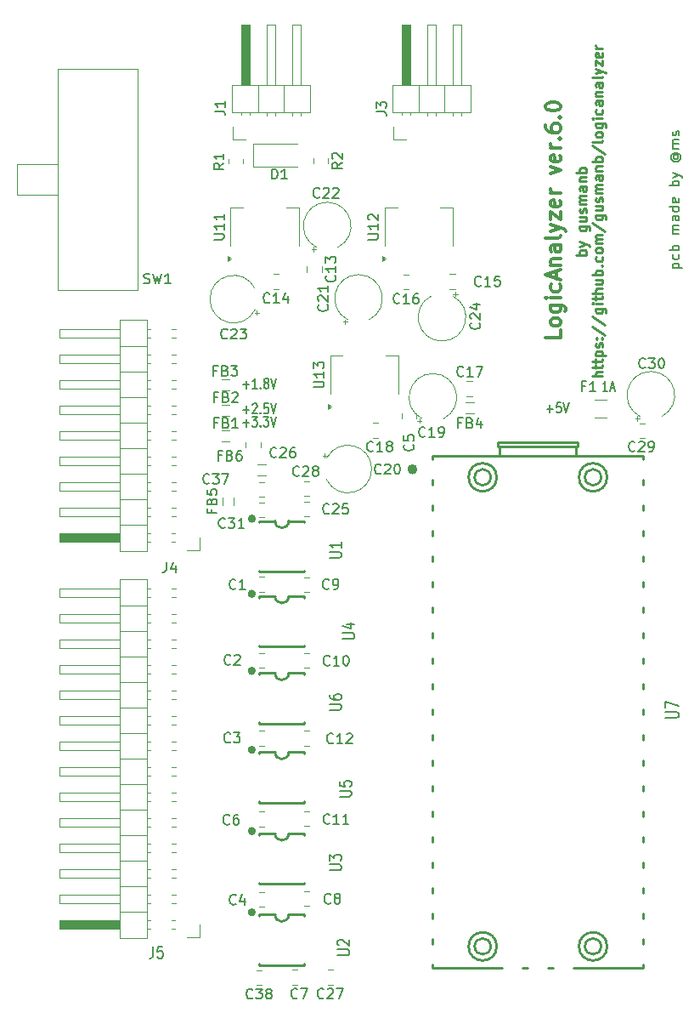
<source format=gbr>
%TF.GenerationSoftware,KiCad,Pcbnew,9.0.5*%
%TF.CreationDate,2025-10-18T12:32:36+02:00*%
%TF.ProjectId,LogicAnalyzer V6.0,4c6f6769-6341-46e6-916c-797a65722056,rev?*%
%TF.SameCoordinates,Original*%
%TF.FileFunction,Legend,Top*%
%TF.FilePolarity,Positive*%
%FSLAX46Y46*%
G04 Gerber Fmt 4.6, Leading zero omitted, Abs format (unit mm)*
G04 Created by KiCad (PCBNEW 9.0.5) date 2025-10-18 12:32:36*
%MOMM*%
%LPD*%
G01*
G04 APERTURE LIST*
%ADD10C,0.200000*%
%ADD11C,0.300000*%
%ADD12C,0.250000*%
%ADD13C,0.150000*%
%ADD14C,0.120000*%
%ADD15C,0.254000*%
%ADD16C,0.400000*%
%ADD17C,0.500000*%
G04 APERTURE END LIST*
D10*
X163930552Y-69080326D02*
X164930552Y-69080326D01*
X163978171Y-69080326D02*
X163930552Y-68985088D01*
X163930552Y-68985088D02*
X163930552Y-68794612D01*
X163930552Y-68794612D02*
X163978171Y-68699374D01*
X163978171Y-68699374D02*
X164025790Y-68651755D01*
X164025790Y-68651755D02*
X164121028Y-68604136D01*
X164121028Y-68604136D02*
X164406742Y-68604136D01*
X164406742Y-68604136D02*
X164501980Y-68651755D01*
X164501980Y-68651755D02*
X164549600Y-68699374D01*
X164549600Y-68699374D02*
X164597219Y-68794612D01*
X164597219Y-68794612D02*
X164597219Y-68985088D01*
X164597219Y-68985088D02*
X164549600Y-69080326D01*
X164549600Y-67746993D02*
X164597219Y-67842231D01*
X164597219Y-67842231D02*
X164597219Y-68032707D01*
X164597219Y-68032707D02*
X164549600Y-68127945D01*
X164549600Y-68127945D02*
X164501980Y-68175564D01*
X164501980Y-68175564D02*
X164406742Y-68223183D01*
X164406742Y-68223183D02*
X164121028Y-68223183D01*
X164121028Y-68223183D02*
X164025790Y-68175564D01*
X164025790Y-68175564D02*
X163978171Y-68127945D01*
X163978171Y-68127945D02*
X163930552Y-68032707D01*
X163930552Y-68032707D02*
X163930552Y-67842231D01*
X163930552Y-67842231D02*
X163978171Y-67746993D01*
X164597219Y-67318421D02*
X163597219Y-67318421D01*
X163978171Y-67318421D02*
X163930552Y-67223183D01*
X163930552Y-67223183D02*
X163930552Y-67032707D01*
X163930552Y-67032707D02*
X163978171Y-66937469D01*
X163978171Y-66937469D02*
X164025790Y-66889850D01*
X164025790Y-66889850D02*
X164121028Y-66842231D01*
X164121028Y-66842231D02*
X164406742Y-66842231D01*
X164406742Y-66842231D02*
X164501980Y-66889850D01*
X164501980Y-66889850D02*
X164549600Y-66937469D01*
X164549600Y-66937469D02*
X164597219Y-67032707D01*
X164597219Y-67032707D02*
X164597219Y-67223183D01*
X164597219Y-67223183D02*
X164549600Y-67318421D01*
X164597219Y-65651754D02*
X163930552Y-65651754D01*
X164025790Y-65651754D02*
X163978171Y-65604135D01*
X163978171Y-65604135D02*
X163930552Y-65508897D01*
X163930552Y-65508897D02*
X163930552Y-65366040D01*
X163930552Y-65366040D02*
X163978171Y-65270802D01*
X163978171Y-65270802D02*
X164073409Y-65223183D01*
X164073409Y-65223183D02*
X164597219Y-65223183D01*
X164073409Y-65223183D02*
X163978171Y-65175564D01*
X163978171Y-65175564D02*
X163930552Y-65080326D01*
X163930552Y-65080326D02*
X163930552Y-64937469D01*
X163930552Y-64937469D02*
X163978171Y-64842230D01*
X163978171Y-64842230D02*
X164073409Y-64794611D01*
X164073409Y-64794611D02*
X164597219Y-64794611D01*
X164597219Y-63889850D02*
X164073409Y-63889850D01*
X164073409Y-63889850D02*
X163978171Y-63937469D01*
X163978171Y-63937469D02*
X163930552Y-64032707D01*
X163930552Y-64032707D02*
X163930552Y-64223183D01*
X163930552Y-64223183D02*
X163978171Y-64318421D01*
X164549600Y-63889850D02*
X164597219Y-63985088D01*
X164597219Y-63985088D02*
X164597219Y-64223183D01*
X164597219Y-64223183D02*
X164549600Y-64318421D01*
X164549600Y-64318421D02*
X164454361Y-64366040D01*
X164454361Y-64366040D02*
X164359123Y-64366040D01*
X164359123Y-64366040D02*
X164263885Y-64318421D01*
X164263885Y-64318421D02*
X164216266Y-64223183D01*
X164216266Y-64223183D02*
X164216266Y-63985088D01*
X164216266Y-63985088D02*
X164168647Y-63889850D01*
X164597219Y-62985088D02*
X163597219Y-62985088D01*
X164549600Y-62985088D02*
X164597219Y-63080326D01*
X164597219Y-63080326D02*
X164597219Y-63270802D01*
X164597219Y-63270802D02*
X164549600Y-63366040D01*
X164549600Y-63366040D02*
X164501980Y-63413659D01*
X164501980Y-63413659D02*
X164406742Y-63461278D01*
X164406742Y-63461278D02*
X164121028Y-63461278D01*
X164121028Y-63461278D02*
X164025790Y-63413659D01*
X164025790Y-63413659D02*
X163978171Y-63366040D01*
X163978171Y-63366040D02*
X163930552Y-63270802D01*
X163930552Y-63270802D02*
X163930552Y-63080326D01*
X163930552Y-63080326D02*
X163978171Y-62985088D01*
X164549600Y-62127945D02*
X164597219Y-62223183D01*
X164597219Y-62223183D02*
X164597219Y-62413659D01*
X164597219Y-62413659D02*
X164549600Y-62508897D01*
X164549600Y-62508897D02*
X164454361Y-62556516D01*
X164454361Y-62556516D02*
X164073409Y-62556516D01*
X164073409Y-62556516D02*
X163978171Y-62508897D01*
X163978171Y-62508897D02*
X163930552Y-62413659D01*
X163930552Y-62413659D02*
X163930552Y-62223183D01*
X163930552Y-62223183D02*
X163978171Y-62127945D01*
X163978171Y-62127945D02*
X164073409Y-62080326D01*
X164073409Y-62080326D02*
X164168647Y-62080326D01*
X164168647Y-62080326D02*
X164263885Y-62556516D01*
X164597219Y-60889849D02*
X163597219Y-60889849D01*
X163978171Y-60889849D02*
X163930552Y-60794611D01*
X163930552Y-60794611D02*
X163930552Y-60604135D01*
X163930552Y-60604135D02*
X163978171Y-60508897D01*
X163978171Y-60508897D02*
X164025790Y-60461278D01*
X164025790Y-60461278D02*
X164121028Y-60413659D01*
X164121028Y-60413659D02*
X164406742Y-60413659D01*
X164406742Y-60413659D02*
X164501980Y-60461278D01*
X164501980Y-60461278D02*
X164549600Y-60508897D01*
X164549600Y-60508897D02*
X164597219Y-60604135D01*
X164597219Y-60604135D02*
X164597219Y-60794611D01*
X164597219Y-60794611D02*
X164549600Y-60889849D01*
X163930552Y-60080325D02*
X164597219Y-59842230D01*
X163930552Y-59604135D02*
X164597219Y-59842230D01*
X164597219Y-59842230D02*
X164835314Y-59937468D01*
X164835314Y-59937468D02*
X164882933Y-59985087D01*
X164882933Y-59985087D02*
X164930552Y-60080325D01*
X164121028Y-57842230D02*
X164073409Y-57889849D01*
X164073409Y-57889849D02*
X164025790Y-57985087D01*
X164025790Y-57985087D02*
X164025790Y-58080325D01*
X164025790Y-58080325D02*
X164073409Y-58175563D01*
X164073409Y-58175563D02*
X164121028Y-58223182D01*
X164121028Y-58223182D02*
X164216266Y-58270801D01*
X164216266Y-58270801D02*
X164311504Y-58270801D01*
X164311504Y-58270801D02*
X164406742Y-58223182D01*
X164406742Y-58223182D02*
X164454361Y-58175563D01*
X164454361Y-58175563D02*
X164501980Y-58080325D01*
X164501980Y-58080325D02*
X164501980Y-57985087D01*
X164501980Y-57985087D02*
X164454361Y-57889849D01*
X164454361Y-57889849D02*
X164406742Y-57842230D01*
X164025790Y-57842230D02*
X164406742Y-57842230D01*
X164406742Y-57842230D02*
X164454361Y-57794611D01*
X164454361Y-57794611D02*
X164454361Y-57746992D01*
X164454361Y-57746992D02*
X164406742Y-57651753D01*
X164406742Y-57651753D02*
X164311504Y-57604134D01*
X164311504Y-57604134D02*
X164073409Y-57604134D01*
X164073409Y-57604134D02*
X163930552Y-57699373D01*
X163930552Y-57699373D02*
X163835314Y-57842230D01*
X163835314Y-57842230D02*
X163787695Y-58032706D01*
X163787695Y-58032706D02*
X163835314Y-58223182D01*
X163835314Y-58223182D02*
X163930552Y-58366039D01*
X163930552Y-58366039D02*
X164073409Y-58461277D01*
X164073409Y-58461277D02*
X164263885Y-58508896D01*
X164263885Y-58508896D02*
X164454361Y-58461277D01*
X164454361Y-58461277D02*
X164597219Y-58366039D01*
X164597219Y-58366039D02*
X164692457Y-58223182D01*
X164692457Y-58223182D02*
X164740076Y-58032706D01*
X164740076Y-58032706D02*
X164692457Y-57842230D01*
X164692457Y-57842230D02*
X164597219Y-57699373D01*
X164597219Y-57175563D02*
X163930552Y-57175563D01*
X164025790Y-57175563D02*
X163978171Y-57127944D01*
X163978171Y-57127944D02*
X163930552Y-57032706D01*
X163930552Y-57032706D02*
X163930552Y-56889849D01*
X163930552Y-56889849D02*
X163978171Y-56794611D01*
X163978171Y-56794611D02*
X164073409Y-56746992D01*
X164073409Y-56746992D02*
X164597219Y-56746992D01*
X164073409Y-56746992D02*
X163978171Y-56699373D01*
X163978171Y-56699373D02*
X163930552Y-56604135D01*
X163930552Y-56604135D02*
X163930552Y-56461278D01*
X163930552Y-56461278D02*
X163978171Y-56366039D01*
X163978171Y-56366039D02*
X164073409Y-56318420D01*
X164073409Y-56318420D02*
X164597219Y-56318420D01*
X164549600Y-55889849D02*
X164597219Y-55794611D01*
X164597219Y-55794611D02*
X164597219Y-55604135D01*
X164597219Y-55604135D02*
X164549600Y-55508897D01*
X164549600Y-55508897D02*
X164454361Y-55461278D01*
X164454361Y-55461278D02*
X164406742Y-55461278D01*
X164406742Y-55461278D02*
X164311504Y-55508897D01*
X164311504Y-55508897D02*
X164263885Y-55604135D01*
X164263885Y-55604135D02*
X164263885Y-55746992D01*
X164263885Y-55746992D02*
X164216266Y-55842230D01*
X164216266Y-55842230D02*
X164121028Y-55889849D01*
X164121028Y-55889849D02*
X164073409Y-55889849D01*
X164073409Y-55889849D02*
X163978171Y-55842230D01*
X163978171Y-55842230D02*
X163930552Y-55746992D01*
X163930552Y-55746992D02*
X163930552Y-55604135D01*
X163930552Y-55604135D02*
X163978171Y-55508897D01*
X121122054Y-84486266D02*
X121731578Y-84486266D01*
X121426816Y-84867219D02*
X121426816Y-84105314D01*
X122036339Y-83867219D02*
X122531577Y-83867219D01*
X122531577Y-83867219D02*
X122264911Y-84248171D01*
X122264911Y-84248171D02*
X122379196Y-84248171D01*
X122379196Y-84248171D02*
X122455387Y-84295790D01*
X122455387Y-84295790D02*
X122493482Y-84343409D01*
X122493482Y-84343409D02*
X122531577Y-84438647D01*
X122531577Y-84438647D02*
X122531577Y-84676742D01*
X122531577Y-84676742D02*
X122493482Y-84771980D01*
X122493482Y-84771980D02*
X122455387Y-84819600D01*
X122455387Y-84819600D02*
X122379196Y-84867219D01*
X122379196Y-84867219D02*
X122150625Y-84867219D01*
X122150625Y-84867219D02*
X122074434Y-84819600D01*
X122074434Y-84819600D02*
X122036339Y-84771980D01*
X122874435Y-84771980D02*
X122912530Y-84819600D01*
X122912530Y-84819600D02*
X122874435Y-84867219D01*
X122874435Y-84867219D02*
X122836339Y-84819600D01*
X122836339Y-84819600D02*
X122874435Y-84771980D01*
X122874435Y-84771980D02*
X122874435Y-84867219D01*
X123179196Y-83867219D02*
X123674434Y-83867219D01*
X123674434Y-83867219D02*
X123407768Y-84248171D01*
X123407768Y-84248171D02*
X123522053Y-84248171D01*
X123522053Y-84248171D02*
X123598244Y-84295790D01*
X123598244Y-84295790D02*
X123636339Y-84343409D01*
X123636339Y-84343409D02*
X123674434Y-84438647D01*
X123674434Y-84438647D02*
X123674434Y-84676742D01*
X123674434Y-84676742D02*
X123636339Y-84771980D01*
X123636339Y-84771980D02*
X123598244Y-84819600D01*
X123598244Y-84819600D02*
X123522053Y-84867219D01*
X123522053Y-84867219D02*
X123293482Y-84867219D01*
X123293482Y-84867219D02*
X123217291Y-84819600D01*
X123217291Y-84819600D02*
X123179196Y-84771980D01*
X123903006Y-83867219D02*
X124169673Y-84867219D01*
X124169673Y-84867219D02*
X124436339Y-83867219D01*
D11*
X152780828Y-75281203D02*
X152780828Y-75995489D01*
X152780828Y-75995489D02*
X151280828Y-75995489D01*
X152780828Y-74566917D02*
X152709400Y-74709774D01*
X152709400Y-74709774D02*
X152637971Y-74781203D01*
X152637971Y-74781203D02*
X152495114Y-74852631D01*
X152495114Y-74852631D02*
X152066542Y-74852631D01*
X152066542Y-74852631D02*
X151923685Y-74781203D01*
X151923685Y-74781203D02*
X151852257Y-74709774D01*
X151852257Y-74709774D02*
X151780828Y-74566917D01*
X151780828Y-74566917D02*
X151780828Y-74352631D01*
X151780828Y-74352631D02*
X151852257Y-74209774D01*
X151852257Y-74209774D02*
X151923685Y-74138346D01*
X151923685Y-74138346D02*
X152066542Y-74066917D01*
X152066542Y-74066917D02*
X152495114Y-74066917D01*
X152495114Y-74066917D02*
X152637971Y-74138346D01*
X152637971Y-74138346D02*
X152709400Y-74209774D01*
X152709400Y-74209774D02*
X152780828Y-74352631D01*
X152780828Y-74352631D02*
X152780828Y-74566917D01*
X151780828Y-72781203D02*
X152995114Y-72781203D01*
X152995114Y-72781203D02*
X153137971Y-72852631D01*
X153137971Y-72852631D02*
X153209400Y-72924060D01*
X153209400Y-72924060D02*
X153280828Y-73066917D01*
X153280828Y-73066917D02*
X153280828Y-73281203D01*
X153280828Y-73281203D02*
X153209400Y-73424060D01*
X152709400Y-72781203D02*
X152780828Y-72924060D01*
X152780828Y-72924060D02*
X152780828Y-73209774D01*
X152780828Y-73209774D02*
X152709400Y-73352631D01*
X152709400Y-73352631D02*
X152637971Y-73424060D01*
X152637971Y-73424060D02*
X152495114Y-73495488D01*
X152495114Y-73495488D02*
X152066542Y-73495488D01*
X152066542Y-73495488D02*
X151923685Y-73424060D01*
X151923685Y-73424060D02*
X151852257Y-73352631D01*
X151852257Y-73352631D02*
X151780828Y-73209774D01*
X151780828Y-73209774D02*
X151780828Y-72924060D01*
X151780828Y-72924060D02*
X151852257Y-72781203D01*
X152780828Y-72066917D02*
X151780828Y-72066917D01*
X151280828Y-72066917D02*
X151352257Y-72138345D01*
X151352257Y-72138345D02*
X151423685Y-72066917D01*
X151423685Y-72066917D02*
X151352257Y-71995488D01*
X151352257Y-71995488D02*
X151280828Y-72066917D01*
X151280828Y-72066917D02*
X151423685Y-72066917D01*
X152709400Y-70709774D02*
X152780828Y-70852631D01*
X152780828Y-70852631D02*
X152780828Y-71138345D01*
X152780828Y-71138345D02*
X152709400Y-71281202D01*
X152709400Y-71281202D02*
X152637971Y-71352631D01*
X152637971Y-71352631D02*
X152495114Y-71424059D01*
X152495114Y-71424059D02*
X152066542Y-71424059D01*
X152066542Y-71424059D02*
X151923685Y-71352631D01*
X151923685Y-71352631D02*
X151852257Y-71281202D01*
X151852257Y-71281202D02*
X151780828Y-71138345D01*
X151780828Y-71138345D02*
X151780828Y-70852631D01*
X151780828Y-70852631D02*
X151852257Y-70709774D01*
X152352257Y-70138345D02*
X152352257Y-69424060D01*
X152780828Y-70281202D02*
X151280828Y-69781202D01*
X151280828Y-69781202D02*
X152780828Y-69281202D01*
X151780828Y-68781203D02*
X152780828Y-68781203D01*
X151923685Y-68781203D02*
X151852257Y-68709774D01*
X151852257Y-68709774D02*
X151780828Y-68566917D01*
X151780828Y-68566917D02*
X151780828Y-68352631D01*
X151780828Y-68352631D02*
X151852257Y-68209774D01*
X151852257Y-68209774D02*
X151995114Y-68138346D01*
X151995114Y-68138346D02*
X152780828Y-68138346D01*
X152780828Y-66781203D02*
X151995114Y-66781203D01*
X151995114Y-66781203D02*
X151852257Y-66852631D01*
X151852257Y-66852631D02*
X151780828Y-66995488D01*
X151780828Y-66995488D02*
X151780828Y-67281203D01*
X151780828Y-67281203D02*
X151852257Y-67424060D01*
X152709400Y-66781203D02*
X152780828Y-66924060D01*
X152780828Y-66924060D02*
X152780828Y-67281203D01*
X152780828Y-67281203D02*
X152709400Y-67424060D01*
X152709400Y-67424060D02*
X152566542Y-67495488D01*
X152566542Y-67495488D02*
X152423685Y-67495488D01*
X152423685Y-67495488D02*
X152280828Y-67424060D01*
X152280828Y-67424060D02*
X152209400Y-67281203D01*
X152209400Y-67281203D02*
X152209400Y-66924060D01*
X152209400Y-66924060D02*
X152137971Y-66781203D01*
X152780828Y-65852631D02*
X152709400Y-65995488D01*
X152709400Y-65995488D02*
X152566542Y-66066917D01*
X152566542Y-66066917D02*
X151280828Y-66066917D01*
X151780828Y-65424060D02*
X152780828Y-65066917D01*
X151780828Y-64709774D02*
X152780828Y-65066917D01*
X152780828Y-65066917D02*
X153137971Y-65209774D01*
X153137971Y-65209774D02*
X153209400Y-65281203D01*
X153209400Y-65281203D02*
X153280828Y-65424060D01*
X151780828Y-64281203D02*
X151780828Y-63495489D01*
X151780828Y-63495489D02*
X152780828Y-64281203D01*
X152780828Y-64281203D02*
X152780828Y-63495489D01*
X152709400Y-62352631D02*
X152780828Y-62495488D01*
X152780828Y-62495488D02*
X152780828Y-62781203D01*
X152780828Y-62781203D02*
X152709400Y-62924060D01*
X152709400Y-62924060D02*
X152566542Y-62995488D01*
X152566542Y-62995488D02*
X151995114Y-62995488D01*
X151995114Y-62995488D02*
X151852257Y-62924060D01*
X151852257Y-62924060D02*
X151780828Y-62781203D01*
X151780828Y-62781203D02*
X151780828Y-62495488D01*
X151780828Y-62495488D02*
X151852257Y-62352631D01*
X151852257Y-62352631D02*
X151995114Y-62281203D01*
X151995114Y-62281203D02*
X152137971Y-62281203D01*
X152137971Y-62281203D02*
X152280828Y-62995488D01*
X152780828Y-61638346D02*
X151780828Y-61638346D01*
X152066542Y-61638346D02*
X151923685Y-61566917D01*
X151923685Y-61566917D02*
X151852257Y-61495489D01*
X151852257Y-61495489D02*
X151780828Y-61352631D01*
X151780828Y-61352631D02*
X151780828Y-61209774D01*
X151780828Y-59709775D02*
X152780828Y-59352632D01*
X152780828Y-59352632D02*
X151780828Y-58995489D01*
X152709400Y-57852632D02*
X152780828Y-57995489D01*
X152780828Y-57995489D02*
X152780828Y-58281204D01*
X152780828Y-58281204D02*
X152709400Y-58424061D01*
X152709400Y-58424061D02*
X152566542Y-58495489D01*
X152566542Y-58495489D02*
X151995114Y-58495489D01*
X151995114Y-58495489D02*
X151852257Y-58424061D01*
X151852257Y-58424061D02*
X151780828Y-58281204D01*
X151780828Y-58281204D02*
X151780828Y-57995489D01*
X151780828Y-57995489D02*
X151852257Y-57852632D01*
X151852257Y-57852632D02*
X151995114Y-57781204D01*
X151995114Y-57781204D02*
X152137971Y-57781204D01*
X152137971Y-57781204D02*
X152280828Y-58495489D01*
X152780828Y-57138347D02*
X151780828Y-57138347D01*
X152066542Y-57138347D02*
X151923685Y-57066918D01*
X151923685Y-57066918D02*
X151852257Y-56995490D01*
X151852257Y-56995490D02*
X151780828Y-56852632D01*
X151780828Y-56852632D02*
X151780828Y-56709775D01*
X152637971Y-56209776D02*
X152709400Y-56138347D01*
X152709400Y-56138347D02*
X152780828Y-56209776D01*
X152780828Y-56209776D02*
X152709400Y-56281204D01*
X152709400Y-56281204D02*
X152637971Y-56209776D01*
X152637971Y-56209776D02*
X152780828Y-56209776D01*
X151280828Y-54852633D02*
X151280828Y-55138347D01*
X151280828Y-55138347D02*
X151352257Y-55281204D01*
X151352257Y-55281204D02*
X151423685Y-55352633D01*
X151423685Y-55352633D02*
X151637971Y-55495490D01*
X151637971Y-55495490D02*
X151923685Y-55566918D01*
X151923685Y-55566918D02*
X152495114Y-55566918D01*
X152495114Y-55566918D02*
X152637971Y-55495490D01*
X152637971Y-55495490D02*
X152709400Y-55424061D01*
X152709400Y-55424061D02*
X152780828Y-55281204D01*
X152780828Y-55281204D02*
X152780828Y-54995490D01*
X152780828Y-54995490D02*
X152709400Y-54852633D01*
X152709400Y-54852633D02*
X152637971Y-54781204D01*
X152637971Y-54781204D02*
X152495114Y-54709775D01*
X152495114Y-54709775D02*
X152137971Y-54709775D01*
X152137971Y-54709775D02*
X151995114Y-54781204D01*
X151995114Y-54781204D02*
X151923685Y-54852633D01*
X151923685Y-54852633D02*
X151852257Y-54995490D01*
X151852257Y-54995490D02*
X151852257Y-55281204D01*
X151852257Y-55281204D02*
X151923685Y-55424061D01*
X151923685Y-55424061D02*
X151995114Y-55495490D01*
X151995114Y-55495490D02*
X152137971Y-55566918D01*
X152637971Y-54066919D02*
X152709400Y-53995490D01*
X152709400Y-53995490D02*
X152780828Y-54066919D01*
X152780828Y-54066919D02*
X152709400Y-54138347D01*
X152709400Y-54138347D02*
X152637971Y-54066919D01*
X152637971Y-54066919D02*
X152780828Y-54066919D01*
X151280828Y-53066918D02*
X151280828Y-52924061D01*
X151280828Y-52924061D02*
X151352257Y-52781204D01*
X151352257Y-52781204D02*
X151423685Y-52709776D01*
X151423685Y-52709776D02*
X151566542Y-52638347D01*
X151566542Y-52638347D02*
X151852257Y-52566918D01*
X151852257Y-52566918D02*
X152209400Y-52566918D01*
X152209400Y-52566918D02*
X152495114Y-52638347D01*
X152495114Y-52638347D02*
X152637971Y-52709776D01*
X152637971Y-52709776D02*
X152709400Y-52781204D01*
X152709400Y-52781204D02*
X152780828Y-52924061D01*
X152780828Y-52924061D02*
X152780828Y-53066918D01*
X152780828Y-53066918D02*
X152709400Y-53209776D01*
X152709400Y-53209776D02*
X152637971Y-53281204D01*
X152637971Y-53281204D02*
X152495114Y-53352633D01*
X152495114Y-53352633D02*
X152209400Y-53424061D01*
X152209400Y-53424061D02*
X151852257Y-53424061D01*
X151852257Y-53424061D02*
X151566542Y-53352633D01*
X151566542Y-53352633D02*
X151423685Y-53281204D01*
X151423685Y-53281204D02*
X151352257Y-53209776D01*
X151352257Y-53209776D02*
X151280828Y-53066918D01*
D10*
X121122054Y-80686266D02*
X121731578Y-80686266D01*
X121426816Y-81067219D02*
X121426816Y-80305314D01*
X122531577Y-81067219D02*
X122074434Y-81067219D01*
X122303006Y-81067219D02*
X122303006Y-80067219D01*
X122303006Y-80067219D02*
X122226815Y-80210076D01*
X122226815Y-80210076D02*
X122150625Y-80305314D01*
X122150625Y-80305314D02*
X122074434Y-80352933D01*
X122874435Y-80971980D02*
X122912530Y-81019600D01*
X122912530Y-81019600D02*
X122874435Y-81067219D01*
X122874435Y-81067219D02*
X122836339Y-81019600D01*
X122836339Y-81019600D02*
X122874435Y-80971980D01*
X122874435Y-80971980D02*
X122874435Y-81067219D01*
X123369672Y-80495790D02*
X123293482Y-80448171D01*
X123293482Y-80448171D02*
X123255387Y-80400552D01*
X123255387Y-80400552D02*
X123217291Y-80305314D01*
X123217291Y-80305314D02*
X123217291Y-80257695D01*
X123217291Y-80257695D02*
X123255387Y-80162457D01*
X123255387Y-80162457D02*
X123293482Y-80114838D01*
X123293482Y-80114838D02*
X123369672Y-80067219D01*
X123369672Y-80067219D02*
X123522053Y-80067219D01*
X123522053Y-80067219D02*
X123598244Y-80114838D01*
X123598244Y-80114838D02*
X123636339Y-80162457D01*
X123636339Y-80162457D02*
X123674434Y-80257695D01*
X123674434Y-80257695D02*
X123674434Y-80305314D01*
X123674434Y-80305314D02*
X123636339Y-80400552D01*
X123636339Y-80400552D02*
X123598244Y-80448171D01*
X123598244Y-80448171D02*
X123522053Y-80495790D01*
X123522053Y-80495790D02*
X123369672Y-80495790D01*
X123369672Y-80495790D02*
X123293482Y-80543409D01*
X123293482Y-80543409D02*
X123255387Y-80591028D01*
X123255387Y-80591028D02*
X123217291Y-80686266D01*
X123217291Y-80686266D02*
X123217291Y-80876742D01*
X123217291Y-80876742D02*
X123255387Y-80971980D01*
X123255387Y-80971980D02*
X123293482Y-81019600D01*
X123293482Y-81019600D02*
X123369672Y-81067219D01*
X123369672Y-81067219D02*
X123522053Y-81067219D01*
X123522053Y-81067219D02*
X123598244Y-81019600D01*
X123598244Y-81019600D02*
X123636339Y-80971980D01*
X123636339Y-80971980D02*
X123674434Y-80876742D01*
X123674434Y-80876742D02*
X123674434Y-80686266D01*
X123674434Y-80686266D02*
X123636339Y-80591028D01*
X123636339Y-80591028D02*
X123598244Y-80543409D01*
X123598244Y-80543409D02*
X123522053Y-80495790D01*
X123903006Y-80067219D02*
X124169673Y-81067219D01*
X124169673Y-81067219D02*
X124436339Y-80067219D01*
D12*
X155344675Y-67759523D02*
X154344675Y-67759523D01*
X154725627Y-67759523D02*
X154678008Y-67664285D01*
X154678008Y-67664285D02*
X154678008Y-67473809D01*
X154678008Y-67473809D02*
X154725627Y-67378571D01*
X154725627Y-67378571D02*
X154773246Y-67330952D01*
X154773246Y-67330952D02*
X154868484Y-67283333D01*
X154868484Y-67283333D02*
X155154198Y-67283333D01*
X155154198Y-67283333D02*
X155249436Y-67330952D01*
X155249436Y-67330952D02*
X155297056Y-67378571D01*
X155297056Y-67378571D02*
X155344675Y-67473809D01*
X155344675Y-67473809D02*
X155344675Y-67664285D01*
X155344675Y-67664285D02*
X155297056Y-67759523D01*
X154678008Y-66949999D02*
X155344675Y-66711904D01*
X154678008Y-66473809D02*
X155344675Y-66711904D01*
X155344675Y-66711904D02*
X155582770Y-66807142D01*
X155582770Y-66807142D02*
X155630389Y-66854761D01*
X155630389Y-66854761D02*
X155678008Y-66949999D01*
X154678008Y-64902380D02*
X155487532Y-64902380D01*
X155487532Y-64902380D02*
X155582770Y-64949999D01*
X155582770Y-64949999D02*
X155630389Y-64997618D01*
X155630389Y-64997618D02*
X155678008Y-65092856D01*
X155678008Y-65092856D02*
X155678008Y-65235713D01*
X155678008Y-65235713D02*
X155630389Y-65330951D01*
X155297056Y-64902380D02*
X155344675Y-64997618D01*
X155344675Y-64997618D02*
X155344675Y-65188094D01*
X155344675Y-65188094D02*
X155297056Y-65283332D01*
X155297056Y-65283332D02*
X155249436Y-65330951D01*
X155249436Y-65330951D02*
X155154198Y-65378570D01*
X155154198Y-65378570D02*
X154868484Y-65378570D01*
X154868484Y-65378570D02*
X154773246Y-65330951D01*
X154773246Y-65330951D02*
X154725627Y-65283332D01*
X154725627Y-65283332D02*
X154678008Y-65188094D01*
X154678008Y-65188094D02*
X154678008Y-64997618D01*
X154678008Y-64997618D02*
X154725627Y-64902380D01*
X154678008Y-63997618D02*
X155344675Y-63997618D01*
X154678008Y-64426189D02*
X155201817Y-64426189D01*
X155201817Y-64426189D02*
X155297056Y-64378570D01*
X155297056Y-64378570D02*
X155344675Y-64283332D01*
X155344675Y-64283332D02*
X155344675Y-64140475D01*
X155344675Y-64140475D02*
X155297056Y-64045237D01*
X155297056Y-64045237D02*
X155249436Y-63997618D01*
X155297056Y-63569046D02*
X155344675Y-63473808D01*
X155344675Y-63473808D02*
X155344675Y-63283332D01*
X155344675Y-63283332D02*
X155297056Y-63188094D01*
X155297056Y-63188094D02*
X155201817Y-63140475D01*
X155201817Y-63140475D02*
X155154198Y-63140475D01*
X155154198Y-63140475D02*
X155058960Y-63188094D01*
X155058960Y-63188094D02*
X155011341Y-63283332D01*
X155011341Y-63283332D02*
X155011341Y-63426189D01*
X155011341Y-63426189D02*
X154963722Y-63521427D01*
X154963722Y-63521427D02*
X154868484Y-63569046D01*
X154868484Y-63569046D02*
X154820865Y-63569046D01*
X154820865Y-63569046D02*
X154725627Y-63521427D01*
X154725627Y-63521427D02*
X154678008Y-63426189D01*
X154678008Y-63426189D02*
X154678008Y-63283332D01*
X154678008Y-63283332D02*
X154725627Y-63188094D01*
X155344675Y-62711903D02*
X154678008Y-62711903D01*
X154773246Y-62711903D02*
X154725627Y-62664284D01*
X154725627Y-62664284D02*
X154678008Y-62569046D01*
X154678008Y-62569046D02*
X154678008Y-62426189D01*
X154678008Y-62426189D02*
X154725627Y-62330951D01*
X154725627Y-62330951D02*
X154820865Y-62283332D01*
X154820865Y-62283332D02*
X155344675Y-62283332D01*
X154820865Y-62283332D02*
X154725627Y-62235713D01*
X154725627Y-62235713D02*
X154678008Y-62140475D01*
X154678008Y-62140475D02*
X154678008Y-61997618D01*
X154678008Y-61997618D02*
X154725627Y-61902379D01*
X154725627Y-61902379D02*
X154820865Y-61854760D01*
X154820865Y-61854760D02*
X155344675Y-61854760D01*
X155344675Y-60949999D02*
X154820865Y-60949999D01*
X154820865Y-60949999D02*
X154725627Y-60997618D01*
X154725627Y-60997618D02*
X154678008Y-61092856D01*
X154678008Y-61092856D02*
X154678008Y-61283332D01*
X154678008Y-61283332D02*
X154725627Y-61378570D01*
X155297056Y-60949999D02*
X155344675Y-61045237D01*
X155344675Y-61045237D02*
X155344675Y-61283332D01*
X155344675Y-61283332D02*
X155297056Y-61378570D01*
X155297056Y-61378570D02*
X155201817Y-61426189D01*
X155201817Y-61426189D02*
X155106579Y-61426189D01*
X155106579Y-61426189D02*
X155011341Y-61378570D01*
X155011341Y-61378570D02*
X154963722Y-61283332D01*
X154963722Y-61283332D02*
X154963722Y-61045237D01*
X154963722Y-61045237D02*
X154916103Y-60949999D01*
X154678008Y-60473808D02*
X155344675Y-60473808D01*
X154773246Y-60473808D02*
X154725627Y-60426189D01*
X154725627Y-60426189D02*
X154678008Y-60330951D01*
X154678008Y-60330951D02*
X154678008Y-60188094D01*
X154678008Y-60188094D02*
X154725627Y-60092856D01*
X154725627Y-60092856D02*
X154820865Y-60045237D01*
X154820865Y-60045237D02*
X155344675Y-60045237D01*
X155344675Y-59569046D02*
X154344675Y-59569046D01*
X154725627Y-59569046D02*
X154678008Y-59473808D01*
X154678008Y-59473808D02*
X154678008Y-59283332D01*
X154678008Y-59283332D02*
X154725627Y-59188094D01*
X154725627Y-59188094D02*
X154773246Y-59140475D01*
X154773246Y-59140475D02*
X154868484Y-59092856D01*
X154868484Y-59092856D02*
X155154198Y-59092856D01*
X155154198Y-59092856D02*
X155249436Y-59140475D01*
X155249436Y-59140475D02*
X155297056Y-59188094D01*
X155297056Y-59188094D02*
X155344675Y-59283332D01*
X155344675Y-59283332D02*
X155344675Y-59473808D01*
X155344675Y-59473808D02*
X155297056Y-59569046D01*
X156954619Y-79854762D02*
X155954619Y-79854762D01*
X156954619Y-79426191D02*
X156430809Y-79426191D01*
X156430809Y-79426191D02*
X156335571Y-79473810D01*
X156335571Y-79473810D02*
X156287952Y-79569048D01*
X156287952Y-79569048D02*
X156287952Y-79711905D01*
X156287952Y-79711905D02*
X156335571Y-79807143D01*
X156335571Y-79807143D02*
X156383190Y-79854762D01*
X156287952Y-79092857D02*
X156287952Y-78711905D01*
X155954619Y-78950000D02*
X156811761Y-78950000D01*
X156811761Y-78950000D02*
X156907000Y-78902381D01*
X156907000Y-78902381D02*
X156954619Y-78807143D01*
X156954619Y-78807143D02*
X156954619Y-78711905D01*
X156287952Y-78521428D02*
X156287952Y-78140476D01*
X155954619Y-78378571D02*
X156811761Y-78378571D01*
X156811761Y-78378571D02*
X156907000Y-78330952D01*
X156907000Y-78330952D02*
X156954619Y-78235714D01*
X156954619Y-78235714D02*
X156954619Y-78140476D01*
X156287952Y-77807142D02*
X157287952Y-77807142D01*
X156335571Y-77807142D02*
X156287952Y-77711904D01*
X156287952Y-77711904D02*
X156287952Y-77521428D01*
X156287952Y-77521428D02*
X156335571Y-77426190D01*
X156335571Y-77426190D02*
X156383190Y-77378571D01*
X156383190Y-77378571D02*
X156478428Y-77330952D01*
X156478428Y-77330952D02*
X156764142Y-77330952D01*
X156764142Y-77330952D02*
X156859380Y-77378571D01*
X156859380Y-77378571D02*
X156907000Y-77426190D01*
X156907000Y-77426190D02*
X156954619Y-77521428D01*
X156954619Y-77521428D02*
X156954619Y-77711904D01*
X156954619Y-77711904D02*
X156907000Y-77807142D01*
X156907000Y-76949999D02*
X156954619Y-76854761D01*
X156954619Y-76854761D02*
X156954619Y-76664285D01*
X156954619Y-76664285D02*
X156907000Y-76569047D01*
X156907000Y-76569047D02*
X156811761Y-76521428D01*
X156811761Y-76521428D02*
X156764142Y-76521428D01*
X156764142Y-76521428D02*
X156668904Y-76569047D01*
X156668904Y-76569047D02*
X156621285Y-76664285D01*
X156621285Y-76664285D02*
X156621285Y-76807142D01*
X156621285Y-76807142D02*
X156573666Y-76902380D01*
X156573666Y-76902380D02*
X156478428Y-76949999D01*
X156478428Y-76949999D02*
X156430809Y-76949999D01*
X156430809Y-76949999D02*
X156335571Y-76902380D01*
X156335571Y-76902380D02*
X156287952Y-76807142D01*
X156287952Y-76807142D02*
X156287952Y-76664285D01*
X156287952Y-76664285D02*
X156335571Y-76569047D01*
X156859380Y-76092856D02*
X156907000Y-76045237D01*
X156907000Y-76045237D02*
X156954619Y-76092856D01*
X156954619Y-76092856D02*
X156907000Y-76140475D01*
X156907000Y-76140475D02*
X156859380Y-76092856D01*
X156859380Y-76092856D02*
X156954619Y-76092856D01*
X156335571Y-76092856D02*
X156383190Y-76045237D01*
X156383190Y-76045237D02*
X156430809Y-76092856D01*
X156430809Y-76092856D02*
X156383190Y-76140475D01*
X156383190Y-76140475D02*
X156335571Y-76092856D01*
X156335571Y-76092856D02*
X156430809Y-76092856D01*
X155907000Y-74902381D02*
X157192714Y-75759523D01*
X155907000Y-73854762D02*
X157192714Y-74711904D01*
X156287952Y-73092857D02*
X157097476Y-73092857D01*
X157097476Y-73092857D02*
X157192714Y-73140476D01*
X157192714Y-73140476D02*
X157240333Y-73188095D01*
X157240333Y-73188095D02*
X157287952Y-73283333D01*
X157287952Y-73283333D02*
X157287952Y-73426190D01*
X157287952Y-73426190D02*
X157240333Y-73521428D01*
X156907000Y-73092857D02*
X156954619Y-73188095D01*
X156954619Y-73188095D02*
X156954619Y-73378571D01*
X156954619Y-73378571D02*
X156907000Y-73473809D01*
X156907000Y-73473809D02*
X156859380Y-73521428D01*
X156859380Y-73521428D02*
X156764142Y-73569047D01*
X156764142Y-73569047D02*
X156478428Y-73569047D01*
X156478428Y-73569047D02*
X156383190Y-73521428D01*
X156383190Y-73521428D02*
X156335571Y-73473809D01*
X156335571Y-73473809D02*
X156287952Y-73378571D01*
X156287952Y-73378571D02*
X156287952Y-73188095D01*
X156287952Y-73188095D02*
X156335571Y-73092857D01*
X156954619Y-72616666D02*
X156287952Y-72616666D01*
X155954619Y-72616666D02*
X156002238Y-72664285D01*
X156002238Y-72664285D02*
X156049857Y-72616666D01*
X156049857Y-72616666D02*
X156002238Y-72569047D01*
X156002238Y-72569047D02*
X155954619Y-72616666D01*
X155954619Y-72616666D02*
X156049857Y-72616666D01*
X156287952Y-72283333D02*
X156287952Y-71902381D01*
X155954619Y-72140476D02*
X156811761Y-72140476D01*
X156811761Y-72140476D02*
X156907000Y-72092857D01*
X156907000Y-72092857D02*
X156954619Y-71997619D01*
X156954619Y-71997619D02*
X156954619Y-71902381D01*
X156954619Y-71569047D02*
X155954619Y-71569047D01*
X156954619Y-71140476D02*
X156430809Y-71140476D01*
X156430809Y-71140476D02*
X156335571Y-71188095D01*
X156335571Y-71188095D02*
X156287952Y-71283333D01*
X156287952Y-71283333D02*
X156287952Y-71426190D01*
X156287952Y-71426190D02*
X156335571Y-71521428D01*
X156335571Y-71521428D02*
X156383190Y-71569047D01*
X156287952Y-70235714D02*
X156954619Y-70235714D01*
X156287952Y-70664285D02*
X156811761Y-70664285D01*
X156811761Y-70664285D02*
X156907000Y-70616666D01*
X156907000Y-70616666D02*
X156954619Y-70521428D01*
X156954619Y-70521428D02*
X156954619Y-70378571D01*
X156954619Y-70378571D02*
X156907000Y-70283333D01*
X156907000Y-70283333D02*
X156859380Y-70235714D01*
X156954619Y-69759523D02*
X155954619Y-69759523D01*
X156335571Y-69759523D02*
X156287952Y-69664285D01*
X156287952Y-69664285D02*
X156287952Y-69473809D01*
X156287952Y-69473809D02*
X156335571Y-69378571D01*
X156335571Y-69378571D02*
X156383190Y-69330952D01*
X156383190Y-69330952D02*
X156478428Y-69283333D01*
X156478428Y-69283333D02*
X156764142Y-69283333D01*
X156764142Y-69283333D02*
X156859380Y-69330952D01*
X156859380Y-69330952D02*
X156907000Y-69378571D01*
X156907000Y-69378571D02*
X156954619Y-69473809D01*
X156954619Y-69473809D02*
X156954619Y-69664285D01*
X156954619Y-69664285D02*
X156907000Y-69759523D01*
X156859380Y-68854761D02*
X156907000Y-68807142D01*
X156907000Y-68807142D02*
X156954619Y-68854761D01*
X156954619Y-68854761D02*
X156907000Y-68902380D01*
X156907000Y-68902380D02*
X156859380Y-68854761D01*
X156859380Y-68854761D02*
X156954619Y-68854761D01*
X156907000Y-67950000D02*
X156954619Y-68045238D01*
X156954619Y-68045238D02*
X156954619Y-68235714D01*
X156954619Y-68235714D02*
X156907000Y-68330952D01*
X156907000Y-68330952D02*
X156859380Y-68378571D01*
X156859380Y-68378571D02*
X156764142Y-68426190D01*
X156764142Y-68426190D02*
X156478428Y-68426190D01*
X156478428Y-68426190D02*
X156383190Y-68378571D01*
X156383190Y-68378571D02*
X156335571Y-68330952D01*
X156335571Y-68330952D02*
X156287952Y-68235714D01*
X156287952Y-68235714D02*
X156287952Y-68045238D01*
X156287952Y-68045238D02*
X156335571Y-67950000D01*
X156954619Y-67378571D02*
X156907000Y-67473809D01*
X156907000Y-67473809D02*
X156859380Y-67521428D01*
X156859380Y-67521428D02*
X156764142Y-67569047D01*
X156764142Y-67569047D02*
X156478428Y-67569047D01*
X156478428Y-67569047D02*
X156383190Y-67521428D01*
X156383190Y-67521428D02*
X156335571Y-67473809D01*
X156335571Y-67473809D02*
X156287952Y-67378571D01*
X156287952Y-67378571D02*
X156287952Y-67235714D01*
X156287952Y-67235714D02*
X156335571Y-67140476D01*
X156335571Y-67140476D02*
X156383190Y-67092857D01*
X156383190Y-67092857D02*
X156478428Y-67045238D01*
X156478428Y-67045238D02*
X156764142Y-67045238D01*
X156764142Y-67045238D02*
X156859380Y-67092857D01*
X156859380Y-67092857D02*
X156907000Y-67140476D01*
X156907000Y-67140476D02*
X156954619Y-67235714D01*
X156954619Y-67235714D02*
X156954619Y-67378571D01*
X156954619Y-66616666D02*
X156287952Y-66616666D01*
X156383190Y-66616666D02*
X156335571Y-66569047D01*
X156335571Y-66569047D02*
X156287952Y-66473809D01*
X156287952Y-66473809D02*
X156287952Y-66330952D01*
X156287952Y-66330952D02*
X156335571Y-66235714D01*
X156335571Y-66235714D02*
X156430809Y-66188095D01*
X156430809Y-66188095D02*
X156954619Y-66188095D01*
X156430809Y-66188095D02*
X156335571Y-66140476D01*
X156335571Y-66140476D02*
X156287952Y-66045238D01*
X156287952Y-66045238D02*
X156287952Y-65902381D01*
X156287952Y-65902381D02*
X156335571Y-65807142D01*
X156335571Y-65807142D02*
X156430809Y-65759523D01*
X156430809Y-65759523D02*
X156954619Y-65759523D01*
X155907000Y-64569048D02*
X157192714Y-65426190D01*
X156287952Y-63807143D02*
X157097476Y-63807143D01*
X157097476Y-63807143D02*
X157192714Y-63854762D01*
X157192714Y-63854762D02*
X157240333Y-63902381D01*
X157240333Y-63902381D02*
X157287952Y-63997619D01*
X157287952Y-63997619D02*
X157287952Y-64140476D01*
X157287952Y-64140476D02*
X157240333Y-64235714D01*
X156907000Y-63807143D02*
X156954619Y-63902381D01*
X156954619Y-63902381D02*
X156954619Y-64092857D01*
X156954619Y-64092857D02*
X156907000Y-64188095D01*
X156907000Y-64188095D02*
X156859380Y-64235714D01*
X156859380Y-64235714D02*
X156764142Y-64283333D01*
X156764142Y-64283333D02*
X156478428Y-64283333D01*
X156478428Y-64283333D02*
X156383190Y-64235714D01*
X156383190Y-64235714D02*
X156335571Y-64188095D01*
X156335571Y-64188095D02*
X156287952Y-64092857D01*
X156287952Y-64092857D02*
X156287952Y-63902381D01*
X156287952Y-63902381D02*
X156335571Y-63807143D01*
X156287952Y-62902381D02*
X156954619Y-62902381D01*
X156287952Y-63330952D02*
X156811761Y-63330952D01*
X156811761Y-63330952D02*
X156907000Y-63283333D01*
X156907000Y-63283333D02*
X156954619Y-63188095D01*
X156954619Y-63188095D02*
X156954619Y-63045238D01*
X156954619Y-63045238D02*
X156907000Y-62950000D01*
X156907000Y-62950000D02*
X156859380Y-62902381D01*
X156907000Y-62473809D02*
X156954619Y-62378571D01*
X156954619Y-62378571D02*
X156954619Y-62188095D01*
X156954619Y-62188095D02*
X156907000Y-62092857D01*
X156907000Y-62092857D02*
X156811761Y-62045238D01*
X156811761Y-62045238D02*
X156764142Y-62045238D01*
X156764142Y-62045238D02*
X156668904Y-62092857D01*
X156668904Y-62092857D02*
X156621285Y-62188095D01*
X156621285Y-62188095D02*
X156621285Y-62330952D01*
X156621285Y-62330952D02*
X156573666Y-62426190D01*
X156573666Y-62426190D02*
X156478428Y-62473809D01*
X156478428Y-62473809D02*
X156430809Y-62473809D01*
X156430809Y-62473809D02*
X156335571Y-62426190D01*
X156335571Y-62426190D02*
X156287952Y-62330952D01*
X156287952Y-62330952D02*
X156287952Y-62188095D01*
X156287952Y-62188095D02*
X156335571Y-62092857D01*
X156954619Y-61616666D02*
X156287952Y-61616666D01*
X156383190Y-61616666D02*
X156335571Y-61569047D01*
X156335571Y-61569047D02*
X156287952Y-61473809D01*
X156287952Y-61473809D02*
X156287952Y-61330952D01*
X156287952Y-61330952D02*
X156335571Y-61235714D01*
X156335571Y-61235714D02*
X156430809Y-61188095D01*
X156430809Y-61188095D02*
X156954619Y-61188095D01*
X156430809Y-61188095D02*
X156335571Y-61140476D01*
X156335571Y-61140476D02*
X156287952Y-61045238D01*
X156287952Y-61045238D02*
X156287952Y-60902381D01*
X156287952Y-60902381D02*
X156335571Y-60807142D01*
X156335571Y-60807142D02*
X156430809Y-60759523D01*
X156430809Y-60759523D02*
X156954619Y-60759523D01*
X156954619Y-59854762D02*
X156430809Y-59854762D01*
X156430809Y-59854762D02*
X156335571Y-59902381D01*
X156335571Y-59902381D02*
X156287952Y-59997619D01*
X156287952Y-59997619D02*
X156287952Y-60188095D01*
X156287952Y-60188095D02*
X156335571Y-60283333D01*
X156907000Y-59854762D02*
X156954619Y-59950000D01*
X156954619Y-59950000D02*
X156954619Y-60188095D01*
X156954619Y-60188095D02*
X156907000Y-60283333D01*
X156907000Y-60283333D02*
X156811761Y-60330952D01*
X156811761Y-60330952D02*
X156716523Y-60330952D01*
X156716523Y-60330952D02*
X156621285Y-60283333D01*
X156621285Y-60283333D02*
X156573666Y-60188095D01*
X156573666Y-60188095D02*
X156573666Y-59950000D01*
X156573666Y-59950000D02*
X156526047Y-59854762D01*
X156287952Y-59378571D02*
X156954619Y-59378571D01*
X156383190Y-59378571D02*
X156335571Y-59330952D01*
X156335571Y-59330952D02*
X156287952Y-59235714D01*
X156287952Y-59235714D02*
X156287952Y-59092857D01*
X156287952Y-59092857D02*
X156335571Y-58997619D01*
X156335571Y-58997619D02*
X156430809Y-58950000D01*
X156430809Y-58950000D02*
X156954619Y-58950000D01*
X156954619Y-58473809D02*
X155954619Y-58473809D01*
X156335571Y-58473809D02*
X156287952Y-58378571D01*
X156287952Y-58378571D02*
X156287952Y-58188095D01*
X156287952Y-58188095D02*
X156335571Y-58092857D01*
X156335571Y-58092857D02*
X156383190Y-58045238D01*
X156383190Y-58045238D02*
X156478428Y-57997619D01*
X156478428Y-57997619D02*
X156764142Y-57997619D01*
X156764142Y-57997619D02*
X156859380Y-58045238D01*
X156859380Y-58045238D02*
X156907000Y-58092857D01*
X156907000Y-58092857D02*
X156954619Y-58188095D01*
X156954619Y-58188095D02*
X156954619Y-58378571D01*
X156954619Y-58378571D02*
X156907000Y-58473809D01*
X155907000Y-56854762D02*
X157192714Y-57711904D01*
X156954619Y-56378571D02*
X156907000Y-56473809D01*
X156907000Y-56473809D02*
X156811761Y-56521428D01*
X156811761Y-56521428D02*
X155954619Y-56521428D01*
X156954619Y-55854761D02*
X156907000Y-55949999D01*
X156907000Y-55949999D02*
X156859380Y-55997618D01*
X156859380Y-55997618D02*
X156764142Y-56045237D01*
X156764142Y-56045237D02*
X156478428Y-56045237D01*
X156478428Y-56045237D02*
X156383190Y-55997618D01*
X156383190Y-55997618D02*
X156335571Y-55949999D01*
X156335571Y-55949999D02*
X156287952Y-55854761D01*
X156287952Y-55854761D02*
X156287952Y-55711904D01*
X156287952Y-55711904D02*
X156335571Y-55616666D01*
X156335571Y-55616666D02*
X156383190Y-55569047D01*
X156383190Y-55569047D02*
X156478428Y-55521428D01*
X156478428Y-55521428D02*
X156764142Y-55521428D01*
X156764142Y-55521428D02*
X156859380Y-55569047D01*
X156859380Y-55569047D02*
X156907000Y-55616666D01*
X156907000Y-55616666D02*
X156954619Y-55711904D01*
X156954619Y-55711904D02*
X156954619Y-55854761D01*
X156287952Y-54664285D02*
X157097476Y-54664285D01*
X157097476Y-54664285D02*
X157192714Y-54711904D01*
X157192714Y-54711904D02*
X157240333Y-54759523D01*
X157240333Y-54759523D02*
X157287952Y-54854761D01*
X157287952Y-54854761D02*
X157287952Y-54997618D01*
X157287952Y-54997618D02*
X157240333Y-55092856D01*
X156907000Y-54664285D02*
X156954619Y-54759523D01*
X156954619Y-54759523D02*
X156954619Y-54949999D01*
X156954619Y-54949999D02*
X156907000Y-55045237D01*
X156907000Y-55045237D02*
X156859380Y-55092856D01*
X156859380Y-55092856D02*
X156764142Y-55140475D01*
X156764142Y-55140475D02*
X156478428Y-55140475D01*
X156478428Y-55140475D02*
X156383190Y-55092856D01*
X156383190Y-55092856D02*
X156335571Y-55045237D01*
X156335571Y-55045237D02*
X156287952Y-54949999D01*
X156287952Y-54949999D02*
X156287952Y-54759523D01*
X156287952Y-54759523D02*
X156335571Y-54664285D01*
X156954619Y-54188094D02*
X156287952Y-54188094D01*
X155954619Y-54188094D02*
X156002238Y-54235713D01*
X156002238Y-54235713D02*
X156049857Y-54188094D01*
X156049857Y-54188094D02*
X156002238Y-54140475D01*
X156002238Y-54140475D02*
X155954619Y-54188094D01*
X155954619Y-54188094D02*
X156049857Y-54188094D01*
X156907000Y-53283333D02*
X156954619Y-53378571D01*
X156954619Y-53378571D02*
X156954619Y-53569047D01*
X156954619Y-53569047D02*
X156907000Y-53664285D01*
X156907000Y-53664285D02*
X156859380Y-53711904D01*
X156859380Y-53711904D02*
X156764142Y-53759523D01*
X156764142Y-53759523D02*
X156478428Y-53759523D01*
X156478428Y-53759523D02*
X156383190Y-53711904D01*
X156383190Y-53711904D02*
X156335571Y-53664285D01*
X156335571Y-53664285D02*
X156287952Y-53569047D01*
X156287952Y-53569047D02*
X156287952Y-53378571D01*
X156287952Y-53378571D02*
X156335571Y-53283333D01*
X156954619Y-52426190D02*
X156430809Y-52426190D01*
X156430809Y-52426190D02*
X156335571Y-52473809D01*
X156335571Y-52473809D02*
X156287952Y-52569047D01*
X156287952Y-52569047D02*
X156287952Y-52759523D01*
X156287952Y-52759523D02*
X156335571Y-52854761D01*
X156907000Y-52426190D02*
X156954619Y-52521428D01*
X156954619Y-52521428D02*
X156954619Y-52759523D01*
X156954619Y-52759523D02*
X156907000Y-52854761D01*
X156907000Y-52854761D02*
X156811761Y-52902380D01*
X156811761Y-52902380D02*
X156716523Y-52902380D01*
X156716523Y-52902380D02*
X156621285Y-52854761D01*
X156621285Y-52854761D02*
X156573666Y-52759523D01*
X156573666Y-52759523D02*
X156573666Y-52521428D01*
X156573666Y-52521428D02*
X156526047Y-52426190D01*
X156287952Y-51949999D02*
X156954619Y-51949999D01*
X156383190Y-51949999D02*
X156335571Y-51902380D01*
X156335571Y-51902380D02*
X156287952Y-51807142D01*
X156287952Y-51807142D02*
X156287952Y-51664285D01*
X156287952Y-51664285D02*
X156335571Y-51569047D01*
X156335571Y-51569047D02*
X156430809Y-51521428D01*
X156430809Y-51521428D02*
X156954619Y-51521428D01*
X156954619Y-50616666D02*
X156430809Y-50616666D01*
X156430809Y-50616666D02*
X156335571Y-50664285D01*
X156335571Y-50664285D02*
X156287952Y-50759523D01*
X156287952Y-50759523D02*
X156287952Y-50949999D01*
X156287952Y-50949999D02*
X156335571Y-51045237D01*
X156907000Y-50616666D02*
X156954619Y-50711904D01*
X156954619Y-50711904D02*
X156954619Y-50949999D01*
X156954619Y-50949999D02*
X156907000Y-51045237D01*
X156907000Y-51045237D02*
X156811761Y-51092856D01*
X156811761Y-51092856D02*
X156716523Y-51092856D01*
X156716523Y-51092856D02*
X156621285Y-51045237D01*
X156621285Y-51045237D02*
X156573666Y-50949999D01*
X156573666Y-50949999D02*
X156573666Y-50711904D01*
X156573666Y-50711904D02*
X156526047Y-50616666D01*
X156954619Y-49997618D02*
X156907000Y-50092856D01*
X156907000Y-50092856D02*
X156811761Y-50140475D01*
X156811761Y-50140475D02*
X155954619Y-50140475D01*
X156287952Y-49711903D02*
X156954619Y-49473808D01*
X156287952Y-49235713D02*
X156954619Y-49473808D01*
X156954619Y-49473808D02*
X157192714Y-49569046D01*
X157192714Y-49569046D02*
X157240333Y-49616665D01*
X157240333Y-49616665D02*
X157287952Y-49711903D01*
X156287952Y-48949998D02*
X156287952Y-48426189D01*
X156287952Y-48426189D02*
X156954619Y-48949998D01*
X156954619Y-48949998D02*
X156954619Y-48426189D01*
X156907000Y-47664284D02*
X156954619Y-47759522D01*
X156954619Y-47759522D02*
X156954619Y-47949998D01*
X156954619Y-47949998D02*
X156907000Y-48045236D01*
X156907000Y-48045236D02*
X156811761Y-48092855D01*
X156811761Y-48092855D02*
X156430809Y-48092855D01*
X156430809Y-48092855D02*
X156335571Y-48045236D01*
X156335571Y-48045236D02*
X156287952Y-47949998D01*
X156287952Y-47949998D02*
X156287952Y-47759522D01*
X156287952Y-47759522D02*
X156335571Y-47664284D01*
X156335571Y-47664284D02*
X156430809Y-47616665D01*
X156430809Y-47616665D02*
X156526047Y-47616665D01*
X156526047Y-47616665D02*
X156621285Y-48092855D01*
X156954619Y-47188093D02*
X156287952Y-47188093D01*
X156478428Y-47188093D02*
X156383190Y-47140474D01*
X156383190Y-47140474D02*
X156335571Y-47092855D01*
X156335571Y-47092855D02*
X156287952Y-46997617D01*
X156287952Y-46997617D02*
X156287952Y-46902379D01*
D10*
X157455714Y-81327219D02*
X156998571Y-81327219D01*
X157227143Y-81327219D02*
X157227143Y-80327219D01*
X157227143Y-80327219D02*
X157150952Y-80470076D01*
X157150952Y-80470076D02*
X157074762Y-80565314D01*
X157074762Y-80565314D02*
X156998571Y-80612933D01*
X157760476Y-81041504D02*
X158141429Y-81041504D01*
X157684286Y-81327219D02*
X157950953Y-80327219D01*
X157950953Y-80327219D02*
X158217619Y-81327219D01*
X151422054Y-83086266D02*
X152031578Y-83086266D01*
X151726816Y-83467219D02*
X151726816Y-82705314D01*
X152793482Y-82467219D02*
X152412530Y-82467219D01*
X152412530Y-82467219D02*
X152374434Y-82943409D01*
X152374434Y-82943409D02*
X152412530Y-82895790D01*
X152412530Y-82895790D02*
X152488720Y-82848171D01*
X152488720Y-82848171D02*
X152679196Y-82848171D01*
X152679196Y-82848171D02*
X152755387Y-82895790D01*
X152755387Y-82895790D02*
X152793482Y-82943409D01*
X152793482Y-82943409D02*
X152831577Y-83038647D01*
X152831577Y-83038647D02*
X152831577Y-83276742D01*
X152831577Y-83276742D02*
X152793482Y-83371980D01*
X152793482Y-83371980D02*
X152755387Y-83419600D01*
X152755387Y-83419600D02*
X152679196Y-83467219D01*
X152679196Y-83467219D02*
X152488720Y-83467219D01*
X152488720Y-83467219D02*
X152412530Y-83419600D01*
X152412530Y-83419600D02*
X152374434Y-83371980D01*
X153060149Y-82467219D02*
X153326816Y-83467219D01*
X153326816Y-83467219D02*
X153593482Y-82467219D01*
X121122054Y-83186266D02*
X121731578Y-83186266D01*
X121426816Y-83567219D02*
X121426816Y-82805314D01*
X122074434Y-82662457D02*
X122112530Y-82614838D01*
X122112530Y-82614838D02*
X122188720Y-82567219D01*
X122188720Y-82567219D02*
X122379196Y-82567219D01*
X122379196Y-82567219D02*
X122455387Y-82614838D01*
X122455387Y-82614838D02*
X122493482Y-82662457D01*
X122493482Y-82662457D02*
X122531577Y-82757695D01*
X122531577Y-82757695D02*
X122531577Y-82852933D01*
X122531577Y-82852933D02*
X122493482Y-82995790D01*
X122493482Y-82995790D02*
X122036339Y-83567219D01*
X122036339Y-83567219D02*
X122531577Y-83567219D01*
X122874435Y-83471980D02*
X122912530Y-83519600D01*
X122912530Y-83519600D02*
X122874435Y-83567219D01*
X122874435Y-83567219D02*
X122836339Y-83519600D01*
X122836339Y-83519600D02*
X122874435Y-83471980D01*
X122874435Y-83471980D02*
X122874435Y-83567219D01*
X123636339Y-82567219D02*
X123255387Y-82567219D01*
X123255387Y-82567219D02*
X123217291Y-83043409D01*
X123217291Y-83043409D02*
X123255387Y-82995790D01*
X123255387Y-82995790D02*
X123331577Y-82948171D01*
X123331577Y-82948171D02*
X123522053Y-82948171D01*
X123522053Y-82948171D02*
X123598244Y-82995790D01*
X123598244Y-82995790D02*
X123636339Y-83043409D01*
X123636339Y-83043409D02*
X123674434Y-83138647D01*
X123674434Y-83138647D02*
X123674434Y-83376742D01*
X123674434Y-83376742D02*
X123636339Y-83471980D01*
X123636339Y-83471980D02*
X123598244Y-83519600D01*
X123598244Y-83519600D02*
X123522053Y-83567219D01*
X123522053Y-83567219D02*
X123331577Y-83567219D01*
X123331577Y-83567219D02*
X123255387Y-83519600D01*
X123255387Y-83519600D02*
X123217291Y-83471980D01*
X123903006Y-82567219D02*
X124169673Y-83567219D01*
X124169673Y-83567219D02*
X124436339Y-82567219D01*
D13*
X128172319Y-80958094D02*
X128981842Y-80958094D01*
X128981842Y-80958094D02*
X129077080Y-80910475D01*
X129077080Y-80910475D02*
X129124700Y-80862856D01*
X129124700Y-80862856D02*
X129172319Y-80767618D01*
X129172319Y-80767618D02*
X129172319Y-80577142D01*
X129172319Y-80577142D02*
X129124700Y-80481904D01*
X129124700Y-80481904D02*
X129077080Y-80434285D01*
X129077080Y-80434285D02*
X128981842Y-80386666D01*
X128981842Y-80386666D02*
X128172319Y-80386666D01*
X129172319Y-79386666D02*
X129172319Y-79958094D01*
X129172319Y-79672380D02*
X128172319Y-79672380D01*
X128172319Y-79672380D02*
X128315176Y-79767618D01*
X128315176Y-79767618D02*
X128410414Y-79862856D01*
X128410414Y-79862856D02*
X128458033Y-79958094D01*
X128172319Y-79053332D02*
X128172319Y-78434285D01*
X128172319Y-78434285D02*
X128553271Y-78767618D01*
X128553271Y-78767618D02*
X128553271Y-78624761D01*
X128553271Y-78624761D02*
X128600890Y-78529523D01*
X128600890Y-78529523D02*
X128648509Y-78481904D01*
X128648509Y-78481904D02*
X128743747Y-78434285D01*
X128743747Y-78434285D02*
X128981842Y-78434285D01*
X128981842Y-78434285D02*
X129077080Y-78481904D01*
X129077080Y-78481904D02*
X129124700Y-78529523D01*
X129124700Y-78529523D02*
X129172319Y-78624761D01*
X129172319Y-78624761D02*
X129172319Y-78910475D01*
X129172319Y-78910475D02*
X129124700Y-79005713D01*
X129124700Y-79005713D02*
X129077080Y-79053332D01*
D10*
X130744742Y-121693482D02*
X131716171Y-121693482D01*
X131716171Y-121693482D02*
X131830457Y-121645863D01*
X131830457Y-121645863D02*
X131887600Y-121598244D01*
X131887600Y-121598244D02*
X131944742Y-121503006D01*
X131944742Y-121503006D02*
X131944742Y-121312530D01*
X131944742Y-121312530D02*
X131887600Y-121217292D01*
X131887600Y-121217292D02*
X131830457Y-121169673D01*
X131830457Y-121169673D02*
X131716171Y-121122054D01*
X131716171Y-121122054D02*
X130744742Y-121122054D01*
X130744742Y-120169673D02*
X130744742Y-120645863D01*
X130744742Y-120645863D02*
X131316171Y-120693482D01*
X131316171Y-120693482D02*
X131259028Y-120645863D01*
X131259028Y-120645863D02*
X131201885Y-120550625D01*
X131201885Y-120550625D02*
X131201885Y-120312530D01*
X131201885Y-120312530D02*
X131259028Y-120217292D01*
X131259028Y-120217292D02*
X131316171Y-120169673D01*
X131316171Y-120169673D02*
X131430457Y-120122054D01*
X131430457Y-120122054D02*
X131716171Y-120122054D01*
X131716171Y-120122054D02*
X131830457Y-120169673D01*
X131830457Y-120169673D02*
X131887600Y-120217292D01*
X131887600Y-120217292D02*
X131944742Y-120312530D01*
X131944742Y-120312530D02*
X131944742Y-120550625D01*
X131944742Y-120550625D02*
X131887600Y-120645863D01*
X131887600Y-120645863D02*
X131830457Y-120693482D01*
D13*
X155226666Y-80841009D02*
X154893333Y-80841009D01*
X154893333Y-81364819D02*
X154893333Y-80364819D01*
X154893333Y-80364819D02*
X155369523Y-80364819D01*
X156274285Y-81364819D02*
X155702857Y-81364819D01*
X155988571Y-81364819D02*
X155988571Y-80364819D01*
X155988571Y-80364819D02*
X155893333Y-80507676D01*
X155893333Y-80507676D02*
X155798095Y-80602914D01*
X155798095Y-80602914D02*
X155702857Y-80650533D01*
X119893333Y-108489580D02*
X119845714Y-108537200D01*
X119845714Y-108537200D02*
X119702857Y-108584819D01*
X119702857Y-108584819D02*
X119607619Y-108584819D01*
X119607619Y-108584819D02*
X119464762Y-108537200D01*
X119464762Y-108537200D02*
X119369524Y-108441961D01*
X119369524Y-108441961D02*
X119321905Y-108346723D01*
X119321905Y-108346723D02*
X119274286Y-108156247D01*
X119274286Y-108156247D02*
X119274286Y-108013390D01*
X119274286Y-108013390D02*
X119321905Y-107822914D01*
X119321905Y-107822914D02*
X119369524Y-107727676D01*
X119369524Y-107727676D02*
X119464762Y-107632438D01*
X119464762Y-107632438D02*
X119607619Y-107584819D01*
X119607619Y-107584819D02*
X119702857Y-107584819D01*
X119702857Y-107584819D02*
X119845714Y-107632438D01*
X119845714Y-107632438D02*
X119893333Y-107680057D01*
X120274286Y-107680057D02*
X120321905Y-107632438D01*
X120321905Y-107632438D02*
X120417143Y-107584819D01*
X120417143Y-107584819D02*
X120655238Y-107584819D01*
X120655238Y-107584819D02*
X120750476Y-107632438D01*
X120750476Y-107632438D02*
X120798095Y-107680057D01*
X120798095Y-107680057D02*
X120845714Y-107775295D01*
X120845714Y-107775295D02*
X120845714Y-107870533D01*
X120845714Y-107870533D02*
X120798095Y-108013390D01*
X120798095Y-108013390D02*
X120226667Y-108584819D01*
X120226667Y-108584819D02*
X120845714Y-108584819D01*
X143087142Y-79779580D02*
X143039523Y-79827200D01*
X143039523Y-79827200D02*
X142896666Y-79874819D01*
X142896666Y-79874819D02*
X142801428Y-79874819D01*
X142801428Y-79874819D02*
X142658571Y-79827200D01*
X142658571Y-79827200D02*
X142563333Y-79731961D01*
X142563333Y-79731961D02*
X142515714Y-79636723D01*
X142515714Y-79636723D02*
X142468095Y-79446247D01*
X142468095Y-79446247D02*
X142468095Y-79303390D01*
X142468095Y-79303390D02*
X142515714Y-79112914D01*
X142515714Y-79112914D02*
X142563333Y-79017676D01*
X142563333Y-79017676D02*
X142658571Y-78922438D01*
X142658571Y-78922438D02*
X142801428Y-78874819D01*
X142801428Y-78874819D02*
X142896666Y-78874819D01*
X142896666Y-78874819D02*
X143039523Y-78922438D01*
X143039523Y-78922438D02*
X143087142Y-78970057D01*
X144039523Y-79874819D02*
X143468095Y-79874819D01*
X143753809Y-79874819D02*
X143753809Y-78874819D01*
X143753809Y-78874819D02*
X143658571Y-79017676D01*
X143658571Y-79017676D02*
X143563333Y-79112914D01*
X143563333Y-79112914D02*
X143468095Y-79160533D01*
X144372857Y-78874819D02*
X145039523Y-78874819D01*
X145039523Y-78874819D02*
X144610952Y-79874819D01*
X118516666Y-79281009D02*
X118183333Y-79281009D01*
X118183333Y-79804819D02*
X118183333Y-78804819D01*
X118183333Y-78804819D02*
X118659523Y-78804819D01*
X119373809Y-79281009D02*
X119516666Y-79328628D01*
X119516666Y-79328628D02*
X119564285Y-79376247D01*
X119564285Y-79376247D02*
X119611904Y-79471485D01*
X119611904Y-79471485D02*
X119611904Y-79614342D01*
X119611904Y-79614342D02*
X119564285Y-79709580D01*
X119564285Y-79709580D02*
X119516666Y-79757200D01*
X119516666Y-79757200D02*
X119421428Y-79804819D01*
X119421428Y-79804819D02*
X119040476Y-79804819D01*
X119040476Y-79804819D02*
X119040476Y-78804819D01*
X119040476Y-78804819D02*
X119373809Y-78804819D01*
X119373809Y-78804819D02*
X119469047Y-78852438D01*
X119469047Y-78852438D02*
X119516666Y-78900057D01*
X119516666Y-78900057D02*
X119564285Y-78995295D01*
X119564285Y-78995295D02*
X119564285Y-79090533D01*
X119564285Y-79090533D02*
X119516666Y-79185771D01*
X119516666Y-79185771D02*
X119469047Y-79233390D01*
X119469047Y-79233390D02*
X119373809Y-79281009D01*
X119373809Y-79281009D02*
X119040476Y-79281009D01*
X119945238Y-78804819D02*
X120564285Y-78804819D01*
X120564285Y-78804819D02*
X120230952Y-79185771D01*
X120230952Y-79185771D02*
X120373809Y-79185771D01*
X120373809Y-79185771D02*
X120469047Y-79233390D01*
X120469047Y-79233390D02*
X120516666Y-79281009D01*
X120516666Y-79281009D02*
X120564285Y-79376247D01*
X120564285Y-79376247D02*
X120564285Y-79614342D01*
X120564285Y-79614342D02*
X120516666Y-79709580D01*
X120516666Y-79709580D02*
X120469047Y-79757200D01*
X120469047Y-79757200D02*
X120373809Y-79804819D01*
X120373809Y-79804819D02*
X120088095Y-79804819D01*
X120088095Y-79804819D02*
X119992857Y-79757200D01*
X119992857Y-79757200D02*
X119945238Y-79709580D01*
X129167142Y-141709580D02*
X129119523Y-141757200D01*
X129119523Y-141757200D02*
X128976666Y-141804819D01*
X128976666Y-141804819D02*
X128881428Y-141804819D01*
X128881428Y-141804819D02*
X128738571Y-141757200D01*
X128738571Y-141757200D02*
X128643333Y-141661961D01*
X128643333Y-141661961D02*
X128595714Y-141566723D01*
X128595714Y-141566723D02*
X128548095Y-141376247D01*
X128548095Y-141376247D02*
X128548095Y-141233390D01*
X128548095Y-141233390D02*
X128595714Y-141042914D01*
X128595714Y-141042914D02*
X128643333Y-140947676D01*
X128643333Y-140947676D02*
X128738571Y-140852438D01*
X128738571Y-140852438D02*
X128881428Y-140804819D01*
X128881428Y-140804819D02*
X128976666Y-140804819D01*
X128976666Y-140804819D02*
X129119523Y-140852438D01*
X129119523Y-140852438D02*
X129167142Y-140900057D01*
X129548095Y-140900057D02*
X129595714Y-140852438D01*
X129595714Y-140852438D02*
X129690952Y-140804819D01*
X129690952Y-140804819D02*
X129929047Y-140804819D01*
X129929047Y-140804819D02*
X130024285Y-140852438D01*
X130024285Y-140852438D02*
X130071904Y-140900057D01*
X130071904Y-140900057D02*
X130119523Y-140995295D01*
X130119523Y-140995295D02*
X130119523Y-141090533D01*
X130119523Y-141090533D02*
X130071904Y-141233390D01*
X130071904Y-141233390D02*
X129500476Y-141804819D01*
X129500476Y-141804819D02*
X130119523Y-141804819D01*
X130452857Y-140804819D02*
X131119523Y-140804819D01*
X131119523Y-140804819D02*
X130690952Y-141804819D01*
X144847142Y-70799580D02*
X144799523Y-70847200D01*
X144799523Y-70847200D02*
X144656666Y-70894819D01*
X144656666Y-70894819D02*
X144561428Y-70894819D01*
X144561428Y-70894819D02*
X144418571Y-70847200D01*
X144418571Y-70847200D02*
X144323333Y-70751961D01*
X144323333Y-70751961D02*
X144275714Y-70656723D01*
X144275714Y-70656723D02*
X144228095Y-70466247D01*
X144228095Y-70466247D02*
X144228095Y-70323390D01*
X144228095Y-70323390D02*
X144275714Y-70132914D01*
X144275714Y-70132914D02*
X144323333Y-70037676D01*
X144323333Y-70037676D02*
X144418571Y-69942438D01*
X144418571Y-69942438D02*
X144561428Y-69894819D01*
X144561428Y-69894819D02*
X144656666Y-69894819D01*
X144656666Y-69894819D02*
X144799523Y-69942438D01*
X144799523Y-69942438D02*
X144847142Y-69990057D01*
X145799523Y-70894819D02*
X145228095Y-70894819D01*
X145513809Y-70894819D02*
X145513809Y-69894819D01*
X145513809Y-69894819D02*
X145418571Y-70037676D01*
X145418571Y-70037676D02*
X145323333Y-70132914D01*
X145323333Y-70132914D02*
X145228095Y-70180533D01*
X146704285Y-69894819D02*
X146228095Y-69894819D01*
X146228095Y-69894819D02*
X146180476Y-70371009D01*
X146180476Y-70371009D02*
X146228095Y-70323390D01*
X146228095Y-70323390D02*
X146323333Y-70275771D01*
X146323333Y-70275771D02*
X146561428Y-70275771D01*
X146561428Y-70275771D02*
X146656666Y-70323390D01*
X146656666Y-70323390D02*
X146704285Y-70371009D01*
X146704285Y-70371009D02*
X146751904Y-70466247D01*
X146751904Y-70466247D02*
X146751904Y-70704342D01*
X146751904Y-70704342D02*
X146704285Y-70799580D01*
X146704285Y-70799580D02*
X146656666Y-70847200D01*
X146656666Y-70847200D02*
X146561428Y-70894819D01*
X146561428Y-70894819D02*
X146323333Y-70894819D01*
X146323333Y-70894819D02*
X146228095Y-70847200D01*
X146228095Y-70847200D02*
X146180476Y-70799580D01*
X111256667Y-70587200D02*
X111399524Y-70634819D01*
X111399524Y-70634819D02*
X111637619Y-70634819D01*
X111637619Y-70634819D02*
X111732857Y-70587200D01*
X111732857Y-70587200D02*
X111780476Y-70539580D01*
X111780476Y-70539580D02*
X111828095Y-70444342D01*
X111828095Y-70444342D02*
X111828095Y-70349104D01*
X111828095Y-70349104D02*
X111780476Y-70253866D01*
X111780476Y-70253866D02*
X111732857Y-70206247D01*
X111732857Y-70206247D02*
X111637619Y-70158628D01*
X111637619Y-70158628D02*
X111447143Y-70111009D01*
X111447143Y-70111009D02*
X111351905Y-70063390D01*
X111351905Y-70063390D02*
X111304286Y-70015771D01*
X111304286Y-70015771D02*
X111256667Y-69920533D01*
X111256667Y-69920533D02*
X111256667Y-69825295D01*
X111256667Y-69825295D02*
X111304286Y-69730057D01*
X111304286Y-69730057D02*
X111351905Y-69682438D01*
X111351905Y-69682438D02*
X111447143Y-69634819D01*
X111447143Y-69634819D02*
X111685238Y-69634819D01*
X111685238Y-69634819D02*
X111828095Y-69682438D01*
X112161429Y-69634819D02*
X112399524Y-70634819D01*
X112399524Y-70634819D02*
X112590000Y-69920533D01*
X112590000Y-69920533D02*
X112780476Y-70634819D01*
X112780476Y-70634819D02*
X113018572Y-69634819D01*
X113923333Y-70634819D02*
X113351905Y-70634819D01*
X113637619Y-70634819D02*
X113637619Y-69634819D01*
X113637619Y-69634819D02*
X113542381Y-69777676D01*
X113542381Y-69777676D02*
X113447143Y-69872914D01*
X113447143Y-69872914D02*
X113351905Y-69920533D01*
X118224819Y-66238094D02*
X119034342Y-66238094D01*
X119034342Y-66238094D02*
X119129580Y-66190475D01*
X119129580Y-66190475D02*
X119177200Y-66142856D01*
X119177200Y-66142856D02*
X119224819Y-66047618D01*
X119224819Y-66047618D02*
X119224819Y-65857142D01*
X119224819Y-65857142D02*
X119177200Y-65761904D01*
X119177200Y-65761904D02*
X119129580Y-65714285D01*
X119129580Y-65714285D02*
X119034342Y-65666666D01*
X119034342Y-65666666D02*
X118224819Y-65666666D01*
X119224819Y-64666666D02*
X119224819Y-65238094D01*
X119224819Y-64952380D02*
X118224819Y-64952380D01*
X118224819Y-64952380D02*
X118367676Y-65047618D01*
X118367676Y-65047618D02*
X118462914Y-65142856D01*
X118462914Y-65142856D02*
X118510533Y-65238094D01*
X119224819Y-63714285D02*
X119224819Y-64285713D01*
X119224819Y-63999999D02*
X118224819Y-63999999D01*
X118224819Y-63999999D02*
X118367676Y-64095237D01*
X118367676Y-64095237D02*
X118462914Y-64190475D01*
X118462914Y-64190475D02*
X118510533Y-64285713D01*
X130994819Y-58576666D02*
X130518628Y-58909999D01*
X130994819Y-59148094D02*
X129994819Y-59148094D01*
X129994819Y-59148094D02*
X129994819Y-58767142D01*
X129994819Y-58767142D02*
X130042438Y-58671904D01*
X130042438Y-58671904D02*
X130090057Y-58624285D01*
X130090057Y-58624285D02*
X130185295Y-58576666D01*
X130185295Y-58576666D02*
X130328152Y-58576666D01*
X130328152Y-58576666D02*
X130423390Y-58624285D01*
X130423390Y-58624285D02*
X130471009Y-58671904D01*
X130471009Y-58671904D02*
X130518628Y-58767142D01*
X130518628Y-58767142D02*
X130518628Y-59148094D01*
X130090057Y-58195713D02*
X130042438Y-58148094D01*
X130042438Y-58148094D02*
X129994819Y-58052856D01*
X129994819Y-58052856D02*
X129994819Y-57814761D01*
X129994819Y-57814761D02*
X130042438Y-57719523D01*
X130042438Y-57719523D02*
X130090057Y-57671904D01*
X130090057Y-57671904D02*
X130185295Y-57624285D01*
X130185295Y-57624285D02*
X130280533Y-57624285D01*
X130280533Y-57624285D02*
X130423390Y-57671904D01*
X130423390Y-57671904D02*
X130994819Y-58243332D01*
X130994819Y-58243332D02*
X130994819Y-57624285D01*
D10*
X163193866Y-113833482D02*
X164327200Y-113833482D01*
X164327200Y-113833482D02*
X164460533Y-113785863D01*
X164460533Y-113785863D02*
X164527200Y-113738244D01*
X164527200Y-113738244D02*
X164593866Y-113643006D01*
X164593866Y-113643006D02*
X164593866Y-113452530D01*
X164593866Y-113452530D02*
X164527200Y-113357292D01*
X164527200Y-113357292D02*
X164460533Y-113309673D01*
X164460533Y-113309673D02*
X164327200Y-113262054D01*
X164327200Y-113262054D02*
X163193866Y-113262054D01*
X163193866Y-112881101D02*
X163193866Y-112214435D01*
X163193866Y-112214435D02*
X164593866Y-112643006D01*
D13*
X126533333Y-141709580D02*
X126485714Y-141757200D01*
X126485714Y-141757200D02*
X126342857Y-141804819D01*
X126342857Y-141804819D02*
X126247619Y-141804819D01*
X126247619Y-141804819D02*
X126104762Y-141757200D01*
X126104762Y-141757200D02*
X126009524Y-141661961D01*
X126009524Y-141661961D02*
X125961905Y-141566723D01*
X125961905Y-141566723D02*
X125914286Y-141376247D01*
X125914286Y-141376247D02*
X125914286Y-141233390D01*
X125914286Y-141233390D02*
X125961905Y-141042914D01*
X125961905Y-141042914D02*
X126009524Y-140947676D01*
X126009524Y-140947676D02*
X126104762Y-140852438D01*
X126104762Y-140852438D02*
X126247619Y-140804819D01*
X126247619Y-140804819D02*
X126342857Y-140804819D01*
X126342857Y-140804819D02*
X126485714Y-140852438D01*
X126485714Y-140852438D02*
X126533333Y-140900057D01*
X126866667Y-140804819D02*
X127533333Y-140804819D01*
X127533333Y-140804819D02*
X127104762Y-141804819D01*
X129853333Y-132269580D02*
X129805714Y-132317200D01*
X129805714Y-132317200D02*
X129662857Y-132364819D01*
X129662857Y-132364819D02*
X129567619Y-132364819D01*
X129567619Y-132364819D02*
X129424762Y-132317200D01*
X129424762Y-132317200D02*
X129329524Y-132221961D01*
X129329524Y-132221961D02*
X129281905Y-132126723D01*
X129281905Y-132126723D02*
X129234286Y-131936247D01*
X129234286Y-131936247D02*
X129234286Y-131793390D01*
X129234286Y-131793390D02*
X129281905Y-131602914D01*
X129281905Y-131602914D02*
X129329524Y-131507676D01*
X129329524Y-131507676D02*
X129424762Y-131412438D01*
X129424762Y-131412438D02*
X129567619Y-131364819D01*
X129567619Y-131364819D02*
X129662857Y-131364819D01*
X129662857Y-131364819D02*
X129805714Y-131412438D01*
X129805714Y-131412438D02*
X129853333Y-131460057D01*
X130424762Y-131793390D02*
X130329524Y-131745771D01*
X130329524Y-131745771D02*
X130281905Y-131698152D01*
X130281905Y-131698152D02*
X130234286Y-131602914D01*
X130234286Y-131602914D02*
X130234286Y-131555295D01*
X130234286Y-131555295D02*
X130281905Y-131460057D01*
X130281905Y-131460057D02*
X130329524Y-131412438D01*
X130329524Y-131412438D02*
X130424762Y-131364819D01*
X130424762Y-131364819D02*
X130615238Y-131364819D01*
X130615238Y-131364819D02*
X130710476Y-131412438D01*
X130710476Y-131412438D02*
X130758095Y-131460057D01*
X130758095Y-131460057D02*
X130805714Y-131555295D01*
X130805714Y-131555295D02*
X130805714Y-131602914D01*
X130805714Y-131602914D02*
X130758095Y-131698152D01*
X130758095Y-131698152D02*
X130710476Y-131745771D01*
X130710476Y-131745771D02*
X130615238Y-131793390D01*
X130615238Y-131793390D02*
X130424762Y-131793390D01*
X130424762Y-131793390D02*
X130329524Y-131841009D01*
X130329524Y-131841009D02*
X130281905Y-131888628D01*
X130281905Y-131888628D02*
X130234286Y-131983866D01*
X130234286Y-131983866D02*
X130234286Y-132174342D01*
X130234286Y-132174342D02*
X130281905Y-132269580D01*
X130281905Y-132269580D02*
X130329524Y-132317200D01*
X130329524Y-132317200D02*
X130424762Y-132364819D01*
X130424762Y-132364819D02*
X130615238Y-132364819D01*
X130615238Y-132364819D02*
X130710476Y-132317200D01*
X130710476Y-132317200D02*
X130758095Y-132269580D01*
X130758095Y-132269580D02*
X130805714Y-132174342D01*
X130805714Y-132174342D02*
X130805714Y-131983866D01*
X130805714Y-131983866D02*
X130758095Y-131888628D01*
X130758095Y-131888628D02*
X130710476Y-131841009D01*
X130710476Y-131841009D02*
X130615238Y-131793390D01*
X161217142Y-78959580D02*
X161169523Y-79007200D01*
X161169523Y-79007200D02*
X161026666Y-79054819D01*
X161026666Y-79054819D02*
X160931428Y-79054819D01*
X160931428Y-79054819D02*
X160788571Y-79007200D01*
X160788571Y-79007200D02*
X160693333Y-78911961D01*
X160693333Y-78911961D02*
X160645714Y-78816723D01*
X160645714Y-78816723D02*
X160598095Y-78626247D01*
X160598095Y-78626247D02*
X160598095Y-78483390D01*
X160598095Y-78483390D02*
X160645714Y-78292914D01*
X160645714Y-78292914D02*
X160693333Y-78197676D01*
X160693333Y-78197676D02*
X160788571Y-78102438D01*
X160788571Y-78102438D02*
X160931428Y-78054819D01*
X160931428Y-78054819D02*
X161026666Y-78054819D01*
X161026666Y-78054819D02*
X161169523Y-78102438D01*
X161169523Y-78102438D02*
X161217142Y-78150057D01*
X161550476Y-78054819D02*
X162169523Y-78054819D01*
X162169523Y-78054819D02*
X161836190Y-78435771D01*
X161836190Y-78435771D02*
X161979047Y-78435771D01*
X161979047Y-78435771D02*
X162074285Y-78483390D01*
X162074285Y-78483390D02*
X162121904Y-78531009D01*
X162121904Y-78531009D02*
X162169523Y-78626247D01*
X162169523Y-78626247D02*
X162169523Y-78864342D01*
X162169523Y-78864342D02*
X162121904Y-78959580D01*
X162121904Y-78959580D02*
X162074285Y-79007200D01*
X162074285Y-79007200D02*
X161979047Y-79054819D01*
X161979047Y-79054819D02*
X161693333Y-79054819D01*
X161693333Y-79054819D02*
X161598095Y-79007200D01*
X161598095Y-79007200D02*
X161550476Y-78959580D01*
X162788571Y-78054819D02*
X162883809Y-78054819D01*
X162883809Y-78054819D02*
X162979047Y-78102438D01*
X162979047Y-78102438D02*
X163026666Y-78150057D01*
X163026666Y-78150057D02*
X163074285Y-78245295D01*
X163074285Y-78245295D02*
X163121904Y-78435771D01*
X163121904Y-78435771D02*
X163121904Y-78673866D01*
X163121904Y-78673866D02*
X163074285Y-78864342D01*
X163074285Y-78864342D02*
X163026666Y-78959580D01*
X163026666Y-78959580D02*
X162979047Y-79007200D01*
X162979047Y-79007200D02*
X162883809Y-79054819D01*
X162883809Y-79054819D02*
X162788571Y-79054819D01*
X162788571Y-79054819D02*
X162693333Y-79007200D01*
X162693333Y-79007200D02*
X162645714Y-78959580D01*
X162645714Y-78959580D02*
X162598095Y-78864342D01*
X162598095Y-78864342D02*
X162550476Y-78673866D01*
X162550476Y-78673866D02*
X162550476Y-78435771D01*
X162550476Y-78435771D02*
X162598095Y-78245295D01*
X162598095Y-78245295D02*
X162645714Y-78150057D01*
X162645714Y-78150057D02*
X162693333Y-78102438D01*
X162693333Y-78102438D02*
X162788571Y-78054819D01*
X118304819Y-53473333D02*
X119019104Y-53473333D01*
X119019104Y-53473333D02*
X119161961Y-53520952D01*
X119161961Y-53520952D02*
X119257200Y-53616190D01*
X119257200Y-53616190D02*
X119304819Y-53759047D01*
X119304819Y-53759047D02*
X119304819Y-53854285D01*
X119304819Y-52473333D02*
X119304819Y-53044761D01*
X119304819Y-52759047D02*
X118304819Y-52759047D01*
X118304819Y-52759047D02*
X118447676Y-52854285D01*
X118447676Y-52854285D02*
X118542914Y-52949523D01*
X118542914Y-52949523D02*
X118590533Y-53044761D01*
X119773333Y-124389580D02*
X119725714Y-124437200D01*
X119725714Y-124437200D02*
X119582857Y-124484819D01*
X119582857Y-124484819D02*
X119487619Y-124484819D01*
X119487619Y-124484819D02*
X119344762Y-124437200D01*
X119344762Y-124437200D02*
X119249524Y-124341961D01*
X119249524Y-124341961D02*
X119201905Y-124246723D01*
X119201905Y-124246723D02*
X119154286Y-124056247D01*
X119154286Y-124056247D02*
X119154286Y-123913390D01*
X119154286Y-123913390D02*
X119201905Y-123722914D01*
X119201905Y-123722914D02*
X119249524Y-123627676D01*
X119249524Y-123627676D02*
X119344762Y-123532438D01*
X119344762Y-123532438D02*
X119487619Y-123484819D01*
X119487619Y-123484819D02*
X119582857Y-123484819D01*
X119582857Y-123484819D02*
X119725714Y-123532438D01*
X119725714Y-123532438D02*
X119773333Y-123580057D01*
X120630476Y-123484819D02*
X120440000Y-123484819D01*
X120440000Y-123484819D02*
X120344762Y-123532438D01*
X120344762Y-123532438D02*
X120297143Y-123580057D01*
X120297143Y-123580057D02*
X120201905Y-123722914D01*
X120201905Y-123722914D02*
X120154286Y-123913390D01*
X120154286Y-123913390D02*
X120154286Y-124294342D01*
X120154286Y-124294342D02*
X120201905Y-124389580D01*
X120201905Y-124389580D02*
X120249524Y-124437200D01*
X120249524Y-124437200D02*
X120344762Y-124484819D01*
X120344762Y-124484819D02*
X120535238Y-124484819D01*
X120535238Y-124484819D02*
X120630476Y-124437200D01*
X120630476Y-124437200D02*
X120678095Y-124389580D01*
X120678095Y-124389580D02*
X120725714Y-124294342D01*
X120725714Y-124294342D02*
X120725714Y-124056247D01*
X120725714Y-124056247D02*
X120678095Y-123961009D01*
X120678095Y-123961009D02*
X120630476Y-123913390D01*
X120630476Y-123913390D02*
X120535238Y-123865771D01*
X120535238Y-123865771D02*
X120344762Y-123865771D01*
X120344762Y-123865771D02*
X120249524Y-123913390D01*
X120249524Y-123913390D02*
X120201905Y-123961009D01*
X120201905Y-123961009D02*
X120154286Y-124056247D01*
X119873333Y-116239580D02*
X119825714Y-116287200D01*
X119825714Y-116287200D02*
X119682857Y-116334819D01*
X119682857Y-116334819D02*
X119587619Y-116334819D01*
X119587619Y-116334819D02*
X119444762Y-116287200D01*
X119444762Y-116287200D02*
X119349524Y-116191961D01*
X119349524Y-116191961D02*
X119301905Y-116096723D01*
X119301905Y-116096723D02*
X119254286Y-115906247D01*
X119254286Y-115906247D02*
X119254286Y-115763390D01*
X119254286Y-115763390D02*
X119301905Y-115572914D01*
X119301905Y-115572914D02*
X119349524Y-115477676D01*
X119349524Y-115477676D02*
X119444762Y-115382438D01*
X119444762Y-115382438D02*
X119587619Y-115334819D01*
X119587619Y-115334819D02*
X119682857Y-115334819D01*
X119682857Y-115334819D02*
X119825714Y-115382438D01*
X119825714Y-115382438D02*
X119873333Y-115430057D01*
X120206667Y-115334819D02*
X120825714Y-115334819D01*
X120825714Y-115334819D02*
X120492381Y-115715771D01*
X120492381Y-115715771D02*
X120635238Y-115715771D01*
X120635238Y-115715771D02*
X120730476Y-115763390D01*
X120730476Y-115763390D02*
X120778095Y-115811009D01*
X120778095Y-115811009D02*
X120825714Y-115906247D01*
X120825714Y-115906247D02*
X120825714Y-116144342D01*
X120825714Y-116144342D02*
X120778095Y-116239580D01*
X120778095Y-116239580D02*
X120730476Y-116287200D01*
X120730476Y-116287200D02*
X120635238Y-116334819D01*
X120635238Y-116334819D02*
X120349524Y-116334819D01*
X120349524Y-116334819D02*
X120254286Y-116287200D01*
X120254286Y-116287200D02*
X120206667Y-116239580D01*
X120393333Y-100969580D02*
X120345714Y-101017200D01*
X120345714Y-101017200D02*
X120202857Y-101064819D01*
X120202857Y-101064819D02*
X120107619Y-101064819D01*
X120107619Y-101064819D02*
X119964762Y-101017200D01*
X119964762Y-101017200D02*
X119869524Y-100921961D01*
X119869524Y-100921961D02*
X119821905Y-100826723D01*
X119821905Y-100826723D02*
X119774286Y-100636247D01*
X119774286Y-100636247D02*
X119774286Y-100493390D01*
X119774286Y-100493390D02*
X119821905Y-100302914D01*
X119821905Y-100302914D02*
X119869524Y-100207676D01*
X119869524Y-100207676D02*
X119964762Y-100112438D01*
X119964762Y-100112438D02*
X120107619Y-100064819D01*
X120107619Y-100064819D02*
X120202857Y-100064819D01*
X120202857Y-100064819D02*
X120345714Y-100112438D01*
X120345714Y-100112438D02*
X120393333Y-100160057D01*
X121345714Y-101064819D02*
X120774286Y-101064819D01*
X121060000Y-101064819D02*
X121060000Y-100064819D01*
X121060000Y-100064819D02*
X120964762Y-100207676D01*
X120964762Y-100207676D02*
X120869524Y-100302914D01*
X120869524Y-100302914D02*
X120774286Y-100350533D01*
X134097142Y-87259580D02*
X134049523Y-87307200D01*
X134049523Y-87307200D02*
X133906666Y-87354819D01*
X133906666Y-87354819D02*
X133811428Y-87354819D01*
X133811428Y-87354819D02*
X133668571Y-87307200D01*
X133668571Y-87307200D02*
X133573333Y-87211961D01*
X133573333Y-87211961D02*
X133525714Y-87116723D01*
X133525714Y-87116723D02*
X133478095Y-86926247D01*
X133478095Y-86926247D02*
X133478095Y-86783390D01*
X133478095Y-86783390D02*
X133525714Y-86592914D01*
X133525714Y-86592914D02*
X133573333Y-86497676D01*
X133573333Y-86497676D02*
X133668571Y-86402438D01*
X133668571Y-86402438D02*
X133811428Y-86354819D01*
X133811428Y-86354819D02*
X133906666Y-86354819D01*
X133906666Y-86354819D02*
X134049523Y-86402438D01*
X134049523Y-86402438D02*
X134097142Y-86450057D01*
X135049523Y-87354819D02*
X134478095Y-87354819D01*
X134763809Y-87354819D02*
X134763809Y-86354819D01*
X134763809Y-86354819D02*
X134668571Y-86497676D01*
X134668571Y-86497676D02*
X134573333Y-86592914D01*
X134573333Y-86592914D02*
X134478095Y-86640533D01*
X135620952Y-86783390D02*
X135525714Y-86735771D01*
X135525714Y-86735771D02*
X135478095Y-86688152D01*
X135478095Y-86688152D02*
X135430476Y-86592914D01*
X135430476Y-86592914D02*
X135430476Y-86545295D01*
X135430476Y-86545295D02*
X135478095Y-86450057D01*
X135478095Y-86450057D02*
X135525714Y-86402438D01*
X135525714Y-86402438D02*
X135620952Y-86354819D01*
X135620952Y-86354819D02*
X135811428Y-86354819D01*
X135811428Y-86354819D02*
X135906666Y-86402438D01*
X135906666Y-86402438D02*
X135954285Y-86450057D01*
X135954285Y-86450057D02*
X136001904Y-86545295D01*
X136001904Y-86545295D02*
X136001904Y-86592914D01*
X136001904Y-86592914D02*
X135954285Y-86688152D01*
X135954285Y-86688152D02*
X135906666Y-86735771D01*
X135906666Y-86735771D02*
X135811428Y-86783390D01*
X135811428Y-86783390D02*
X135620952Y-86783390D01*
X135620952Y-86783390D02*
X135525714Y-86831009D01*
X135525714Y-86831009D02*
X135478095Y-86878628D01*
X135478095Y-86878628D02*
X135430476Y-86973866D01*
X135430476Y-86973866D02*
X135430476Y-87164342D01*
X135430476Y-87164342D02*
X135478095Y-87259580D01*
X135478095Y-87259580D02*
X135525714Y-87307200D01*
X135525714Y-87307200D02*
X135620952Y-87354819D01*
X135620952Y-87354819D02*
X135811428Y-87354819D01*
X135811428Y-87354819D02*
X135906666Y-87307200D01*
X135906666Y-87307200D02*
X135954285Y-87259580D01*
X135954285Y-87259580D02*
X136001904Y-87164342D01*
X136001904Y-87164342D02*
X136001904Y-86973866D01*
X136001904Y-86973866D02*
X135954285Y-86878628D01*
X135954285Y-86878628D02*
X135906666Y-86831009D01*
X135906666Y-86831009D02*
X135811428Y-86783390D01*
X136737142Y-72529580D02*
X136689523Y-72577200D01*
X136689523Y-72577200D02*
X136546666Y-72624819D01*
X136546666Y-72624819D02*
X136451428Y-72624819D01*
X136451428Y-72624819D02*
X136308571Y-72577200D01*
X136308571Y-72577200D02*
X136213333Y-72481961D01*
X136213333Y-72481961D02*
X136165714Y-72386723D01*
X136165714Y-72386723D02*
X136118095Y-72196247D01*
X136118095Y-72196247D02*
X136118095Y-72053390D01*
X136118095Y-72053390D02*
X136165714Y-71862914D01*
X136165714Y-71862914D02*
X136213333Y-71767676D01*
X136213333Y-71767676D02*
X136308571Y-71672438D01*
X136308571Y-71672438D02*
X136451428Y-71624819D01*
X136451428Y-71624819D02*
X136546666Y-71624819D01*
X136546666Y-71624819D02*
X136689523Y-71672438D01*
X136689523Y-71672438D02*
X136737142Y-71720057D01*
X137689523Y-72624819D02*
X137118095Y-72624819D01*
X137403809Y-72624819D02*
X137403809Y-71624819D01*
X137403809Y-71624819D02*
X137308571Y-71767676D01*
X137308571Y-71767676D02*
X137213333Y-71862914D01*
X137213333Y-71862914D02*
X137118095Y-71910533D01*
X138546666Y-71624819D02*
X138356190Y-71624819D01*
X138356190Y-71624819D02*
X138260952Y-71672438D01*
X138260952Y-71672438D02*
X138213333Y-71720057D01*
X138213333Y-71720057D02*
X138118095Y-71862914D01*
X138118095Y-71862914D02*
X138070476Y-72053390D01*
X138070476Y-72053390D02*
X138070476Y-72434342D01*
X138070476Y-72434342D02*
X138118095Y-72529580D01*
X138118095Y-72529580D02*
X138165714Y-72577200D01*
X138165714Y-72577200D02*
X138260952Y-72624819D01*
X138260952Y-72624819D02*
X138451428Y-72624819D01*
X138451428Y-72624819D02*
X138546666Y-72577200D01*
X138546666Y-72577200D02*
X138594285Y-72529580D01*
X138594285Y-72529580D02*
X138641904Y-72434342D01*
X138641904Y-72434342D02*
X138641904Y-72196247D01*
X138641904Y-72196247D02*
X138594285Y-72101009D01*
X138594285Y-72101009D02*
X138546666Y-72053390D01*
X138546666Y-72053390D02*
X138451428Y-72005771D01*
X138451428Y-72005771D02*
X138260952Y-72005771D01*
X138260952Y-72005771D02*
X138165714Y-72053390D01*
X138165714Y-72053390D02*
X138118095Y-72101009D01*
X138118095Y-72101009D02*
X138070476Y-72196247D01*
D10*
X112156666Y-136594742D02*
X112156666Y-137451885D01*
X112156666Y-137451885D02*
X112109047Y-137623314D01*
X112109047Y-137623314D02*
X112013809Y-137737600D01*
X112013809Y-137737600D02*
X111870952Y-137794742D01*
X111870952Y-137794742D02*
X111775714Y-137794742D01*
X113109047Y-136594742D02*
X112632857Y-136594742D01*
X112632857Y-136594742D02*
X112585238Y-137166171D01*
X112585238Y-137166171D02*
X112632857Y-137109028D01*
X112632857Y-137109028D02*
X112728095Y-137051885D01*
X112728095Y-137051885D02*
X112966190Y-137051885D01*
X112966190Y-137051885D02*
X113061428Y-137109028D01*
X113061428Y-137109028D02*
X113109047Y-137166171D01*
X113109047Y-137166171D02*
X113156666Y-137280457D01*
X113156666Y-137280457D02*
X113156666Y-137566171D01*
X113156666Y-137566171D02*
X113109047Y-137680457D01*
X113109047Y-137680457D02*
X113061428Y-137737600D01*
X113061428Y-137737600D02*
X112966190Y-137794742D01*
X112966190Y-137794742D02*
X112728095Y-137794742D01*
X112728095Y-137794742D02*
X112632857Y-137737600D01*
X112632857Y-137737600D02*
X112585238Y-137680457D01*
X129751342Y-97923482D02*
X130722771Y-97923482D01*
X130722771Y-97923482D02*
X130837057Y-97875863D01*
X130837057Y-97875863D02*
X130894200Y-97828244D01*
X130894200Y-97828244D02*
X130951342Y-97733006D01*
X130951342Y-97733006D02*
X130951342Y-97542530D01*
X130951342Y-97542530D02*
X130894200Y-97447292D01*
X130894200Y-97447292D02*
X130837057Y-97399673D01*
X130837057Y-97399673D02*
X130722771Y-97352054D01*
X130722771Y-97352054D02*
X129751342Y-97352054D01*
X130951342Y-96352054D02*
X130951342Y-96923482D01*
X130951342Y-96637768D02*
X129751342Y-96637768D01*
X129751342Y-96637768D02*
X129922771Y-96733006D01*
X129922771Y-96733006D02*
X130037057Y-96828244D01*
X130037057Y-96828244D02*
X130094200Y-96923482D01*
D13*
X144669580Y-74532857D02*
X144717200Y-74580476D01*
X144717200Y-74580476D02*
X144764819Y-74723333D01*
X144764819Y-74723333D02*
X144764819Y-74818571D01*
X144764819Y-74818571D02*
X144717200Y-74961428D01*
X144717200Y-74961428D02*
X144621961Y-75056666D01*
X144621961Y-75056666D02*
X144526723Y-75104285D01*
X144526723Y-75104285D02*
X144336247Y-75151904D01*
X144336247Y-75151904D02*
X144193390Y-75151904D01*
X144193390Y-75151904D02*
X144002914Y-75104285D01*
X144002914Y-75104285D02*
X143907676Y-75056666D01*
X143907676Y-75056666D02*
X143812438Y-74961428D01*
X143812438Y-74961428D02*
X143764819Y-74818571D01*
X143764819Y-74818571D02*
X143764819Y-74723333D01*
X143764819Y-74723333D02*
X143812438Y-74580476D01*
X143812438Y-74580476D02*
X143860057Y-74532857D01*
X143860057Y-74151904D02*
X143812438Y-74104285D01*
X143812438Y-74104285D02*
X143764819Y-74009047D01*
X143764819Y-74009047D02*
X143764819Y-73770952D01*
X143764819Y-73770952D02*
X143812438Y-73675714D01*
X143812438Y-73675714D02*
X143860057Y-73628095D01*
X143860057Y-73628095D02*
X143955295Y-73580476D01*
X143955295Y-73580476D02*
X144050533Y-73580476D01*
X144050533Y-73580476D02*
X144193390Y-73628095D01*
X144193390Y-73628095D02*
X144764819Y-74199523D01*
X144764819Y-74199523D02*
X144764819Y-73580476D01*
X144098152Y-72723333D02*
X144764819Y-72723333D01*
X143717200Y-72961428D02*
X144431485Y-73199523D01*
X144431485Y-73199523D02*
X144431485Y-72580476D01*
X134434819Y-53533333D02*
X135149104Y-53533333D01*
X135149104Y-53533333D02*
X135291961Y-53580952D01*
X135291961Y-53580952D02*
X135387200Y-53676190D01*
X135387200Y-53676190D02*
X135434819Y-53819047D01*
X135434819Y-53819047D02*
X135434819Y-53914285D01*
X134434819Y-53152380D02*
X134434819Y-52533333D01*
X134434819Y-52533333D02*
X134815771Y-52866666D01*
X134815771Y-52866666D02*
X134815771Y-52723809D01*
X134815771Y-52723809D02*
X134863390Y-52628571D01*
X134863390Y-52628571D02*
X134911009Y-52580952D01*
X134911009Y-52580952D02*
X135006247Y-52533333D01*
X135006247Y-52533333D02*
X135244342Y-52533333D01*
X135244342Y-52533333D02*
X135339580Y-52580952D01*
X135339580Y-52580952D02*
X135387200Y-52628571D01*
X135387200Y-52628571D02*
X135434819Y-52723809D01*
X135434819Y-52723809D02*
X135434819Y-53009523D01*
X135434819Y-53009523D02*
X135387200Y-53104761D01*
X135387200Y-53104761D02*
X135339580Y-53152380D01*
X129499580Y-72751713D02*
X129547200Y-72799332D01*
X129547200Y-72799332D02*
X129594819Y-72942189D01*
X129594819Y-72942189D02*
X129594819Y-73037427D01*
X129594819Y-73037427D02*
X129547200Y-73180284D01*
X129547200Y-73180284D02*
X129451961Y-73275522D01*
X129451961Y-73275522D02*
X129356723Y-73323141D01*
X129356723Y-73323141D02*
X129166247Y-73370760D01*
X129166247Y-73370760D02*
X129023390Y-73370760D01*
X129023390Y-73370760D02*
X128832914Y-73323141D01*
X128832914Y-73323141D02*
X128737676Y-73275522D01*
X128737676Y-73275522D02*
X128642438Y-73180284D01*
X128642438Y-73180284D02*
X128594819Y-73037427D01*
X128594819Y-73037427D02*
X128594819Y-72942189D01*
X128594819Y-72942189D02*
X128642438Y-72799332D01*
X128642438Y-72799332D02*
X128690057Y-72751713D01*
X128690057Y-72370760D02*
X128642438Y-72323141D01*
X128642438Y-72323141D02*
X128594819Y-72227903D01*
X128594819Y-72227903D02*
X128594819Y-71989808D01*
X128594819Y-71989808D02*
X128642438Y-71894570D01*
X128642438Y-71894570D02*
X128690057Y-71846951D01*
X128690057Y-71846951D02*
X128785295Y-71799332D01*
X128785295Y-71799332D02*
X128880533Y-71799332D01*
X128880533Y-71799332D02*
X129023390Y-71846951D01*
X129023390Y-71846951D02*
X129594819Y-72418379D01*
X129594819Y-72418379D02*
X129594819Y-71799332D01*
X129594819Y-70846951D02*
X129594819Y-71418379D01*
X129594819Y-71132665D02*
X128594819Y-71132665D01*
X128594819Y-71132665D02*
X128737676Y-71227903D01*
X128737676Y-71227903D02*
X128832914Y-71323141D01*
X128832914Y-71323141D02*
X128880533Y-71418379D01*
X123991905Y-60214819D02*
X123991905Y-59214819D01*
X123991905Y-59214819D02*
X124230000Y-59214819D01*
X124230000Y-59214819D02*
X124372857Y-59262438D01*
X124372857Y-59262438D02*
X124468095Y-59357676D01*
X124468095Y-59357676D02*
X124515714Y-59452914D01*
X124515714Y-59452914D02*
X124563333Y-59643390D01*
X124563333Y-59643390D02*
X124563333Y-59786247D01*
X124563333Y-59786247D02*
X124515714Y-59976723D01*
X124515714Y-59976723D02*
X124468095Y-60071961D01*
X124468095Y-60071961D02*
X124372857Y-60167200D01*
X124372857Y-60167200D02*
X124230000Y-60214819D01*
X124230000Y-60214819D02*
X123991905Y-60214819D01*
X125515714Y-60214819D02*
X124944286Y-60214819D01*
X125230000Y-60214819D02*
X125230000Y-59214819D01*
X125230000Y-59214819D02*
X125134762Y-59357676D01*
X125134762Y-59357676D02*
X125039524Y-59452914D01*
X125039524Y-59452914D02*
X124944286Y-59500533D01*
D10*
X129751342Y-129024982D02*
X130722771Y-129024982D01*
X130722771Y-129024982D02*
X130837057Y-128977363D01*
X130837057Y-128977363D02*
X130894200Y-128929744D01*
X130894200Y-128929744D02*
X130951342Y-128834506D01*
X130951342Y-128834506D02*
X130951342Y-128644030D01*
X130951342Y-128644030D02*
X130894200Y-128548792D01*
X130894200Y-128548792D02*
X130837057Y-128501173D01*
X130837057Y-128501173D02*
X130722771Y-128453554D01*
X130722771Y-128453554D02*
X129751342Y-128453554D01*
X129751342Y-128072601D02*
X129751342Y-127453554D01*
X129751342Y-127453554D02*
X130208485Y-127786887D01*
X130208485Y-127786887D02*
X130208485Y-127644030D01*
X130208485Y-127644030D02*
X130265628Y-127548792D01*
X130265628Y-127548792D02*
X130322771Y-127501173D01*
X130322771Y-127501173D02*
X130437057Y-127453554D01*
X130437057Y-127453554D02*
X130722771Y-127453554D01*
X130722771Y-127453554D02*
X130837057Y-127501173D01*
X130837057Y-127501173D02*
X130894200Y-127548792D01*
X130894200Y-127548792D02*
X130951342Y-127644030D01*
X130951342Y-127644030D02*
X130951342Y-127929744D01*
X130951342Y-127929744D02*
X130894200Y-128024982D01*
X130894200Y-128024982D02*
X130837057Y-128072601D01*
D13*
X129757142Y-124329580D02*
X129709523Y-124377200D01*
X129709523Y-124377200D02*
X129566666Y-124424819D01*
X129566666Y-124424819D02*
X129471428Y-124424819D01*
X129471428Y-124424819D02*
X129328571Y-124377200D01*
X129328571Y-124377200D02*
X129233333Y-124281961D01*
X129233333Y-124281961D02*
X129185714Y-124186723D01*
X129185714Y-124186723D02*
X129138095Y-123996247D01*
X129138095Y-123996247D02*
X129138095Y-123853390D01*
X129138095Y-123853390D02*
X129185714Y-123662914D01*
X129185714Y-123662914D02*
X129233333Y-123567676D01*
X129233333Y-123567676D02*
X129328571Y-123472438D01*
X129328571Y-123472438D02*
X129471428Y-123424819D01*
X129471428Y-123424819D02*
X129566666Y-123424819D01*
X129566666Y-123424819D02*
X129709523Y-123472438D01*
X129709523Y-123472438D02*
X129757142Y-123520057D01*
X130709523Y-124424819D02*
X130138095Y-124424819D01*
X130423809Y-124424819D02*
X130423809Y-123424819D01*
X130423809Y-123424819D02*
X130328571Y-123567676D01*
X130328571Y-123567676D02*
X130233333Y-123662914D01*
X130233333Y-123662914D02*
X130138095Y-123710533D01*
X131661904Y-124424819D02*
X131090476Y-124424819D01*
X131376190Y-124424819D02*
X131376190Y-123424819D01*
X131376190Y-123424819D02*
X131280952Y-123567676D01*
X131280952Y-123567676D02*
X131185714Y-123662914D01*
X131185714Y-123662914D02*
X131090476Y-123710533D01*
X118011009Y-93153333D02*
X118011009Y-93486666D01*
X118534819Y-93486666D02*
X117534819Y-93486666D01*
X117534819Y-93486666D02*
X117534819Y-93010476D01*
X118011009Y-92296190D02*
X118058628Y-92153333D01*
X118058628Y-92153333D02*
X118106247Y-92105714D01*
X118106247Y-92105714D02*
X118201485Y-92058095D01*
X118201485Y-92058095D02*
X118344342Y-92058095D01*
X118344342Y-92058095D02*
X118439580Y-92105714D01*
X118439580Y-92105714D02*
X118487200Y-92153333D01*
X118487200Y-92153333D02*
X118534819Y-92248571D01*
X118534819Y-92248571D02*
X118534819Y-92629523D01*
X118534819Y-92629523D02*
X117534819Y-92629523D01*
X117534819Y-92629523D02*
X117534819Y-92296190D01*
X117534819Y-92296190D02*
X117582438Y-92200952D01*
X117582438Y-92200952D02*
X117630057Y-92153333D01*
X117630057Y-92153333D02*
X117725295Y-92105714D01*
X117725295Y-92105714D02*
X117820533Y-92105714D01*
X117820533Y-92105714D02*
X117915771Y-92153333D01*
X117915771Y-92153333D02*
X117963390Y-92200952D01*
X117963390Y-92200952D02*
X118011009Y-92296190D01*
X118011009Y-92296190D02*
X118011009Y-92629523D01*
X117534819Y-91153333D02*
X117534819Y-91629523D01*
X117534819Y-91629523D02*
X118011009Y-91677142D01*
X118011009Y-91677142D02*
X117963390Y-91629523D01*
X117963390Y-91629523D02*
X117915771Y-91534285D01*
X117915771Y-91534285D02*
X117915771Y-91296190D01*
X117915771Y-91296190D02*
X117963390Y-91200952D01*
X117963390Y-91200952D02*
X118011009Y-91153333D01*
X118011009Y-91153333D02*
X118106247Y-91105714D01*
X118106247Y-91105714D02*
X118344342Y-91105714D01*
X118344342Y-91105714D02*
X118439580Y-91153333D01*
X118439580Y-91153333D02*
X118487200Y-91200952D01*
X118487200Y-91200952D02*
X118534819Y-91296190D01*
X118534819Y-91296190D02*
X118534819Y-91534285D01*
X118534819Y-91534285D02*
X118487200Y-91629523D01*
X118487200Y-91629523D02*
X118439580Y-91677142D01*
X118566666Y-84481009D02*
X118233333Y-84481009D01*
X118233333Y-85004819D02*
X118233333Y-84004819D01*
X118233333Y-84004819D02*
X118709523Y-84004819D01*
X119423809Y-84481009D02*
X119566666Y-84528628D01*
X119566666Y-84528628D02*
X119614285Y-84576247D01*
X119614285Y-84576247D02*
X119661904Y-84671485D01*
X119661904Y-84671485D02*
X119661904Y-84814342D01*
X119661904Y-84814342D02*
X119614285Y-84909580D01*
X119614285Y-84909580D02*
X119566666Y-84957200D01*
X119566666Y-84957200D02*
X119471428Y-85004819D01*
X119471428Y-85004819D02*
X119090476Y-85004819D01*
X119090476Y-85004819D02*
X119090476Y-84004819D01*
X119090476Y-84004819D02*
X119423809Y-84004819D01*
X119423809Y-84004819D02*
X119519047Y-84052438D01*
X119519047Y-84052438D02*
X119566666Y-84100057D01*
X119566666Y-84100057D02*
X119614285Y-84195295D01*
X119614285Y-84195295D02*
X119614285Y-84290533D01*
X119614285Y-84290533D02*
X119566666Y-84385771D01*
X119566666Y-84385771D02*
X119519047Y-84433390D01*
X119519047Y-84433390D02*
X119423809Y-84481009D01*
X119423809Y-84481009D02*
X119090476Y-84481009D01*
X120614285Y-85004819D02*
X120042857Y-85004819D01*
X120328571Y-85004819D02*
X120328571Y-84004819D01*
X120328571Y-84004819D02*
X120233333Y-84147676D01*
X120233333Y-84147676D02*
X120138095Y-84242914D01*
X120138095Y-84242914D02*
X120042857Y-84290533D01*
D10*
X129751342Y-113063482D02*
X130722771Y-113063482D01*
X130722771Y-113063482D02*
X130837057Y-113015863D01*
X130837057Y-113015863D02*
X130894200Y-112968244D01*
X130894200Y-112968244D02*
X130951342Y-112873006D01*
X130951342Y-112873006D02*
X130951342Y-112682530D01*
X130951342Y-112682530D02*
X130894200Y-112587292D01*
X130894200Y-112587292D02*
X130837057Y-112539673D01*
X130837057Y-112539673D02*
X130722771Y-112492054D01*
X130722771Y-112492054D02*
X129751342Y-112492054D01*
X129751342Y-111587292D02*
X129751342Y-111777768D01*
X129751342Y-111777768D02*
X129808485Y-111873006D01*
X129808485Y-111873006D02*
X129865628Y-111920625D01*
X129865628Y-111920625D02*
X130037057Y-112015863D01*
X130037057Y-112015863D02*
X130265628Y-112063482D01*
X130265628Y-112063482D02*
X130722771Y-112063482D01*
X130722771Y-112063482D02*
X130837057Y-112015863D01*
X130837057Y-112015863D02*
X130894200Y-111968244D01*
X130894200Y-111968244D02*
X130951342Y-111873006D01*
X130951342Y-111873006D02*
X130951342Y-111682530D01*
X130951342Y-111682530D02*
X130894200Y-111587292D01*
X130894200Y-111587292D02*
X130837057Y-111539673D01*
X130837057Y-111539673D02*
X130722771Y-111492054D01*
X130722771Y-111492054D02*
X130437057Y-111492054D01*
X130437057Y-111492054D02*
X130322771Y-111539673D01*
X130322771Y-111539673D02*
X130265628Y-111587292D01*
X130265628Y-111587292D02*
X130208485Y-111682530D01*
X130208485Y-111682530D02*
X130208485Y-111873006D01*
X130208485Y-111873006D02*
X130265628Y-111968244D01*
X130265628Y-111968244D02*
X130322771Y-112015863D01*
X130322771Y-112015863D02*
X130437057Y-112063482D01*
D13*
X117757142Y-90459580D02*
X117709523Y-90507200D01*
X117709523Y-90507200D02*
X117566666Y-90554819D01*
X117566666Y-90554819D02*
X117471428Y-90554819D01*
X117471428Y-90554819D02*
X117328571Y-90507200D01*
X117328571Y-90507200D02*
X117233333Y-90411961D01*
X117233333Y-90411961D02*
X117185714Y-90316723D01*
X117185714Y-90316723D02*
X117138095Y-90126247D01*
X117138095Y-90126247D02*
X117138095Y-89983390D01*
X117138095Y-89983390D02*
X117185714Y-89792914D01*
X117185714Y-89792914D02*
X117233333Y-89697676D01*
X117233333Y-89697676D02*
X117328571Y-89602438D01*
X117328571Y-89602438D02*
X117471428Y-89554819D01*
X117471428Y-89554819D02*
X117566666Y-89554819D01*
X117566666Y-89554819D02*
X117709523Y-89602438D01*
X117709523Y-89602438D02*
X117757142Y-89650057D01*
X118090476Y-89554819D02*
X118709523Y-89554819D01*
X118709523Y-89554819D02*
X118376190Y-89935771D01*
X118376190Y-89935771D02*
X118519047Y-89935771D01*
X118519047Y-89935771D02*
X118614285Y-89983390D01*
X118614285Y-89983390D02*
X118661904Y-90031009D01*
X118661904Y-90031009D02*
X118709523Y-90126247D01*
X118709523Y-90126247D02*
X118709523Y-90364342D01*
X118709523Y-90364342D02*
X118661904Y-90459580D01*
X118661904Y-90459580D02*
X118614285Y-90507200D01*
X118614285Y-90507200D02*
X118519047Y-90554819D01*
X118519047Y-90554819D02*
X118233333Y-90554819D01*
X118233333Y-90554819D02*
X118138095Y-90507200D01*
X118138095Y-90507200D02*
X118090476Y-90459580D01*
X119042857Y-89554819D02*
X119709523Y-89554819D01*
X119709523Y-89554819D02*
X119280952Y-90554819D01*
X139277142Y-85809580D02*
X139229523Y-85857200D01*
X139229523Y-85857200D02*
X139086666Y-85904819D01*
X139086666Y-85904819D02*
X138991428Y-85904819D01*
X138991428Y-85904819D02*
X138848571Y-85857200D01*
X138848571Y-85857200D02*
X138753333Y-85761961D01*
X138753333Y-85761961D02*
X138705714Y-85666723D01*
X138705714Y-85666723D02*
X138658095Y-85476247D01*
X138658095Y-85476247D02*
X138658095Y-85333390D01*
X138658095Y-85333390D02*
X138705714Y-85142914D01*
X138705714Y-85142914D02*
X138753333Y-85047676D01*
X138753333Y-85047676D02*
X138848571Y-84952438D01*
X138848571Y-84952438D02*
X138991428Y-84904819D01*
X138991428Y-84904819D02*
X139086666Y-84904819D01*
X139086666Y-84904819D02*
X139229523Y-84952438D01*
X139229523Y-84952438D02*
X139277142Y-85000057D01*
X140229523Y-85904819D02*
X139658095Y-85904819D01*
X139943809Y-85904819D02*
X139943809Y-84904819D01*
X139943809Y-84904819D02*
X139848571Y-85047676D01*
X139848571Y-85047676D02*
X139753333Y-85142914D01*
X139753333Y-85142914D02*
X139658095Y-85190533D01*
X140705714Y-85904819D02*
X140896190Y-85904819D01*
X140896190Y-85904819D02*
X140991428Y-85857200D01*
X140991428Y-85857200D02*
X141039047Y-85809580D01*
X141039047Y-85809580D02*
X141134285Y-85666723D01*
X141134285Y-85666723D02*
X141181904Y-85476247D01*
X141181904Y-85476247D02*
X141181904Y-85095295D01*
X141181904Y-85095295D02*
X141134285Y-85000057D01*
X141134285Y-85000057D02*
X141086666Y-84952438D01*
X141086666Y-84952438D02*
X140991428Y-84904819D01*
X140991428Y-84904819D02*
X140800952Y-84904819D01*
X140800952Y-84904819D02*
X140705714Y-84952438D01*
X140705714Y-84952438D02*
X140658095Y-85000057D01*
X140658095Y-85000057D02*
X140610476Y-85095295D01*
X140610476Y-85095295D02*
X140610476Y-85333390D01*
X140610476Y-85333390D02*
X140658095Y-85428628D01*
X140658095Y-85428628D02*
X140705714Y-85476247D01*
X140705714Y-85476247D02*
X140800952Y-85523866D01*
X140800952Y-85523866D02*
X140991428Y-85523866D01*
X140991428Y-85523866D02*
X141086666Y-85476247D01*
X141086666Y-85476247D02*
X141134285Y-85428628D01*
X141134285Y-85428628D02*
X141181904Y-85333390D01*
X122077142Y-141739580D02*
X122029523Y-141787200D01*
X122029523Y-141787200D02*
X121886666Y-141834819D01*
X121886666Y-141834819D02*
X121791428Y-141834819D01*
X121791428Y-141834819D02*
X121648571Y-141787200D01*
X121648571Y-141787200D02*
X121553333Y-141691961D01*
X121553333Y-141691961D02*
X121505714Y-141596723D01*
X121505714Y-141596723D02*
X121458095Y-141406247D01*
X121458095Y-141406247D02*
X121458095Y-141263390D01*
X121458095Y-141263390D02*
X121505714Y-141072914D01*
X121505714Y-141072914D02*
X121553333Y-140977676D01*
X121553333Y-140977676D02*
X121648571Y-140882438D01*
X121648571Y-140882438D02*
X121791428Y-140834819D01*
X121791428Y-140834819D02*
X121886666Y-140834819D01*
X121886666Y-140834819D02*
X122029523Y-140882438D01*
X122029523Y-140882438D02*
X122077142Y-140930057D01*
X122410476Y-140834819D02*
X123029523Y-140834819D01*
X123029523Y-140834819D02*
X122696190Y-141215771D01*
X122696190Y-141215771D02*
X122839047Y-141215771D01*
X122839047Y-141215771D02*
X122934285Y-141263390D01*
X122934285Y-141263390D02*
X122981904Y-141311009D01*
X122981904Y-141311009D02*
X123029523Y-141406247D01*
X123029523Y-141406247D02*
X123029523Y-141644342D01*
X123029523Y-141644342D02*
X122981904Y-141739580D01*
X122981904Y-141739580D02*
X122934285Y-141787200D01*
X122934285Y-141787200D02*
X122839047Y-141834819D01*
X122839047Y-141834819D02*
X122553333Y-141834819D01*
X122553333Y-141834819D02*
X122458095Y-141787200D01*
X122458095Y-141787200D02*
X122410476Y-141739580D01*
X123600952Y-141263390D02*
X123505714Y-141215771D01*
X123505714Y-141215771D02*
X123458095Y-141168152D01*
X123458095Y-141168152D02*
X123410476Y-141072914D01*
X123410476Y-141072914D02*
X123410476Y-141025295D01*
X123410476Y-141025295D02*
X123458095Y-140930057D01*
X123458095Y-140930057D02*
X123505714Y-140882438D01*
X123505714Y-140882438D02*
X123600952Y-140834819D01*
X123600952Y-140834819D02*
X123791428Y-140834819D01*
X123791428Y-140834819D02*
X123886666Y-140882438D01*
X123886666Y-140882438D02*
X123934285Y-140930057D01*
X123934285Y-140930057D02*
X123981904Y-141025295D01*
X123981904Y-141025295D02*
X123981904Y-141072914D01*
X123981904Y-141072914D02*
X123934285Y-141168152D01*
X123934285Y-141168152D02*
X123886666Y-141215771D01*
X123886666Y-141215771D02*
X123791428Y-141263390D01*
X123791428Y-141263390D02*
X123600952Y-141263390D01*
X123600952Y-141263390D02*
X123505714Y-141311009D01*
X123505714Y-141311009D02*
X123458095Y-141358628D01*
X123458095Y-141358628D02*
X123410476Y-141453866D01*
X123410476Y-141453866D02*
X123410476Y-141644342D01*
X123410476Y-141644342D02*
X123458095Y-141739580D01*
X123458095Y-141739580D02*
X123505714Y-141787200D01*
X123505714Y-141787200D02*
X123600952Y-141834819D01*
X123600952Y-141834819D02*
X123791428Y-141834819D01*
X123791428Y-141834819D02*
X123886666Y-141787200D01*
X123886666Y-141787200D02*
X123934285Y-141739580D01*
X123934285Y-141739580D02*
X123981904Y-141644342D01*
X123981904Y-141644342D02*
X123981904Y-141453866D01*
X123981904Y-141453866D02*
X123934285Y-141358628D01*
X123934285Y-141358628D02*
X123886666Y-141311009D01*
X123886666Y-141311009D02*
X123791428Y-141263390D01*
X124457142Y-87859580D02*
X124409523Y-87907200D01*
X124409523Y-87907200D02*
X124266666Y-87954819D01*
X124266666Y-87954819D02*
X124171428Y-87954819D01*
X124171428Y-87954819D02*
X124028571Y-87907200D01*
X124028571Y-87907200D02*
X123933333Y-87811961D01*
X123933333Y-87811961D02*
X123885714Y-87716723D01*
X123885714Y-87716723D02*
X123838095Y-87526247D01*
X123838095Y-87526247D02*
X123838095Y-87383390D01*
X123838095Y-87383390D02*
X123885714Y-87192914D01*
X123885714Y-87192914D02*
X123933333Y-87097676D01*
X123933333Y-87097676D02*
X124028571Y-87002438D01*
X124028571Y-87002438D02*
X124171428Y-86954819D01*
X124171428Y-86954819D02*
X124266666Y-86954819D01*
X124266666Y-86954819D02*
X124409523Y-87002438D01*
X124409523Y-87002438D02*
X124457142Y-87050057D01*
X124838095Y-87050057D02*
X124885714Y-87002438D01*
X124885714Y-87002438D02*
X124980952Y-86954819D01*
X124980952Y-86954819D02*
X125219047Y-86954819D01*
X125219047Y-86954819D02*
X125314285Y-87002438D01*
X125314285Y-87002438D02*
X125361904Y-87050057D01*
X125361904Y-87050057D02*
X125409523Y-87145295D01*
X125409523Y-87145295D02*
X125409523Y-87240533D01*
X125409523Y-87240533D02*
X125361904Y-87383390D01*
X125361904Y-87383390D02*
X124790476Y-87954819D01*
X124790476Y-87954819D02*
X125409523Y-87954819D01*
X126266666Y-86954819D02*
X126076190Y-86954819D01*
X126076190Y-86954819D02*
X125980952Y-87002438D01*
X125980952Y-87002438D02*
X125933333Y-87050057D01*
X125933333Y-87050057D02*
X125838095Y-87192914D01*
X125838095Y-87192914D02*
X125790476Y-87383390D01*
X125790476Y-87383390D02*
X125790476Y-87764342D01*
X125790476Y-87764342D02*
X125838095Y-87859580D01*
X125838095Y-87859580D02*
X125885714Y-87907200D01*
X125885714Y-87907200D02*
X125980952Y-87954819D01*
X125980952Y-87954819D02*
X126171428Y-87954819D01*
X126171428Y-87954819D02*
X126266666Y-87907200D01*
X126266666Y-87907200D02*
X126314285Y-87859580D01*
X126314285Y-87859580D02*
X126361904Y-87764342D01*
X126361904Y-87764342D02*
X126361904Y-87526247D01*
X126361904Y-87526247D02*
X126314285Y-87431009D01*
X126314285Y-87431009D02*
X126266666Y-87383390D01*
X126266666Y-87383390D02*
X126171428Y-87335771D01*
X126171428Y-87335771D02*
X125980952Y-87335771D01*
X125980952Y-87335771D02*
X125885714Y-87383390D01*
X125885714Y-87383390D02*
X125838095Y-87431009D01*
X125838095Y-87431009D02*
X125790476Y-87526247D01*
X142896666Y-84481009D02*
X142563333Y-84481009D01*
X142563333Y-85004819D02*
X142563333Y-84004819D01*
X142563333Y-84004819D02*
X143039523Y-84004819D01*
X143753809Y-84481009D02*
X143896666Y-84528628D01*
X143896666Y-84528628D02*
X143944285Y-84576247D01*
X143944285Y-84576247D02*
X143991904Y-84671485D01*
X143991904Y-84671485D02*
X143991904Y-84814342D01*
X143991904Y-84814342D02*
X143944285Y-84909580D01*
X143944285Y-84909580D02*
X143896666Y-84957200D01*
X143896666Y-84957200D02*
X143801428Y-85004819D01*
X143801428Y-85004819D02*
X143420476Y-85004819D01*
X143420476Y-85004819D02*
X143420476Y-84004819D01*
X143420476Y-84004819D02*
X143753809Y-84004819D01*
X143753809Y-84004819D02*
X143849047Y-84052438D01*
X143849047Y-84052438D02*
X143896666Y-84100057D01*
X143896666Y-84100057D02*
X143944285Y-84195295D01*
X143944285Y-84195295D02*
X143944285Y-84290533D01*
X143944285Y-84290533D02*
X143896666Y-84385771D01*
X143896666Y-84385771D02*
X143849047Y-84433390D01*
X143849047Y-84433390D02*
X143753809Y-84481009D01*
X143753809Y-84481009D02*
X143420476Y-84481009D01*
X144849047Y-84338152D02*
X144849047Y-85004819D01*
X144610952Y-83957200D02*
X144372857Y-84671485D01*
X144372857Y-84671485D02*
X144991904Y-84671485D01*
X126727142Y-89699580D02*
X126679523Y-89747200D01*
X126679523Y-89747200D02*
X126536666Y-89794819D01*
X126536666Y-89794819D02*
X126441428Y-89794819D01*
X126441428Y-89794819D02*
X126298571Y-89747200D01*
X126298571Y-89747200D02*
X126203333Y-89651961D01*
X126203333Y-89651961D02*
X126155714Y-89556723D01*
X126155714Y-89556723D02*
X126108095Y-89366247D01*
X126108095Y-89366247D02*
X126108095Y-89223390D01*
X126108095Y-89223390D02*
X126155714Y-89032914D01*
X126155714Y-89032914D02*
X126203333Y-88937676D01*
X126203333Y-88937676D02*
X126298571Y-88842438D01*
X126298571Y-88842438D02*
X126441428Y-88794819D01*
X126441428Y-88794819D02*
X126536666Y-88794819D01*
X126536666Y-88794819D02*
X126679523Y-88842438D01*
X126679523Y-88842438D02*
X126727142Y-88890057D01*
X127108095Y-88890057D02*
X127155714Y-88842438D01*
X127155714Y-88842438D02*
X127250952Y-88794819D01*
X127250952Y-88794819D02*
X127489047Y-88794819D01*
X127489047Y-88794819D02*
X127584285Y-88842438D01*
X127584285Y-88842438D02*
X127631904Y-88890057D01*
X127631904Y-88890057D02*
X127679523Y-88985295D01*
X127679523Y-88985295D02*
X127679523Y-89080533D01*
X127679523Y-89080533D02*
X127631904Y-89223390D01*
X127631904Y-89223390D02*
X127060476Y-89794819D01*
X127060476Y-89794819D02*
X127679523Y-89794819D01*
X128250952Y-89223390D02*
X128155714Y-89175771D01*
X128155714Y-89175771D02*
X128108095Y-89128152D01*
X128108095Y-89128152D02*
X128060476Y-89032914D01*
X128060476Y-89032914D02*
X128060476Y-88985295D01*
X128060476Y-88985295D02*
X128108095Y-88890057D01*
X128108095Y-88890057D02*
X128155714Y-88842438D01*
X128155714Y-88842438D02*
X128250952Y-88794819D01*
X128250952Y-88794819D02*
X128441428Y-88794819D01*
X128441428Y-88794819D02*
X128536666Y-88842438D01*
X128536666Y-88842438D02*
X128584285Y-88890057D01*
X128584285Y-88890057D02*
X128631904Y-88985295D01*
X128631904Y-88985295D02*
X128631904Y-89032914D01*
X128631904Y-89032914D02*
X128584285Y-89128152D01*
X128584285Y-89128152D02*
X128536666Y-89175771D01*
X128536666Y-89175771D02*
X128441428Y-89223390D01*
X128441428Y-89223390D02*
X128250952Y-89223390D01*
X128250952Y-89223390D02*
X128155714Y-89271009D01*
X128155714Y-89271009D02*
X128108095Y-89318628D01*
X128108095Y-89318628D02*
X128060476Y-89413866D01*
X128060476Y-89413866D02*
X128060476Y-89604342D01*
X128060476Y-89604342D02*
X128108095Y-89699580D01*
X128108095Y-89699580D02*
X128155714Y-89747200D01*
X128155714Y-89747200D02*
X128250952Y-89794819D01*
X128250952Y-89794819D02*
X128441428Y-89794819D01*
X128441428Y-89794819D02*
X128536666Y-89747200D01*
X128536666Y-89747200D02*
X128584285Y-89699580D01*
X128584285Y-89699580D02*
X128631904Y-89604342D01*
X128631904Y-89604342D02*
X128631904Y-89413866D01*
X128631904Y-89413866D02*
X128584285Y-89318628D01*
X128584285Y-89318628D02*
X128536666Y-89271009D01*
X128536666Y-89271009D02*
X128441428Y-89223390D01*
X119327142Y-94869580D02*
X119279523Y-94917200D01*
X119279523Y-94917200D02*
X119136666Y-94964819D01*
X119136666Y-94964819D02*
X119041428Y-94964819D01*
X119041428Y-94964819D02*
X118898571Y-94917200D01*
X118898571Y-94917200D02*
X118803333Y-94821961D01*
X118803333Y-94821961D02*
X118755714Y-94726723D01*
X118755714Y-94726723D02*
X118708095Y-94536247D01*
X118708095Y-94536247D02*
X118708095Y-94393390D01*
X118708095Y-94393390D02*
X118755714Y-94202914D01*
X118755714Y-94202914D02*
X118803333Y-94107676D01*
X118803333Y-94107676D02*
X118898571Y-94012438D01*
X118898571Y-94012438D02*
X119041428Y-93964819D01*
X119041428Y-93964819D02*
X119136666Y-93964819D01*
X119136666Y-93964819D02*
X119279523Y-94012438D01*
X119279523Y-94012438D02*
X119327142Y-94060057D01*
X119660476Y-93964819D02*
X120279523Y-93964819D01*
X120279523Y-93964819D02*
X119946190Y-94345771D01*
X119946190Y-94345771D02*
X120089047Y-94345771D01*
X120089047Y-94345771D02*
X120184285Y-94393390D01*
X120184285Y-94393390D02*
X120231904Y-94441009D01*
X120231904Y-94441009D02*
X120279523Y-94536247D01*
X120279523Y-94536247D02*
X120279523Y-94774342D01*
X120279523Y-94774342D02*
X120231904Y-94869580D01*
X120231904Y-94869580D02*
X120184285Y-94917200D01*
X120184285Y-94917200D02*
X120089047Y-94964819D01*
X120089047Y-94964819D02*
X119803333Y-94964819D01*
X119803333Y-94964819D02*
X119708095Y-94917200D01*
X119708095Y-94917200D02*
X119660476Y-94869580D01*
X121231904Y-94964819D02*
X120660476Y-94964819D01*
X120946190Y-94964819D02*
X120946190Y-93964819D01*
X120946190Y-93964819D02*
X120850952Y-94107676D01*
X120850952Y-94107676D02*
X120755714Y-94202914D01*
X120755714Y-94202914D02*
X120660476Y-94250533D01*
X118966666Y-87731009D02*
X118633333Y-87731009D01*
X118633333Y-88254819D02*
X118633333Y-87254819D01*
X118633333Y-87254819D02*
X119109523Y-87254819D01*
X119823809Y-87731009D02*
X119966666Y-87778628D01*
X119966666Y-87778628D02*
X120014285Y-87826247D01*
X120014285Y-87826247D02*
X120061904Y-87921485D01*
X120061904Y-87921485D02*
X120061904Y-88064342D01*
X120061904Y-88064342D02*
X120014285Y-88159580D01*
X120014285Y-88159580D02*
X119966666Y-88207200D01*
X119966666Y-88207200D02*
X119871428Y-88254819D01*
X119871428Y-88254819D02*
X119490476Y-88254819D01*
X119490476Y-88254819D02*
X119490476Y-87254819D01*
X119490476Y-87254819D02*
X119823809Y-87254819D01*
X119823809Y-87254819D02*
X119919047Y-87302438D01*
X119919047Y-87302438D02*
X119966666Y-87350057D01*
X119966666Y-87350057D02*
X120014285Y-87445295D01*
X120014285Y-87445295D02*
X120014285Y-87540533D01*
X120014285Y-87540533D02*
X119966666Y-87635771D01*
X119966666Y-87635771D02*
X119919047Y-87683390D01*
X119919047Y-87683390D02*
X119823809Y-87731009D01*
X119823809Y-87731009D02*
X119490476Y-87731009D01*
X120919047Y-87254819D02*
X120728571Y-87254819D01*
X120728571Y-87254819D02*
X120633333Y-87302438D01*
X120633333Y-87302438D02*
X120585714Y-87350057D01*
X120585714Y-87350057D02*
X120490476Y-87492914D01*
X120490476Y-87492914D02*
X120442857Y-87683390D01*
X120442857Y-87683390D02*
X120442857Y-88064342D01*
X120442857Y-88064342D02*
X120490476Y-88159580D01*
X120490476Y-88159580D02*
X120538095Y-88207200D01*
X120538095Y-88207200D02*
X120633333Y-88254819D01*
X120633333Y-88254819D02*
X120823809Y-88254819D01*
X120823809Y-88254819D02*
X120919047Y-88207200D01*
X120919047Y-88207200D02*
X120966666Y-88159580D01*
X120966666Y-88159580D02*
X121014285Y-88064342D01*
X121014285Y-88064342D02*
X121014285Y-87826247D01*
X121014285Y-87826247D02*
X120966666Y-87731009D01*
X120966666Y-87731009D02*
X120919047Y-87683390D01*
X120919047Y-87683390D02*
X120823809Y-87635771D01*
X120823809Y-87635771D02*
X120633333Y-87635771D01*
X120633333Y-87635771D02*
X120538095Y-87683390D01*
X120538095Y-87683390D02*
X120490476Y-87731009D01*
X120490476Y-87731009D02*
X120442857Y-87826247D01*
X123777142Y-72469580D02*
X123729523Y-72517200D01*
X123729523Y-72517200D02*
X123586666Y-72564819D01*
X123586666Y-72564819D02*
X123491428Y-72564819D01*
X123491428Y-72564819D02*
X123348571Y-72517200D01*
X123348571Y-72517200D02*
X123253333Y-72421961D01*
X123253333Y-72421961D02*
X123205714Y-72326723D01*
X123205714Y-72326723D02*
X123158095Y-72136247D01*
X123158095Y-72136247D02*
X123158095Y-71993390D01*
X123158095Y-71993390D02*
X123205714Y-71802914D01*
X123205714Y-71802914D02*
X123253333Y-71707676D01*
X123253333Y-71707676D02*
X123348571Y-71612438D01*
X123348571Y-71612438D02*
X123491428Y-71564819D01*
X123491428Y-71564819D02*
X123586666Y-71564819D01*
X123586666Y-71564819D02*
X123729523Y-71612438D01*
X123729523Y-71612438D02*
X123777142Y-71660057D01*
X124729523Y-72564819D02*
X124158095Y-72564819D01*
X124443809Y-72564819D02*
X124443809Y-71564819D01*
X124443809Y-71564819D02*
X124348571Y-71707676D01*
X124348571Y-71707676D02*
X124253333Y-71802914D01*
X124253333Y-71802914D02*
X124158095Y-71850533D01*
X125586666Y-71898152D02*
X125586666Y-72564819D01*
X125348571Y-71517200D02*
X125110476Y-72231485D01*
X125110476Y-72231485D02*
X125729523Y-72231485D01*
X160187142Y-87259580D02*
X160139523Y-87307200D01*
X160139523Y-87307200D02*
X159996666Y-87354819D01*
X159996666Y-87354819D02*
X159901428Y-87354819D01*
X159901428Y-87354819D02*
X159758571Y-87307200D01*
X159758571Y-87307200D02*
X159663333Y-87211961D01*
X159663333Y-87211961D02*
X159615714Y-87116723D01*
X159615714Y-87116723D02*
X159568095Y-86926247D01*
X159568095Y-86926247D02*
X159568095Y-86783390D01*
X159568095Y-86783390D02*
X159615714Y-86592914D01*
X159615714Y-86592914D02*
X159663333Y-86497676D01*
X159663333Y-86497676D02*
X159758571Y-86402438D01*
X159758571Y-86402438D02*
X159901428Y-86354819D01*
X159901428Y-86354819D02*
X159996666Y-86354819D01*
X159996666Y-86354819D02*
X160139523Y-86402438D01*
X160139523Y-86402438D02*
X160187142Y-86450057D01*
X160568095Y-86450057D02*
X160615714Y-86402438D01*
X160615714Y-86402438D02*
X160710952Y-86354819D01*
X160710952Y-86354819D02*
X160949047Y-86354819D01*
X160949047Y-86354819D02*
X161044285Y-86402438D01*
X161044285Y-86402438D02*
X161091904Y-86450057D01*
X161091904Y-86450057D02*
X161139523Y-86545295D01*
X161139523Y-86545295D02*
X161139523Y-86640533D01*
X161139523Y-86640533D02*
X161091904Y-86783390D01*
X161091904Y-86783390D02*
X160520476Y-87354819D01*
X160520476Y-87354819D02*
X161139523Y-87354819D01*
X161615714Y-87354819D02*
X161806190Y-87354819D01*
X161806190Y-87354819D02*
X161901428Y-87307200D01*
X161901428Y-87307200D02*
X161949047Y-87259580D01*
X161949047Y-87259580D02*
X162044285Y-87116723D01*
X162044285Y-87116723D02*
X162091904Y-86926247D01*
X162091904Y-86926247D02*
X162091904Y-86545295D01*
X162091904Y-86545295D02*
X162044285Y-86450057D01*
X162044285Y-86450057D02*
X161996666Y-86402438D01*
X161996666Y-86402438D02*
X161901428Y-86354819D01*
X161901428Y-86354819D02*
X161710952Y-86354819D01*
X161710952Y-86354819D02*
X161615714Y-86402438D01*
X161615714Y-86402438D02*
X161568095Y-86450057D01*
X161568095Y-86450057D02*
X161520476Y-86545295D01*
X161520476Y-86545295D02*
X161520476Y-86783390D01*
X161520476Y-86783390D02*
X161568095Y-86878628D01*
X161568095Y-86878628D02*
X161615714Y-86926247D01*
X161615714Y-86926247D02*
X161710952Y-86973866D01*
X161710952Y-86973866D02*
X161901428Y-86973866D01*
X161901428Y-86973866D02*
X161996666Y-86926247D01*
X161996666Y-86926247D02*
X162044285Y-86878628D01*
X162044285Y-86878628D02*
X162091904Y-86783390D01*
X130117142Y-116309580D02*
X130069523Y-116357200D01*
X130069523Y-116357200D02*
X129926666Y-116404819D01*
X129926666Y-116404819D02*
X129831428Y-116404819D01*
X129831428Y-116404819D02*
X129688571Y-116357200D01*
X129688571Y-116357200D02*
X129593333Y-116261961D01*
X129593333Y-116261961D02*
X129545714Y-116166723D01*
X129545714Y-116166723D02*
X129498095Y-115976247D01*
X129498095Y-115976247D02*
X129498095Y-115833390D01*
X129498095Y-115833390D02*
X129545714Y-115642914D01*
X129545714Y-115642914D02*
X129593333Y-115547676D01*
X129593333Y-115547676D02*
X129688571Y-115452438D01*
X129688571Y-115452438D02*
X129831428Y-115404819D01*
X129831428Y-115404819D02*
X129926666Y-115404819D01*
X129926666Y-115404819D02*
X130069523Y-115452438D01*
X130069523Y-115452438D02*
X130117142Y-115500057D01*
X131069523Y-116404819D02*
X130498095Y-116404819D01*
X130783809Y-116404819D02*
X130783809Y-115404819D01*
X130783809Y-115404819D02*
X130688571Y-115547676D01*
X130688571Y-115547676D02*
X130593333Y-115642914D01*
X130593333Y-115642914D02*
X130498095Y-115690533D01*
X131450476Y-115500057D02*
X131498095Y-115452438D01*
X131498095Y-115452438D02*
X131593333Y-115404819D01*
X131593333Y-115404819D02*
X131831428Y-115404819D01*
X131831428Y-115404819D02*
X131926666Y-115452438D01*
X131926666Y-115452438D02*
X131974285Y-115500057D01*
X131974285Y-115500057D02*
X132021904Y-115595295D01*
X132021904Y-115595295D02*
X132021904Y-115690533D01*
X132021904Y-115690533D02*
X131974285Y-115833390D01*
X131974285Y-115833390D02*
X131402857Y-116404819D01*
X131402857Y-116404819D02*
X132021904Y-116404819D01*
X130279580Y-69832857D02*
X130327200Y-69880476D01*
X130327200Y-69880476D02*
X130374819Y-70023333D01*
X130374819Y-70023333D02*
X130374819Y-70118571D01*
X130374819Y-70118571D02*
X130327200Y-70261428D01*
X130327200Y-70261428D02*
X130231961Y-70356666D01*
X130231961Y-70356666D02*
X130136723Y-70404285D01*
X130136723Y-70404285D02*
X129946247Y-70451904D01*
X129946247Y-70451904D02*
X129803390Y-70451904D01*
X129803390Y-70451904D02*
X129612914Y-70404285D01*
X129612914Y-70404285D02*
X129517676Y-70356666D01*
X129517676Y-70356666D02*
X129422438Y-70261428D01*
X129422438Y-70261428D02*
X129374819Y-70118571D01*
X129374819Y-70118571D02*
X129374819Y-70023333D01*
X129374819Y-70023333D02*
X129422438Y-69880476D01*
X129422438Y-69880476D02*
X129470057Y-69832857D01*
X130374819Y-68880476D02*
X130374819Y-69451904D01*
X130374819Y-69166190D02*
X129374819Y-69166190D01*
X129374819Y-69166190D02*
X129517676Y-69261428D01*
X129517676Y-69261428D02*
X129612914Y-69356666D01*
X129612914Y-69356666D02*
X129660533Y-69451904D01*
X129374819Y-68547142D02*
X129374819Y-67928095D01*
X129374819Y-67928095D02*
X129755771Y-68261428D01*
X129755771Y-68261428D02*
X129755771Y-68118571D01*
X129755771Y-68118571D02*
X129803390Y-68023333D01*
X129803390Y-68023333D02*
X129851009Y-67975714D01*
X129851009Y-67975714D02*
X129946247Y-67928095D01*
X129946247Y-67928095D02*
X130184342Y-67928095D01*
X130184342Y-67928095D02*
X130279580Y-67975714D01*
X130279580Y-67975714D02*
X130327200Y-68023333D01*
X130327200Y-68023333D02*
X130374819Y-68118571D01*
X130374819Y-68118571D02*
X130374819Y-68404285D01*
X130374819Y-68404285D02*
X130327200Y-68499523D01*
X130327200Y-68499523D02*
X130279580Y-68547142D01*
D10*
X130544742Y-137493482D02*
X131516171Y-137493482D01*
X131516171Y-137493482D02*
X131630457Y-137445863D01*
X131630457Y-137445863D02*
X131687600Y-137398244D01*
X131687600Y-137398244D02*
X131744742Y-137303006D01*
X131744742Y-137303006D02*
X131744742Y-137112530D01*
X131744742Y-137112530D02*
X131687600Y-137017292D01*
X131687600Y-137017292D02*
X131630457Y-136969673D01*
X131630457Y-136969673D02*
X131516171Y-136922054D01*
X131516171Y-136922054D02*
X130544742Y-136922054D01*
X130659028Y-136493482D02*
X130601885Y-136445863D01*
X130601885Y-136445863D02*
X130544742Y-136350625D01*
X130544742Y-136350625D02*
X130544742Y-136112530D01*
X130544742Y-136112530D02*
X130601885Y-136017292D01*
X130601885Y-136017292D02*
X130659028Y-135969673D01*
X130659028Y-135969673D02*
X130773314Y-135922054D01*
X130773314Y-135922054D02*
X130887600Y-135922054D01*
X130887600Y-135922054D02*
X131059028Y-135969673D01*
X131059028Y-135969673D02*
X131744742Y-136541101D01*
X131744742Y-136541101D02*
X131744742Y-135922054D01*
D13*
X119214819Y-58636666D02*
X118738628Y-58969999D01*
X119214819Y-59208094D02*
X118214819Y-59208094D01*
X118214819Y-59208094D02*
X118214819Y-58827142D01*
X118214819Y-58827142D02*
X118262438Y-58731904D01*
X118262438Y-58731904D02*
X118310057Y-58684285D01*
X118310057Y-58684285D02*
X118405295Y-58636666D01*
X118405295Y-58636666D02*
X118548152Y-58636666D01*
X118548152Y-58636666D02*
X118643390Y-58684285D01*
X118643390Y-58684285D02*
X118691009Y-58731904D01*
X118691009Y-58731904D02*
X118738628Y-58827142D01*
X118738628Y-58827142D02*
X118738628Y-59208094D01*
X119214819Y-57684285D02*
X119214819Y-58255713D01*
X119214819Y-57969999D02*
X118214819Y-57969999D01*
X118214819Y-57969999D02*
X118357676Y-58065237D01*
X118357676Y-58065237D02*
X118452914Y-58160475D01*
X118452914Y-58160475D02*
X118500533Y-58255713D01*
X133604819Y-66238094D02*
X134414342Y-66238094D01*
X134414342Y-66238094D02*
X134509580Y-66190475D01*
X134509580Y-66190475D02*
X134557200Y-66142856D01*
X134557200Y-66142856D02*
X134604819Y-66047618D01*
X134604819Y-66047618D02*
X134604819Y-65857142D01*
X134604819Y-65857142D02*
X134557200Y-65761904D01*
X134557200Y-65761904D02*
X134509580Y-65714285D01*
X134509580Y-65714285D02*
X134414342Y-65666666D01*
X134414342Y-65666666D02*
X133604819Y-65666666D01*
X134604819Y-64666666D02*
X134604819Y-65238094D01*
X134604819Y-64952380D02*
X133604819Y-64952380D01*
X133604819Y-64952380D02*
X133747676Y-65047618D01*
X133747676Y-65047618D02*
X133842914Y-65142856D01*
X133842914Y-65142856D02*
X133890533Y-65238094D01*
X133700057Y-64285713D02*
X133652438Y-64238094D01*
X133652438Y-64238094D02*
X133604819Y-64142856D01*
X133604819Y-64142856D02*
X133604819Y-63904761D01*
X133604819Y-63904761D02*
X133652438Y-63809523D01*
X133652438Y-63809523D02*
X133700057Y-63761904D01*
X133700057Y-63761904D02*
X133795295Y-63714285D01*
X133795295Y-63714285D02*
X133890533Y-63714285D01*
X133890533Y-63714285D02*
X134033390Y-63761904D01*
X134033390Y-63761904D02*
X134604819Y-64333332D01*
X134604819Y-64333332D02*
X134604819Y-63714285D01*
X118556666Y-81921009D02*
X118223333Y-81921009D01*
X118223333Y-82444819D02*
X118223333Y-81444819D01*
X118223333Y-81444819D02*
X118699523Y-81444819D01*
X119413809Y-81921009D02*
X119556666Y-81968628D01*
X119556666Y-81968628D02*
X119604285Y-82016247D01*
X119604285Y-82016247D02*
X119651904Y-82111485D01*
X119651904Y-82111485D02*
X119651904Y-82254342D01*
X119651904Y-82254342D02*
X119604285Y-82349580D01*
X119604285Y-82349580D02*
X119556666Y-82397200D01*
X119556666Y-82397200D02*
X119461428Y-82444819D01*
X119461428Y-82444819D02*
X119080476Y-82444819D01*
X119080476Y-82444819D02*
X119080476Y-81444819D01*
X119080476Y-81444819D02*
X119413809Y-81444819D01*
X119413809Y-81444819D02*
X119509047Y-81492438D01*
X119509047Y-81492438D02*
X119556666Y-81540057D01*
X119556666Y-81540057D02*
X119604285Y-81635295D01*
X119604285Y-81635295D02*
X119604285Y-81730533D01*
X119604285Y-81730533D02*
X119556666Y-81825771D01*
X119556666Y-81825771D02*
X119509047Y-81873390D01*
X119509047Y-81873390D02*
X119413809Y-81921009D01*
X119413809Y-81921009D02*
X119080476Y-81921009D01*
X120032857Y-81540057D02*
X120080476Y-81492438D01*
X120080476Y-81492438D02*
X120175714Y-81444819D01*
X120175714Y-81444819D02*
X120413809Y-81444819D01*
X120413809Y-81444819D02*
X120509047Y-81492438D01*
X120509047Y-81492438D02*
X120556666Y-81540057D01*
X120556666Y-81540057D02*
X120604285Y-81635295D01*
X120604285Y-81635295D02*
X120604285Y-81730533D01*
X120604285Y-81730533D02*
X120556666Y-81873390D01*
X120556666Y-81873390D02*
X119985238Y-82444819D01*
X119985238Y-82444819D02*
X120604285Y-82444819D01*
X138059580Y-86656666D02*
X138107200Y-86704285D01*
X138107200Y-86704285D02*
X138154819Y-86847142D01*
X138154819Y-86847142D02*
X138154819Y-86942380D01*
X138154819Y-86942380D02*
X138107200Y-87085237D01*
X138107200Y-87085237D02*
X138011961Y-87180475D01*
X138011961Y-87180475D02*
X137916723Y-87228094D01*
X137916723Y-87228094D02*
X137726247Y-87275713D01*
X137726247Y-87275713D02*
X137583390Y-87275713D01*
X137583390Y-87275713D02*
X137392914Y-87228094D01*
X137392914Y-87228094D02*
X137297676Y-87180475D01*
X137297676Y-87180475D02*
X137202438Y-87085237D01*
X137202438Y-87085237D02*
X137154819Y-86942380D01*
X137154819Y-86942380D02*
X137154819Y-86847142D01*
X137154819Y-86847142D02*
X137202438Y-86704285D01*
X137202438Y-86704285D02*
X137250057Y-86656666D01*
X137154819Y-85751904D02*
X137154819Y-86228094D01*
X137154819Y-86228094D02*
X137631009Y-86275713D01*
X137631009Y-86275713D02*
X137583390Y-86228094D01*
X137583390Y-86228094D02*
X137535771Y-86132856D01*
X137535771Y-86132856D02*
X137535771Y-85894761D01*
X137535771Y-85894761D02*
X137583390Y-85799523D01*
X137583390Y-85799523D02*
X137631009Y-85751904D01*
X137631009Y-85751904D02*
X137726247Y-85704285D01*
X137726247Y-85704285D02*
X137964342Y-85704285D01*
X137964342Y-85704285D02*
X138059580Y-85751904D01*
X138059580Y-85751904D02*
X138107200Y-85799523D01*
X138107200Y-85799523D02*
X138154819Y-85894761D01*
X138154819Y-85894761D02*
X138154819Y-86132856D01*
X138154819Y-86132856D02*
X138107200Y-86228094D01*
X138107200Y-86228094D02*
X138059580Y-86275713D01*
X120413333Y-132359580D02*
X120365714Y-132407200D01*
X120365714Y-132407200D02*
X120222857Y-132454819D01*
X120222857Y-132454819D02*
X120127619Y-132454819D01*
X120127619Y-132454819D02*
X119984762Y-132407200D01*
X119984762Y-132407200D02*
X119889524Y-132311961D01*
X119889524Y-132311961D02*
X119841905Y-132216723D01*
X119841905Y-132216723D02*
X119794286Y-132026247D01*
X119794286Y-132026247D02*
X119794286Y-131883390D01*
X119794286Y-131883390D02*
X119841905Y-131692914D01*
X119841905Y-131692914D02*
X119889524Y-131597676D01*
X119889524Y-131597676D02*
X119984762Y-131502438D01*
X119984762Y-131502438D02*
X120127619Y-131454819D01*
X120127619Y-131454819D02*
X120222857Y-131454819D01*
X120222857Y-131454819D02*
X120365714Y-131502438D01*
X120365714Y-131502438D02*
X120413333Y-131550057D01*
X121270476Y-131788152D02*
X121270476Y-132454819D01*
X121032381Y-131407200D02*
X120794286Y-132121485D01*
X120794286Y-132121485D02*
X121413333Y-132121485D01*
X129767142Y-108559580D02*
X129719523Y-108607200D01*
X129719523Y-108607200D02*
X129576666Y-108654819D01*
X129576666Y-108654819D02*
X129481428Y-108654819D01*
X129481428Y-108654819D02*
X129338571Y-108607200D01*
X129338571Y-108607200D02*
X129243333Y-108511961D01*
X129243333Y-108511961D02*
X129195714Y-108416723D01*
X129195714Y-108416723D02*
X129148095Y-108226247D01*
X129148095Y-108226247D02*
X129148095Y-108083390D01*
X129148095Y-108083390D02*
X129195714Y-107892914D01*
X129195714Y-107892914D02*
X129243333Y-107797676D01*
X129243333Y-107797676D02*
X129338571Y-107702438D01*
X129338571Y-107702438D02*
X129481428Y-107654819D01*
X129481428Y-107654819D02*
X129576666Y-107654819D01*
X129576666Y-107654819D02*
X129719523Y-107702438D01*
X129719523Y-107702438D02*
X129767142Y-107750057D01*
X130719523Y-108654819D02*
X130148095Y-108654819D01*
X130433809Y-108654819D02*
X130433809Y-107654819D01*
X130433809Y-107654819D02*
X130338571Y-107797676D01*
X130338571Y-107797676D02*
X130243333Y-107892914D01*
X130243333Y-107892914D02*
X130148095Y-107940533D01*
X131338571Y-107654819D02*
X131433809Y-107654819D01*
X131433809Y-107654819D02*
X131529047Y-107702438D01*
X131529047Y-107702438D02*
X131576666Y-107750057D01*
X131576666Y-107750057D02*
X131624285Y-107845295D01*
X131624285Y-107845295D02*
X131671904Y-108035771D01*
X131671904Y-108035771D02*
X131671904Y-108273866D01*
X131671904Y-108273866D02*
X131624285Y-108464342D01*
X131624285Y-108464342D02*
X131576666Y-108559580D01*
X131576666Y-108559580D02*
X131529047Y-108607200D01*
X131529047Y-108607200D02*
X131433809Y-108654819D01*
X131433809Y-108654819D02*
X131338571Y-108654819D01*
X131338571Y-108654819D02*
X131243333Y-108607200D01*
X131243333Y-108607200D02*
X131195714Y-108559580D01*
X131195714Y-108559580D02*
X131148095Y-108464342D01*
X131148095Y-108464342D02*
X131100476Y-108273866D01*
X131100476Y-108273866D02*
X131100476Y-108035771D01*
X131100476Y-108035771D02*
X131148095Y-107845295D01*
X131148095Y-107845295D02*
X131195714Y-107750057D01*
X131195714Y-107750057D02*
X131243333Y-107702438D01*
X131243333Y-107702438D02*
X131338571Y-107654819D01*
X113496666Y-98374819D02*
X113496666Y-99089104D01*
X113496666Y-99089104D02*
X113449047Y-99231961D01*
X113449047Y-99231961D02*
X113353809Y-99327200D01*
X113353809Y-99327200D02*
X113210952Y-99374819D01*
X113210952Y-99374819D02*
X113115714Y-99374819D01*
X114401428Y-98708152D02*
X114401428Y-99374819D01*
X114163333Y-98327200D02*
X113925238Y-99041485D01*
X113925238Y-99041485D02*
X114544285Y-99041485D01*
X129697142Y-93449580D02*
X129649523Y-93497200D01*
X129649523Y-93497200D02*
X129506666Y-93544819D01*
X129506666Y-93544819D02*
X129411428Y-93544819D01*
X129411428Y-93544819D02*
X129268571Y-93497200D01*
X129268571Y-93497200D02*
X129173333Y-93401961D01*
X129173333Y-93401961D02*
X129125714Y-93306723D01*
X129125714Y-93306723D02*
X129078095Y-93116247D01*
X129078095Y-93116247D02*
X129078095Y-92973390D01*
X129078095Y-92973390D02*
X129125714Y-92782914D01*
X129125714Y-92782914D02*
X129173333Y-92687676D01*
X129173333Y-92687676D02*
X129268571Y-92592438D01*
X129268571Y-92592438D02*
X129411428Y-92544819D01*
X129411428Y-92544819D02*
X129506666Y-92544819D01*
X129506666Y-92544819D02*
X129649523Y-92592438D01*
X129649523Y-92592438D02*
X129697142Y-92640057D01*
X130078095Y-92640057D02*
X130125714Y-92592438D01*
X130125714Y-92592438D02*
X130220952Y-92544819D01*
X130220952Y-92544819D02*
X130459047Y-92544819D01*
X130459047Y-92544819D02*
X130554285Y-92592438D01*
X130554285Y-92592438D02*
X130601904Y-92640057D01*
X130601904Y-92640057D02*
X130649523Y-92735295D01*
X130649523Y-92735295D02*
X130649523Y-92830533D01*
X130649523Y-92830533D02*
X130601904Y-92973390D01*
X130601904Y-92973390D02*
X130030476Y-93544819D01*
X130030476Y-93544819D02*
X130649523Y-93544819D01*
X131554285Y-92544819D02*
X131078095Y-92544819D01*
X131078095Y-92544819D02*
X131030476Y-93021009D01*
X131030476Y-93021009D02*
X131078095Y-92973390D01*
X131078095Y-92973390D02*
X131173333Y-92925771D01*
X131173333Y-92925771D02*
X131411428Y-92925771D01*
X131411428Y-92925771D02*
X131506666Y-92973390D01*
X131506666Y-92973390D02*
X131554285Y-93021009D01*
X131554285Y-93021009D02*
X131601904Y-93116247D01*
X131601904Y-93116247D02*
X131601904Y-93354342D01*
X131601904Y-93354342D02*
X131554285Y-93449580D01*
X131554285Y-93449580D02*
X131506666Y-93497200D01*
X131506666Y-93497200D02*
X131411428Y-93544819D01*
X131411428Y-93544819D02*
X131173333Y-93544819D01*
X131173333Y-93544819D02*
X131078095Y-93497200D01*
X131078095Y-93497200D02*
X131030476Y-93449580D01*
X129683333Y-100949580D02*
X129635714Y-100997200D01*
X129635714Y-100997200D02*
X129492857Y-101044819D01*
X129492857Y-101044819D02*
X129397619Y-101044819D01*
X129397619Y-101044819D02*
X129254762Y-100997200D01*
X129254762Y-100997200D02*
X129159524Y-100901961D01*
X129159524Y-100901961D02*
X129111905Y-100806723D01*
X129111905Y-100806723D02*
X129064286Y-100616247D01*
X129064286Y-100616247D02*
X129064286Y-100473390D01*
X129064286Y-100473390D02*
X129111905Y-100282914D01*
X129111905Y-100282914D02*
X129159524Y-100187676D01*
X129159524Y-100187676D02*
X129254762Y-100092438D01*
X129254762Y-100092438D02*
X129397619Y-100044819D01*
X129397619Y-100044819D02*
X129492857Y-100044819D01*
X129492857Y-100044819D02*
X129635714Y-100092438D01*
X129635714Y-100092438D02*
X129683333Y-100140057D01*
X130159524Y-101044819D02*
X130350000Y-101044819D01*
X130350000Y-101044819D02*
X130445238Y-100997200D01*
X130445238Y-100997200D02*
X130492857Y-100949580D01*
X130492857Y-100949580D02*
X130588095Y-100806723D01*
X130588095Y-100806723D02*
X130635714Y-100616247D01*
X130635714Y-100616247D02*
X130635714Y-100235295D01*
X130635714Y-100235295D02*
X130588095Y-100140057D01*
X130588095Y-100140057D02*
X130540476Y-100092438D01*
X130540476Y-100092438D02*
X130445238Y-100044819D01*
X130445238Y-100044819D02*
X130254762Y-100044819D01*
X130254762Y-100044819D02*
X130159524Y-100092438D01*
X130159524Y-100092438D02*
X130111905Y-100140057D01*
X130111905Y-100140057D02*
X130064286Y-100235295D01*
X130064286Y-100235295D02*
X130064286Y-100473390D01*
X130064286Y-100473390D02*
X130111905Y-100568628D01*
X130111905Y-100568628D02*
X130159524Y-100616247D01*
X130159524Y-100616247D02*
X130254762Y-100663866D01*
X130254762Y-100663866D02*
X130445238Y-100663866D01*
X130445238Y-100663866D02*
X130540476Y-100616247D01*
X130540476Y-100616247D02*
X130588095Y-100568628D01*
X130588095Y-100568628D02*
X130635714Y-100473390D01*
X128757142Y-61989580D02*
X128709523Y-62037200D01*
X128709523Y-62037200D02*
X128566666Y-62084819D01*
X128566666Y-62084819D02*
X128471428Y-62084819D01*
X128471428Y-62084819D02*
X128328571Y-62037200D01*
X128328571Y-62037200D02*
X128233333Y-61941961D01*
X128233333Y-61941961D02*
X128185714Y-61846723D01*
X128185714Y-61846723D02*
X128138095Y-61656247D01*
X128138095Y-61656247D02*
X128138095Y-61513390D01*
X128138095Y-61513390D02*
X128185714Y-61322914D01*
X128185714Y-61322914D02*
X128233333Y-61227676D01*
X128233333Y-61227676D02*
X128328571Y-61132438D01*
X128328571Y-61132438D02*
X128471428Y-61084819D01*
X128471428Y-61084819D02*
X128566666Y-61084819D01*
X128566666Y-61084819D02*
X128709523Y-61132438D01*
X128709523Y-61132438D02*
X128757142Y-61180057D01*
X129138095Y-61180057D02*
X129185714Y-61132438D01*
X129185714Y-61132438D02*
X129280952Y-61084819D01*
X129280952Y-61084819D02*
X129519047Y-61084819D01*
X129519047Y-61084819D02*
X129614285Y-61132438D01*
X129614285Y-61132438D02*
X129661904Y-61180057D01*
X129661904Y-61180057D02*
X129709523Y-61275295D01*
X129709523Y-61275295D02*
X129709523Y-61370533D01*
X129709523Y-61370533D02*
X129661904Y-61513390D01*
X129661904Y-61513390D02*
X129090476Y-62084819D01*
X129090476Y-62084819D02*
X129709523Y-62084819D01*
X130090476Y-61180057D02*
X130138095Y-61132438D01*
X130138095Y-61132438D02*
X130233333Y-61084819D01*
X130233333Y-61084819D02*
X130471428Y-61084819D01*
X130471428Y-61084819D02*
X130566666Y-61132438D01*
X130566666Y-61132438D02*
X130614285Y-61180057D01*
X130614285Y-61180057D02*
X130661904Y-61275295D01*
X130661904Y-61275295D02*
X130661904Y-61370533D01*
X130661904Y-61370533D02*
X130614285Y-61513390D01*
X130614285Y-61513390D02*
X130042857Y-62084819D01*
X130042857Y-62084819D02*
X130661904Y-62084819D01*
D10*
X131044742Y-105993482D02*
X132016171Y-105993482D01*
X132016171Y-105993482D02*
X132130457Y-105945863D01*
X132130457Y-105945863D02*
X132187600Y-105898244D01*
X132187600Y-105898244D02*
X132244742Y-105803006D01*
X132244742Y-105803006D02*
X132244742Y-105612530D01*
X132244742Y-105612530D02*
X132187600Y-105517292D01*
X132187600Y-105517292D02*
X132130457Y-105469673D01*
X132130457Y-105469673D02*
X132016171Y-105422054D01*
X132016171Y-105422054D02*
X131044742Y-105422054D01*
X131444742Y-104517292D02*
X132244742Y-104517292D01*
X130987600Y-104755387D02*
X131844742Y-104993482D01*
X131844742Y-104993482D02*
X131844742Y-104374435D01*
D13*
X119557142Y-76039580D02*
X119509523Y-76087200D01*
X119509523Y-76087200D02*
X119366666Y-76134819D01*
X119366666Y-76134819D02*
X119271428Y-76134819D01*
X119271428Y-76134819D02*
X119128571Y-76087200D01*
X119128571Y-76087200D02*
X119033333Y-75991961D01*
X119033333Y-75991961D02*
X118985714Y-75896723D01*
X118985714Y-75896723D02*
X118938095Y-75706247D01*
X118938095Y-75706247D02*
X118938095Y-75563390D01*
X118938095Y-75563390D02*
X118985714Y-75372914D01*
X118985714Y-75372914D02*
X119033333Y-75277676D01*
X119033333Y-75277676D02*
X119128571Y-75182438D01*
X119128571Y-75182438D02*
X119271428Y-75134819D01*
X119271428Y-75134819D02*
X119366666Y-75134819D01*
X119366666Y-75134819D02*
X119509523Y-75182438D01*
X119509523Y-75182438D02*
X119557142Y-75230057D01*
X119938095Y-75230057D02*
X119985714Y-75182438D01*
X119985714Y-75182438D02*
X120080952Y-75134819D01*
X120080952Y-75134819D02*
X120319047Y-75134819D01*
X120319047Y-75134819D02*
X120414285Y-75182438D01*
X120414285Y-75182438D02*
X120461904Y-75230057D01*
X120461904Y-75230057D02*
X120509523Y-75325295D01*
X120509523Y-75325295D02*
X120509523Y-75420533D01*
X120509523Y-75420533D02*
X120461904Y-75563390D01*
X120461904Y-75563390D02*
X119890476Y-76134819D01*
X119890476Y-76134819D02*
X120509523Y-76134819D01*
X120842857Y-75134819D02*
X121461904Y-75134819D01*
X121461904Y-75134819D02*
X121128571Y-75515771D01*
X121128571Y-75515771D02*
X121271428Y-75515771D01*
X121271428Y-75515771D02*
X121366666Y-75563390D01*
X121366666Y-75563390D02*
X121414285Y-75611009D01*
X121414285Y-75611009D02*
X121461904Y-75706247D01*
X121461904Y-75706247D02*
X121461904Y-75944342D01*
X121461904Y-75944342D02*
X121414285Y-76039580D01*
X121414285Y-76039580D02*
X121366666Y-76087200D01*
X121366666Y-76087200D02*
X121271428Y-76134819D01*
X121271428Y-76134819D02*
X120985714Y-76134819D01*
X120985714Y-76134819D02*
X120890476Y-76087200D01*
X120890476Y-76087200D02*
X120842857Y-76039580D01*
X134867142Y-89499580D02*
X134819523Y-89547200D01*
X134819523Y-89547200D02*
X134676666Y-89594819D01*
X134676666Y-89594819D02*
X134581428Y-89594819D01*
X134581428Y-89594819D02*
X134438571Y-89547200D01*
X134438571Y-89547200D02*
X134343333Y-89451961D01*
X134343333Y-89451961D02*
X134295714Y-89356723D01*
X134295714Y-89356723D02*
X134248095Y-89166247D01*
X134248095Y-89166247D02*
X134248095Y-89023390D01*
X134248095Y-89023390D02*
X134295714Y-88832914D01*
X134295714Y-88832914D02*
X134343333Y-88737676D01*
X134343333Y-88737676D02*
X134438571Y-88642438D01*
X134438571Y-88642438D02*
X134581428Y-88594819D01*
X134581428Y-88594819D02*
X134676666Y-88594819D01*
X134676666Y-88594819D02*
X134819523Y-88642438D01*
X134819523Y-88642438D02*
X134867142Y-88690057D01*
X135248095Y-88690057D02*
X135295714Y-88642438D01*
X135295714Y-88642438D02*
X135390952Y-88594819D01*
X135390952Y-88594819D02*
X135629047Y-88594819D01*
X135629047Y-88594819D02*
X135724285Y-88642438D01*
X135724285Y-88642438D02*
X135771904Y-88690057D01*
X135771904Y-88690057D02*
X135819523Y-88785295D01*
X135819523Y-88785295D02*
X135819523Y-88880533D01*
X135819523Y-88880533D02*
X135771904Y-89023390D01*
X135771904Y-89023390D02*
X135200476Y-89594819D01*
X135200476Y-89594819D02*
X135819523Y-89594819D01*
X136438571Y-88594819D02*
X136533809Y-88594819D01*
X136533809Y-88594819D02*
X136629047Y-88642438D01*
X136629047Y-88642438D02*
X136676666Y-88690057D01*
X136676666Y-88690057D02*
X136724285Y-88785295D01*
X136724285Y-88785295D02*
X136771904Y-88975771D01*
X136771904Y-88975771D02*
X136771904Y-89213866D01*
X136771904Y-89213866D02*
X136724285Y-89404342D01*
X136724285Y-89404342D02*
X136676666Y-89499580D01*
X136676666Y-89499580D02*
X136629047Y-89547200D01*
X136629047Y-89547200D02*
X136533809Y-89594819D01*
X136533809Y-89594819D02*
X136438571Y-89594819D01*
X136438571Y-89594819D02*
X136343333Y-89547200D01*
X136343333Y-89547200D02*
X136295714Y-89499580D01*
X136295714Y-89499580D02*
X136248095Y-89404342D01*
X136248095Y-89404342D02*
X136200476Y-89213866D01*
X136200476Y-89213866D02*
X136200476Y-88975771D01*
X136200476Y-88975771D02*
X136248095Y-88785295D01*
X136248095Y-88785295D02*
X136295714Y-88690057D01*
X136295714Y-88690057D02*
X136343333Y-88642438D01*
X136343333Y-88642438D02*
X136438571Y-88594819D01*
D14*
%TO.C,U13*%
X129807500Y-77810000D02*
X131067500Y-77810000D01*
X129807500Y-81570000D02*
X129807500Y-77810000D01*
X136627500Y-77810000D02*
X135367500Y-77810000D01*
X136627500Y-81570000D02*
X136627500Y-77810000D01*
X129907500Y-82850000D02*
X129577500Y-83090000D01*
X129577500Y-82610000D01*
X129907500Y-82850000D01*
G36*
X129907500Y-82850000D02*
G01*
X129577500Y-83090000D01*
X129577500Y-82610000D01*
X129907500Y-82850000D01*
G37*
D15*
%TO.C,U5*%
X122750000Y-117412500D02*
X122750000Y-117297500D01*
X122750000Y-122297500D02*
X122750000Y-122181500D01*
X123399000Y-117282500D02*
X122750000Y-117282500D01*
X123399000Y-117282500D02*
X124314000Y-117282500D01*
X125685000Y-117282500D02*
X126600000Y-117282500D01*
X126600000Y-117282500D02*
X127250000Y-117282500D01*
X127250000Y-117297500D02*
X127250000Y-117412500D01*
X127250000Y-122181500D02*
X127250000Y-122297500D01*
X127250000Y-122297500D02*
X122750000Y-122297500D01*
D16*
X122200000Y-117047500D02*
G75*
G02*
X121800000Y-117047500I-200000J0D01*
G01*
X121800000Y-117047500D02*
G75*
G02*
X122200000Y-117047500I200000J0D01*
G01*
D15*
X125686000Y-117282500D02*
G75*
G02*
X124314000Y-117282500I-686000J0D01*
G01*
D14*
%TO.C,F1*%
X157372064Y-82160000D02*
X156167936Y-82160000D01*
X157372064Y-83980000D02*
X156167936Y-83980000D01*
%TO.C,C2*%
X122728748Y-107405000D02*
X123251252Y-107405000D01*
X122728748Y-108875000D02*
X123251252Y-108875000D01*
%TO.C,C17*%
X143941252Y-80345000D02*
X143418748Y-80345000D01*
X143941252Y-81815000D02*
X143418748Y-81815000D01*
%TO.C,FB3*%
X119799622Y-80120000D02*
X119000378Y-80120000D01*
X119799622Y-81240000D02*
X119000378Y-81240000D01*
%TO.C,C27*%
X130071252Y-138935000D02*
X129548748Y-138935000D01*
X130071252Y-140405000D02*
X129548748Y-140405000D01*
%TO.C,C15*%
X142251252Y-69685000D02*
X141728748Y-69685000D01*
X142251252Y-71155000D02*
X141728748Y-71155000D01*
%TO.C,SW1*%
X98630000Y-61750000D02*
X102630000Y-61750000D01*
X102630000Y-58750000D01*
X98630000Y-58750000D01*
X98630000Y-61750000D01*
X102630000Y-71250000D02*
X110630000Y-71250000D01*
X110630000Y-49250000D01*
X102630000Y-49250000D01*
X102630000Y-71250000D01*
%TO.C,U11*%
X119860000Y-63090000D02*
X121120000Y-63090000D01*
X119860000Y-66850000D02*
X119860000Y-63090000D01*
X126680000Y-63090000D02*
X125420000Y-63090000D01*
X126680000Y-66850000D02*
X126680000Y-63090000D01*
X119960000Y-68130000D02*
X119630000Y-68370000D01*
X119630000Y-67890000D01*
X119960000Y-68130000D01*
G36*
X119960000Y-68130000D02*
G01*
X119630000Y-68370000D01*
X119630000Y-67890000D01*
X119960000Y-68130000D01*
G37*
%TO.C,R2*%
X128155000Y-58182936D02*
X128155000Y-58637064D01*
X129625000Y-58182936D02*
X129625000Y-58637064D01*
D15*
%TO.C,U7*%
X140013000Y-87763000D02*
X140013000Y-88102000D01*
X140013000Y-90164000D02*
X140013000Y-90642000D01*
X140013000Y-92704000D02*
X140013000Y-93182000D01*
X140013000Y-95244000D02*
X140013000Y-95722000D01*
X140013000Y-97784000D02*
X140013000Y-98262000D01*
X140013000Y-100324000D02*
X140013000Y-100802000D01*
X140013000Y-102864000D02*
X140013000Y-103342000D01*
X140013000Y-105404000D02*
X140013000Y-105882000D01*
X140013000Y-107944000D02*
X140013000Y-108422000D01*
X140013000Y-110484000D02*
X140013000Y-110962000D01*
X140013000Y-113024000D02*
X140013000Y-113502000D01*
X140013000Y-115564000D02*
X140013000Y-116042000D01*
X140013000Y-118104000D02*
X140013000Y-118582000D01*
X140013000Y-120644000D02*
X140013000Y-121122000D01*
X140013000Y-123184000D02*
X140013000Y-123662000D01*
X140013000Y-125724000D02*
X140013000Y-126202000D01*
X140013000Y-128264000D02*
X140013000Y-128742000D01*
X140013000Y-130804000D02*
X140013000Y-131282000D01*
X140013000Y-133344000D02*
X140013000Y-133822000D01*
X140013000Y-135884000D02*
X140013000Y-136362000D01*
X140013000Y-138424000D02*
X140013000Y-138763000D01*
X140013000Y-138763000D02*
X146941000Y-138763000D01*
X146512000Y-86863000D02*
X146512000Y-86463000D01*
X146704000Y-86863000D02*
X146704000Y-87737000D01*
X146704000Y-87737000D02*
X146678000Y-87763000D01*
X149004000Y-138763000D02*
X149481000Y-138763000D01*
X151544000Y-138763000D02*
X152021000Y-138763000D01*
X154084000Y-138763000D02*
X161013000Y-138763000D01*
X154315000Y-86863000D02*
X154315000Y-87763000D01*
X154512000Y-86463000D02*
X146512000Y-86463000D01*
X154512000Y-86463000D02*
X154512000Y-86863000D01*
X154512000Y-86863000D02*
X146512000Y-86863000D01*
X161013000Y-87763000D02*
X140013000Y-87763000D01*
X161013000Y-88102000D02*
X161013000Y-87763000D01*
X161013000Y-90642000D02*
X161013000Y-90164000D01*
X161013000Y-93182000D02*
X161013000Y-92704000D01*
X161013000Y-95722000D02*
X161013000Y-95244000D01*
X161013000Y-98262000D02*
X161013000Y-97784000D01*
X161013000Y-100802000D02*
X161013000Y-100324000D01*
X161013000Y-103342000D02*
X161013000Y-102864000D01*
X161013000Y-105882000D02*
X161013000Y-105404000D01*
X161013000Y-108422000D02*
X161013000Y-107944000D01*
X161013000Y-110962000D02*
X161013000Y-110484000D01*
X161013000Y-113502000D02*
X161013000Y-113024000D01*
X161013000Y-116042000D02*
X161013000Y-115564000D01*
X161013000Y-118582000D02*
X161013000Y-118104000D01*
X161013000Y-121122000D02*
X161013000Y-120644000D01*
X161013000Y-123662000D02*
X161013000Y-123184000D01*
X161013000Y-126202000D02*
X161013000Y-125724000D01*
X161013000Y-128742000D02*
X161013000Y-128264000D01*
X161013000Y-131282000D02*
X161013000Y-130804000D01*
X161013000Y-133822000D02*
X161013000Y-133344000D01*
X161013000Y-136362000D02*
X161013000Y-135884000D01*
X161013000Y-138763000D02*
X161013000Y-138424000D01*
D17*
X138262000Y-89113000D02*
G75*
G02*
X137762000Y-89113000I-250000J0D01*
G01*
X137762000Y-89113000D02*
G75*
G02*
X138262000Y-89113000I250000J0D01*
G01*
D15*
X145812000Y-89913000D02*
G75*
G02*
X144212000Y-89913000I-800000J0D01*
G01*
X144212000Y-89913000D02*
G75*
G02*
X145812000Y-89913000I800000J0D01*
G01*
X146412000Y-89913000D02*
G75*
G02*
X143612000Y-89913000I-1400000J0D01*
G01*
X143612000Y-89913000D02*
G75*
G02*
X146412000Y-89913000I1400000J0D01*
G01*
X145812000Y-136613000D02*
G75*
G02*
X144212000Y-136613000I-800000J0D01*
G01*
X144212000Y-136613000D02*
G75*
G02*
X145812000Y-136613000I800000J0D01*
G01*
X146412000Y-136613000D02*
G75*
G02*
X143612000Y-136613000I-1400000J0D01*
G01*
X143612000Y-136613000D02*
G75*
G02*
X146412000Y-136613000I1400000J0D01*
G01*
X156812000Y-89913000D02*
G75*
G02*
X155212000Y-89913000I-800000J0D01*
G01*
X155212000Y-89913000D02*
G75*
G02*
X156812000Y-89913000I800000J0D01*
G01*
X157412000Y-89913000D02*
G75*
G02*
X154612000Y-89913000I-1400000J0D01*
G01*
X154612000Y-89913000D02*
G75*
G02*
X157412000Y-89913000I1400000J0D01*
G01*
X156812000Y-136613000D02*
G75*
G02*
X155212000Y-136613000I-800000J0D01*
G01*
X155212000Y-136613000D02*
G75*
G02*
X156812000Y-136613000I800000J0D01*
G01*
X157412000Y-136613000D02*
G75*
G02*
X154612000Y-136613000I-1400000J0D01*
G01*
X154612000Y-136613000D02*
G75*
G02*
X157412000Y-136613000I1400000J0D01*
G01*
D14*
%TO.C,C7*%
X126561252Y-138935000D02*
X126038748Y-138935000D01*
X126561252Y-140405000D02*
X126038748Y-140405000D01*
%TO.C,C8*%
X127761252Y-131115000D02*
X127238748Y-131115000D01*
X127761252Y-132585000D02*
X127238748Y-132585000D01*
%TO.C,C30*%
X160220000Y-84061144D02*
X160670000Y-84061144D01*
X160445000Y-84286144D02*
X160445000Y-83836144D01*
X160720000Y-83868597D02*
G75*
G02*
X162840000Y-83868597I1060000J2119741D01*
G01*
%TO.C,J1*%
X120000000Y-50850000D02*
X120000000Y-53610000D01*
X120000000Y-53610000D02*
X127840000Y-53610000D01*
X120110000Y-56270000D02*
X120110000Y-55000000D01*
X120950000Y-53840000D02*
X120950000Y-53610000D01*
X121380000Y-56270000D02*
X120110000Y-56270000D01*
X121810000Y-53840000D02*
X121810000Y-53610000D01*
X122650000Y-53610000D02*
X122650000Y-50850000D01*
X123490000Y-44850000D02*
X124350000Y-44850000D01*
X123490000Y-50850000D02*
X123490000Y-44850000D01*
X123490000Y-53922642D02*
X123490000Y-53610000D01*
X124350000Y-44850000D02*
X124350000Y-50850000D01*
X124350000Y-53922642D02*
X124350000Y-53610000D01*
X125190000Y-53610000D02*
X125190000Y-50850000D01*
X126030000Y-44850000D02*
X126890000Y-44850000D01*
X126030000Y-50850000D02*
X126030000Y-44850000D01*
X126030000Y-53922642D02*
X126030000Y-53610000D01*
X126890000Y-44850000D02*
X126890000Y-50850000D01*
X126890000Y-53922642D02*
X126890000Y-53610000D01*
X127840000Y-50850000D02*
X120000000Y-50850000D01*
X127840000Y-53610000D02*
X127840000Y-50850000D01*
X120950000Y-50850000D02*
X121810000Y-50850000D01*
X121810000Y-44850000D01*
X120950000Y-44850000D01*
X120950000Y-50850000D01*
G36*
X120950000Y-50850000D02*
G01*
X121810000Y-50850000D01*
X121810000Y-44850000D01*
X120950000Y-44850000D01*
X120950000Y-50850000D01*
G37*
%TO.C,C6*%
X122738748Y-123205000D02*
X123261252Y-123205000D01*
X122738748Y-124675000D02*
X123261252Y-124675000D01*
%TO.C,C3*%
X122738748Y-115155000D02*
X123261252Y-115155000D01*
X122738748Y-116625000D02*
X123261252Y-116625000D01*
%TO.C,C1*%
X122738748Y-99845000D02*
X123261252Y-99845000D01*
X122738748Y-101315000D02*
X123261252Y-101315000D01*
%TO.C,C18*%
X134561252Y-84495000D02*
X134038748Y-84495000D01*
X134561252Y-85965000D02*
X134038748Y-85965000D01*
%TO.C,C16*%
X137098748Y-69725000D02*
X137621252Y-69725000D01*
X137098748Y-71195000D02*
X137621252Y-71195000D01*
%TO.C,J5*%
X102810000Y-100985000D02*
X108810000Y-100985000D01*
X102810000Y-101845000D02*
X102810000Y-100985000D01*
X102810000Y-103525000D02*
X108810000Y-103525000D01*
X102810000Y-104385000D02*
X102810000Y-103525000D01*
X102810000Y-106065000D02*
X108810000Y-106065000D01*
X102810000Y-106925000D02*
X102810000Y-106065000D01*
X102810000Y-108605000D02*
X108810000Y-108605000D01*
X102810000Y-109465000D02*
X102810000Y-108605000D01*
X102810000Y-111145000D02*
X108810000Y-111145000D01*
X102810000Y-112005000D02*
X102810000Y-111145000D01*
X102810000Y-113685000D02*
X108810000Y-113685000D01*
X102810000Y-114545000D02*
X102810000Y-113685000D01*
X102810000Y-116225000D02*
X108810000Y-116225000D01*
X102810000Y-117085000D02*
X102810000Y-116225000D01*
X102810000Y-118765000D02*
X108810000Y-118765000D01*
X102810000Y-119625000D02*
X102810000Y-118765000D01*
X102810000Y-121305000D02*
X108810000Y-121305000D01*
X102810000Y-122165000D02*
X102810000Y-121305000D01*
X102810000Y-123845000D02*
X108810000Y-123845000D01*
X102810000Y-124705000D02*
X102810000Y-123845000D01*
X102810000Y-126385000D02*
X108810000Y-126385000D01*
X102810000Y-127245000D02*
X102810000Y-126385000D01*
X102810000Y-128925000D02*
X108810000Y-128925000D01*
X102810000Y-129785000D02*
X102810000Y-128925000D01*
X102810000Y-131465000D02*
X108810000Y-131465000D01*
X102810000Y-132325000D02*
X102810000Y-131465000D01*
X108810000Y-100035000D02*
X108810000Y-135815000D01*
X108810000Y-101845000D02*
X102810000Y-101845000D01*
X108810000Y-104385000D02*
X102810000Y-104385000D01*
X108810000Y-106925000D02*
X102810000Y-106925000D01*
X108810000Y-109465000D02*
X102810000Y-109465000D01*
X108810000Y-112005000D02*
X102810000Y-112005000D01*
X108810000Y-114545000D02*
X102810000Y-114545000D01*
X108810000Y-117085000D02*
X102810000Y-117085000D01*
X108810000Y-119625000D02*
X102810000Y-119625000D01*
X108810000Y-122165000D02*
X102810000Y-122165000D01*
X108810000Y-124705000D02*
X102810000Y-124705000D01*
X108810000Y-127245000D02*
X102810000Y-127245000D01*
X108810000Y-129785000D02*
X102810000Y-129785000D01*
X108810000Y-132325000D02*
X102810000Y-132325000D01*
X108810000Y-135815000D02*
X111570000Y-135815000D01*
X111570000Y-100035000D02*
X108810000Y-100035000D01*
X111570000Y-102685000D02*
X108810000Y-102685000D01*
X111570000Y-105225000D02*
X108810000Y-105225000D01*
X111570000Y-107765000D02*
X108810000Y-107765000D01*
X111570000Y-110305000D02*
X108810000Y-110305000D01*
X111570000Y-112845000D02*
X108810000Y-112845000D01*
X111570000Y-115385000D02*
X108810000Y-115385000D01*
X111570000Y-117925000D02*
X108810000Y-117925000D01*
X111570000Y-120465000D02*
X108810000Y-120465000D01*
X111570000Y-123005000D02*
X108810000Y-123005000D01*
X111570000Y-125545000D02*
X108810000Y-125545000D01*
X111570000Y-128085000D02*
X108810000Y-128085000D01*
X111570000Y-130625000D02*
X108810000Y-130625000D01*
X111570000Y-133165000D02*
X108810000Y-133165000D01*
X111570000Y-135815000D02*
X111570000Y-100035000D01*
X111882642Y-100985000D02*
X111570000Y-100985000D01*
X111882642Y-101845000D02*
X111570000Y-101845000D01*
X111882642Y-103525000D02*
X111570000Y-103525000D01*
X111882642Y-104385000D02*
X111570000Y-104385000D01*
X111882642Y-106065000D02*
X111570000Y-106065000D01*
X111882642Y-106925000D02*
X111570000Y-106925000D01*
X111882642Y-108605000D02*
X111570000Y-108605000D01*
X111882642Y-109465000D02*
X111570000Y-109465000D01*
X111882642Y-111145000D02*
X111570000Y-111145000D01*
X111882642Y-112005000D02*
X111570000Y-112005000D01*
X111882642Y-113685000D02*
X111570000Y-113685000D01*
X111882642Y-114545000D02*
X111570000Y-114545000D01*
X111882642Y-116225000D02*
X111570000Y-116225000D01*
X111882642Y-117085000D02*
X111570000Y-117085000D01*
X111882642Y-118765000D02*
X111570000Y-118765000D01*
X111882642Y-119625000D02*
X111570000Y-119625000D01*
X111882642Y-121305000D02*
X111570000Y-121305000D01*
X111882642Y-122165000D02*
X111570000Y-122165000D01*
X111882642Y-123845000D02*
X111570000Y-123845000D01*
X111882642Y-124705000D02*
X111570000Y-124705000D01*
X111882642Y-126385000D02*
X111570000Y-126385000D01*
X111882642Y-127245000D02*
X111570000Y-127245000D01*
X111882642Y-128925000D02*
X111570000Y-128925000D01*
X111882642Y-129785000D02*
X111570000Y-129785000D01*
X111882642Y-131465000D02*
X111570000Y-131465000D01*
X111882642Y-132325000D02*
X111570000Y-132325000D01*
X111882642Y-134005000D02*
X111570000Y-134005000D01*
X111882642Y-134865000D02*
X111570000Y-134865000D01*
X114340000Y-134005000D02*
X114037358Y-134005000D01*
X114340000Y-134865000D02*
X114037358Y-134865000D01*
X114422642Y-100985000D02*
X114037358Y-100985000D01*
X114422642Y-101845000D02*
X114037358Y-101845000D01*
X114422642Y-103525000D02*
X114037358Y-103525000D01*
X114422642Y-104385000D02*
X114037358Y-104385000D01*
X114422642Y-106065000D02*
X114037358Y-106065000D01*
X114422642Y-106925000D02*
X114037358Y-106925000D01*
X114422642Y-108605000D02*
X114037358Y-108605000D01*
X114422642Y-109465000D02*
X114037358Y-109465000D01*
X114422642Y-111145000D02*
X114037358Y-111145000D01*
X114422642Y-112005000D02*
X114037358Y-112005000D01*
X114422642Y-113685000D02*
X114037358Y-113685000D01*
X114422642Y-114545000D02*
X114037358Y-114545000D01*
X114422642Y-116225000D02*
X114037358Y-116225000D01*
X114422642Y-117085000D02*
X114037358Y-117085000D01*
X114422642Y-118765000D02*
X114037358Y-118765000D01*
X114422642Y-119625000D02*
X114037358Y-119625000D01*
X114422642Y-121305000D02*
X114037358Y-121305000D01*
X114422642Y-122165000D02*
X114037358Y-122165000D01*
X114422642Y-123845000D02*
X114037358Y-123845000D01*
X114422642Y-124705000D02*
X114037358Y-124705000D01*
X114422642Y-126385000D02*
X114037358Y-126385000D01*
X114422642Y-127245000D02*
X114037358Y-127245000D01*
X114422642Y-128925000D02*
X114037358Y-128925000D01*
X114422642Y-129785000D02*
X114037358Y-129785000D01*
X114422642Y-131465000D02*
X114037358Y-131465000D01*
X114422642Y-132325000D02*
X114037358Y-132325000D01*
X116770000Y-134435000D02*
X116770000Y-135705000D01*
X116770000Y-135705000D02*
X115500000Y-135705000D01*
X108810000Y-134865000D02*
X102810000Y-134865000D01*
X102810000Y-134005000D01*
X108810000Y-134005000D01*
X108810000Y-134865000D01*
G36*
X108810000Y-134865000D02*
G01*
X102810000Y-134865000D01*
X102810000Y-134005000D01*
X108810000Y-134005000D01*
X108810000Y-134865000D01*
G37*
D15*
%TO.C,U1*%
X122750000Y-94402500D02*
X122750000Y-94287500D01*
X122750000Y-99287500D02*
X122750000Y-99171500D01*
X123399000Y-94272500D02*
X122750000Y-94272500D01*
X123399000Y-94272500D02*
X124314000Y-94272500D01*
X125685000Y-94272500D02*
X126600000Y-94272500D01*
X126600000Y-94272500D02*
X127250000Y-94272500D01*
X127250000Y-94287500D02*
X127250000Y-94402500D01*
X127250000Y-99171500D02*
X127250000Y-99287500D01*
X127250000Y-99287500D02*
X122750000Y-99287500D01*
D16*
X122200000Y-94037500D02*
G75*
G02*
X121800000Y-94037500I-200000J0D01*
G01*
X121800000Y-94037500D02*
G75*
G02*
X122200000Y-94037500I200000J0D01*
G01*
D15*
X125686000Y-94272500D02*
G75*
G02*
X124314000Y-94272500I-686000J0D01*
G01*
D14*
%TO.C,C24*%
X142295000Y-71443856D02*
X142295000Y-71893856D01*
X142520000Y-71668856D02*
X142070000Y-71668856D01*
X142020000Y-71861403D02*
G75*
G02*
X139900000Y-71861403I-1060000J-2119741D01*
G01*
%TO.C,J3*%
X136000000Y-50850000D02*
X136000000Y-53610000D01*
X136000000Y-53610000D02*
X143840000Y-53610000D01*
X136110000Y-56270000D02*
X136110000Y-55000000D01*
X136950000Y-53840000D02*
X136950000Y-53610000D01*
X137380000Y-56270000D02*
X136110000Y-56270000D01*
X137810000Y-53840000D02*
X137810000Y-53610000D01*
X138650000Y-53610000D02*
X138650000Y-50850000D01*
X139490000Y-44850000D02*
X140350000Y-44850000D01*
X139490000Y-50850000D02*
X139490000Y-44850000D01*
X139490000Y-53922642D02*
X139490000Y-53610000D01*
X140350000Y-44850000D02*
X140350000Y-50850000D01*
X140350000Y-53922642D02*
X140350000Y-53610000D01*
X141190000Y-53610000D02*
X141190000Y-50850000D01*
X142030000Y-44850000D02*
X142890000Y-44850000D01*
X142030000Y-50850000D02*
X142030000Y-44850000D01*
X142030000Y-53922642D02*
X142030000Y-53610000D01*
X142890000Y-44850000D02*
X142890000Y-50850000D01*
X142890000Y-53922642D02*
X142890000Y-53610000D01*
X143840000Y-50850000D02*
X136000000Y-50850000D01*
X143840000Y-53610000D02*
X143840000Y-50850000D01*
X136950000Y-50850000D02*
X137810000Y-50850000D01*
X137810000Y-44850000D01*
X136950000Y-44850000D01*
X136950000Y-50850000D01*
G36*
X136950000Y-50850000D02*
G01*
X137810000Y-50850000D01*
X137810000Y-44850000D01*
X136950000Y-44850000D01*
X136950000Y-50850000D01*
G37*
%TO.C,C21*%
X131080000Y-74421144D02*
X131530000Y-74421144D01*
X131305000Y-74646144D02*
X131305000Y-74196144D01*
X131580000Y-74228597D02*
G75*
G02*
X133700000Y-74228597I1060000J2119741D01*
G01*
%TO.C,D1*%
X122120000Y-56750000D02*
X122120000Y-58970000D01*
X122120000Y-58970000D02*
X126530000Y-58970000D01*
X126530000Y-56750000D02*
X122120000Y-56750000D01*
D15*
%TO.C,U3*%
X122750000Y-125504000D02*
X122750000Y-125389000D01*
X122750000Y-130389000D02*
X122750000Y-130273000D01*
X123399000Y-125374000D02*
X122750000Y-125374000D01*
X123399000Y-125374000D02*
X124314000Y-125374000D01*
X125685000Y-125374000D02*
X126600000Y-125374000D01*
X126600000Y-125374000D02*
X127250000Y-125374000D01*
X127250000Y-125389000D02*
X127250000Y-125504000D01*
X127250000Y-130273000D02*
X127250000Y-130389000D01*
X127250000Y-130389000D02*
X122750000Y-130389000D01*
D16*
X122200000Y-125139000D02*
G75*
G02*
X121800000Y-125139000I-200000J0D01*
G01*
X121800000Y-125139000D02*
G75*
G02*
X122200000Y-125139000I200000J0D01*
G01*
D15*
X125686000Y-125374000D02*
G75*
G02*
X124314000Y-125374000I-686000J0D01*
G01*
D14*
%TO.C,C11*%
X127761252Y-123165000D02*
X127238748Y-123165000D01*
X127761252Y-124635000D02*
X127238748Y-124635000D01*
%TO.C,FB5*%
X119070000Y-92719622D02*
X119070000Y-91920378D01*
X120190000Y-92719622D02*
X120190000Y-91920378D01*
%TO.C,FB1*%
X119799622Y-85220000D02*
X119000378Y-85220000D01*
X119799622Y-86340000D02*
X119000378Y-86340000D01*
D15*
%TO.C,U6*%
X122750000Y-109542500D02*
X122750000Y-109427500D01*
X122750000Y-114427500D02*
X122750000Y-114311500D01*
X123399000Y-109412500D02*
X122750000Y-109412500D01*
X123399000Y-109412500D02*
X124314000Y-109412500D01*
X125685000Y-109412500D02*
X126600000Y-109412500D01*
X126600000Y-109412500D02*
X127250000Y-109412500D01*
X127250000Y-109427500D02*
X127250000Y-109542500D01*
X127250000Y-114311500D02*
X127250000Y-114427500D01*
X127250000Y-114427500D02*
X122750000Y-114427500D01*
D16*
X122200000Y-109177500D02*
G75*
G02*
X121800000Y-109177500I-200000J0D01*
G01*
X121800000Y-109177500D02*
G75*
G02*
X122200000Y-109177500I200000J0D01*
G01*
D15*
X125686000Y-109412500D02*
G75*
G02*
X124314000Y-109412500I-686000J0D01*
G01*
D14*
%TO.C,C37*%
X123261252Y-90385000D02*
X122738748Y-90385000D01*
X123261252Y-91855000D02*
X122738748Y-91855000D01*
%TO.C,C19*%
X138490000Y-84271144D02*
X138940000Y-84271144D01*
X138715000Y-84496144D02*
X138715000Y-84046144D01*
X138990000Y-84078597D02*
G75*
G02*
X141110000Y-84078597I1060000J2119741D01*
G01*
%TO.C,C38*%
X122981252Y-138965000D02*
X122458748Y-138965000D01*
X122981252Y-140435000D02*
X122458748Y-140435000D01*
%TO.C,C26*%
X121395000Y-86911252D02*
X121395000Y-86388748D01*
X122865000Y-86911252D02*
X122865000Y-86388748D01*
%TO.C,FB4*%
X144129622Y-82440000D02*
X143330378Y-82440000D01*
X144129622Y-83560000D02*
X143330378Y-83560000D01*
%TO.C,C28*%
X127238748Y-90315000D02*
X127761252Y-90315000D01*
X127238748Y-91785000D02*
X127761252Y-91785000D01*
%TO.C,C31*%
X123261252Y-92405000D02*
X122738748Y-92405000D01*
X123261252Y-93875000D02*
X122738748Y-93875000D01*
%TO.C,FB6*%
X123369622Y-88650000D02*
X122570378Y-88650000D01*
X123369622Y-89770000D02*
X122570378Y-89770000D01*
%TO.C,C14*%
X124681252Y-69695000D02*
X124158748Y-69695000D01*
X124681252Y-71165000D02*
X124158748Y-71165000D01*
%TO.C,C29*%
X160628748Y-84555000D02*
X161151252Y-84555000D01*
X160628748Y-86025000D02*
X161151252Y-86025000D01*
%TO.C,C12*%
X127761252Y-115155000D02*
X127238748Y-115155000D01*
X127761252Y-116625000D02*
X127238748Y-116625000D01*
%TO.C,C13*%
X127505000Y-68928748D02*
X127505000Y-69451252D01*
X128975000Y-68928748D02*
X128975000Y-69451252D01*
D15*
%TO.C,U2*%
X122750000Y-133584000D02*
X122750000Y-133469000D01*
X122750000Y-138469000D02*
X122750000Y-138353000D01*
X123399000Y-133454000D02*
X122750000Y-133454000D01*
X123399000Y-133454000D02*
X124314000Y-133454000D01*
X125685000Y-133454000D02*
X126600000Y-133454000D01*
X126600000Y-133454000D02*
X127250000Y-133454000D01*
X127250000Y-133469000D02*
X127250000Y-133584000D01*
X127250000Y-138353000D02*
X127250000Y-138469000D01*
X127250000Y-138469000D02*
X122750000Y-138469000D01*
D16*
X122200000Y-133219000D02*
G75*
G02*
X121800000Y-133219000I-200000J0D01*
G01*
X121800000Y-133219000D02*
G75*
G02*
X122200000Y-133219000I200000J0D01*
G01*
D15*
X125686000Y-133454000D02*
G75*
G02*
X124314000Y-133454000I-686000J0D01*
G01*
D14*
%TO.C,R1*%
X119675000Y-58697064D02*
X119675000Y-58242936D01*
X121145000Y-58697064D02*
X121145000Y-58242936D01*
%TO.C,U12*%
X135240000Y-63090000D02*
X136500000Y-63090000D01*
X135240000Y-66850000D02*
X135240000Y-63090000D01*
X142060000Y-63090000D02*
X140800000Y-63090000D01*
X142060000Y-66850000D02*
X142060000Y-63090000D01*
X135340000Y-68130000D02*
X135010000Y-68370000D01*
X135010000Y-67890000D01*
X135340000Y-68130000D01*
G36*
X135340000Y-68130000D02*
G01*
X135010000Y-68370000D01*
X135010000Y-67890000D01*
X135340000Y-68130000D01*
G37*
%TO.C,FB2*%
X119769622Y-82690000D02*
X118970378Y-82690000D01*
X119769622Y-83810000D02*
X118970378Y-83810000D01*
%TO.C,C5*%
X136965000Y-83538748D02*
X136965000Y-84061252D01*
X138435000Y-83538748D02*
X138435000Y-84061252D01*
%TO.C,C4*%
X122738748Y-131225000D02*
X123261252Y-131225000D01*
X122738748Y-132695000D02*
X123261252Y-132695000D01*
%TO.C,C10*%
X127761252Y-107385000D02*
X127238748Y-107385000D01*
X127761252Y-108855000D02*
X127238748Y-108855000D01*
%TO.C,J4*%
X102810000Y-75170000D02*
X108810000Y-75170000D01*
X102810000Y-76030000D02*
X102810000Y-75170000D01*
X102810000Y-77710000D02*
X108810000Y-77710000D01*
X102810000Y-78570000D02*
X102810000Y-77710000D01*
X102810000Y-80250000D02*
X108810000Y-80250000D01*
X102810000Y-81110000D02*
X102810000Y-80250000D01*
X102810000Y-82790000D02*
X108810000Y-82790000D01*
X102810000Y-83650000D02*
X102810000Y-82790000D01*
X102810000Y-85330000D02*
X108810000Y-85330000D01*
X102810000Y-86190000D02*
X102810000Y-85330000D01*
X102810000Y-87870000D02*
X108810000Y-87870000D01*
X102810000Y-88730000D02*
X102810000Y-87870000D01*
X102810000Y-90410000D02*
X108810000Y-90410000D01*
X102810000Y-91270000D02*
X102810000Y-90410000D01*
X102810000Y-92950000D02*
X108810000Y-92950000D01*
X102810000Y-93810000D02*
X102810000Y-92950000D01*
X108810000Y-74220000D02*
X108810000Y-97300000D01*
X108810000Y-76030000D02*
X102810000Y-76030000D01*
X108810000Y-78570000D02*
X102810000Y-78570000D01*
X108810000Y-81110000D02*
X102810000Y-81110000D01*
X108810000Y-83650000D02*
X102810000Y-83650000D01*
X108810000Y-86190000D02*
X102810000Y-86190000D01*
X108810000Y-88730000D02*
X102810000Y-88730000D01*
X108810000Y-91270000D02*
X102810000Y-91270000D01*
X108810000Y-93810000D02*
X102810000Y-93810000D01*
X108810000Y-97300000D02*
X111570000Y-97300000D01*
X111570000Y-74220000D02*
X108810000Y-74220000D01*
X111570000Y-76870000D02*
X108810000Y-76870000D01*
X111570000Y-79410000D02*
X108810000Y-79410000D01*
X111570000Y-81950000D02*
X108810000Y-81950000D01*
X111570000Y-84490000D02*
X108810000Y-84490000D01*
X111570000Y-87030000D02*
X108810000Y-87030000D01*
X111570000Y-89570000D02*
X108810000Y-89570000D01*
X111570000Y-92110000D02*
X108810000Y-92110000D01*
X111570000Y-94650000D02*
X108810000Y-94650000D01*
X111570000Y-97300000D02*
X111570000Y-74220000D01*
X111882642Y-75170000D02*
X111570000Y-75170000D01*
X111882642Y-76030000D02*
X111570000Y-76030000D01*
X111882642Y-77710000D02*
X111570000Y-77710000D01*
X111882642Y-78570000D02*
X111570000Y-78570000D01*
X111882642Y-80250000D02*
X111570000Y-80250000D01*
X111882642Y-81110000D02*
X111570000Y-81110000D01*
X111882642Y-82790000D02*
X111570000Y-82790000D01*
X111882642Y-83650000D02*
X111570000Y-83650000D01*
X111882642Y-85330000D02*
X111570000Y-85330000D01*
X111882642Y-86190000D02*
X111570000Y-86190000D01*
X111882642Y-87870000D02*
X111570000Y-87870000D01*
X111882642Y-88730000D02*
X111570000Y-88730000D01*
X111882642Y-90410000D02*
X111570000Y-90410000D01*
X111882642Y-91270000D02*
X111570000Y-91270000D01*
X111882642Y-92950000D02*
X111570000Y-92950000D01*
X111882642Y-93810000D02*
X111570000Y-93810000D01*
X111882642Y-95490000D02*
X111570000Y-95490000D01*
X111882642Y-96350000D02*
X111570000Y-96350000D01*
X114340000Y-95490000D02*
X114037358Y-95490000D01*
X114340000Y-96350000D02*
X114037358Y-96350000D01*
X114422642Y-75170000D02*
X114037358Y-75170000D01*
X114422642Y-76030000D02*
X114037358Y-76030000D01*
X114422642Y-77710000D02*
X114037358Y-77710000D01*
X114422642Y-78570000D02*
X114037358Y-78570000D01*
X114422642Y-80250000D02*
X114037358Y-80250000D01*
X114422642Y-81110000D02*
X114037358Y-81110000D01*
X114422642Y-82790000D02*
X114037358Y-82790000D01*
X114422642Y-83650000D02*
X114037358Y-83650000D01*
X114422642Y-85330000D02*
X114037358Y-85330000D01*
X114422642Y-86190000D02*
X114037358Y-86190000D01*
X114422642Y-87870000D02*
X114037358Y-87870000D01*
X114422642Y-88730000D02*
X114037358Y-88730000D01*
X114422642Y-90410000D02*
X114037358Y-90410000D01*
X114422642Y-91270000D02*
X114037358Y-91270000D01*
X114422642Y-92950000D02*
X114037358Y-92950000D01*
X114422642Y-93810000D02*
X114037358Y-93810000D01*
X116770000Y-95920000D02*
X116770000Y-97190000D01*
X116770000Y-97190000D02*
X115500000Y-97190000D01*
X108810000Y-96350000D02*
X102810000Y-96350000D01*
X102810000Y-95490000D01*
X108810000Y-95490000D01*
X108810000Y-96350000D01*
G36*
X108810000Y-96350000D02*
G01*
X102810000Y-96350000D01*
X102810000Y-95490000D01*
X108810000Y-95490000D01*
X108810000Y-96350000D01*
G37*
%TO.C,C25*%
X127761252Y-92335000D02*
X127238748Y-92335000D01*
X127761252Y-93805000D02*
X127238748Y-93805000D01*
%TO.C,C9*%
X127761252Y-99855000D02*
X127238748Y-99855000D01*
X127761252Y-101325000D02*
X127238748Y-101325000D01*
%TO.C,C22*%
X127960000Y-67211144D02*
X128410000Y-67211144D01*
X128185000Y-67436144D02*
X128185000Y-66986144D01*
X128460000Y-67018597D02*
G75*
G02*
X130580000Y-67018597I1060000J2119741D01*
G01*
D15*
%TO.C,U4*%
X122750000Y-101882500D02*
X122750000Y-101767500D01*
X122750000Y-106767500D02*
X122750000Y-106651500D01*
X123399000Y-101752500D02*
X122750000Y-101752500D01*
X123399000Y-101752500D02*
X124314000Y-101752500D01*
X125685000Y-101752500D02*
X126600000Y-101752500D01*
X126600000Y-101752500D02*
X127250000Y-101752500D01*
X127250000Y-101767500D02*
X127250000Y-101882500D01*
X127250000Y-106651500D02*
X127250000Y-106767500D01*
X127250000Y-106767500D02*
X122750000Y-106767500D01*
D16*
X122200000Y-101517500D02*
G75*
G02*
X121800000Y-101517500I-200000J0D01*
G01*
X121800000Y-101517500D02*
G75*
G02*
X122200000Y-101517500I200000J0D01*
G01*
D15*
X125686000Y-101752500D02*
G75*
G02*
X124314000Y-101752500I-686000J0D01*
G01*
D14*
%TO.C,C23*%
X122512288Y-73740000D02*
X122512288Y-73290000D01*
X122737288Y-73515000D02*
X122287288Y-73515000D01*
X122319741Y-73240000D02*
G75*
G02*
X122319741Y-71120000I-2119741J1060000D01*
G01*
%TO.C,C20*%
X129043856Y-87755000D02*
X129493856Y-87755000D01*
X129268856Y-87530000D02*
X129268856Y-87980000D01*
X129461403Y-88030000D02*
G75*
G02*
X129461403Y-90150000I2119741J-1060000D01*
G01*
%TD*%
M02*

</source>
